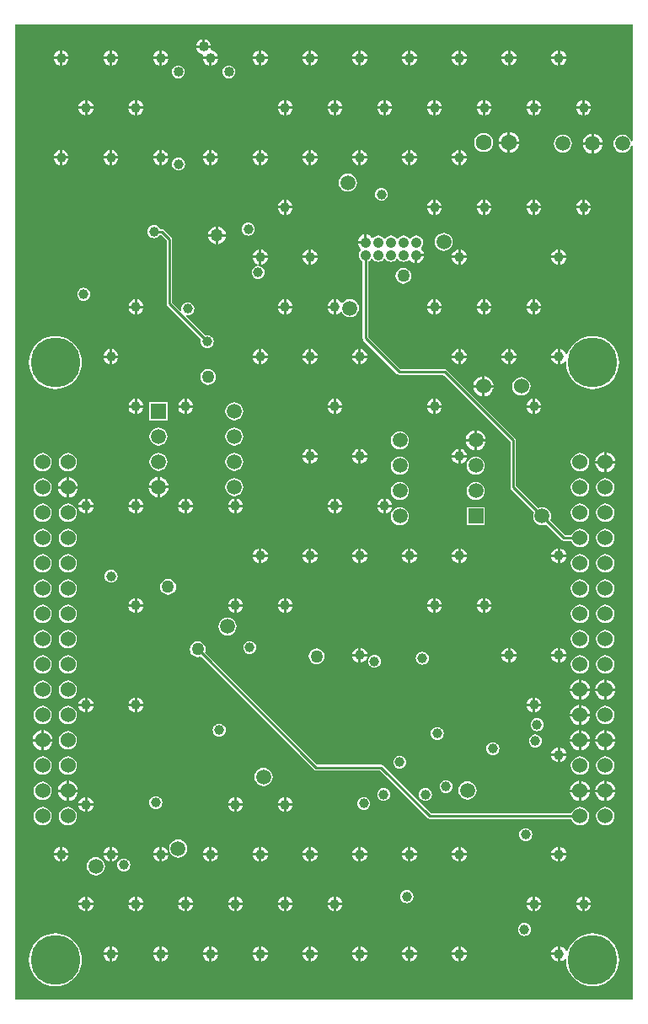
<source format=gbr>
G04 Layer_Physical_Order=3*
G04 Layer_Color=36540*
%FSLAX26Y26*%
%MOIN*%
%TF.FileFunction,Copper,L3,Inr,Signal*%
%TF.Part,Single*%
G01*
G75*
%TA.AperFunction,Conductor*%
%ADD24C,0.010000*%
%TA.AperFunction,ComponentPad*%
%ADD25C,0.059055*%
%ADD26C,0.060000*%
%ADD27C,0.062992*%
%ADD28C,0.040000*%
%ADD29R,0.059055X0.059055*%
%TA.AperFunction,ViaPad*%
%ADD30C,0.196850*%
%TA.AperFunction,ComponentPad*%
%ADD31C,0.042000*%
%TA.AperFunction,ViaPad*%
%ADD32C,0.039370*%
%ADD33C,0.050000*%
G36*
X955945Y425914D02*
X951096Y425075D01*
X947525Y433694D01*
X941846Y441096D01*
X934444Y446775D01*
X925825Y450346D01*
X916575Y451563D01*
X907325Y450346D01*
X898705Y446775D01*
X891304Y441096D01*
X885624Y433694D01*
X882054Y425075D01*
X880836Y415825D01*
X882054Y406575D01*
X885624Y397955D01*
X891304Y390554D01*
X898705Y384874D01*
X907325Y381304D01*
X916575Y380086D01*
X925825Y381304D01*
X934444Y384874D01*
X941846Y390554D01*
X947525Y397955D01*
X951096Y406575D01*
X955945Y405735D01*
Y-2970002D01*
X-1485000D01*
Y888266D01*
X955945D01*
Y425914D01*
D02*
G37*
%LPC*%
G36*
X748464Y-1607803D02*
X739091Y-1609037D01*
X730356Y-1612655D01*
X722856Y-1618410D01*
X717101Y-1625910D01*
X713483Y-1634645D01*
X712249Y-1644018D01*
X713483Y-1653391D01*
X717101Y-1662126D01*
X722856Y-1669626D01*
X730356Y-1675381D01*
X739091Y-1678999D01*
X748464Y-1680233D01*
X757837Y-1678999D01*
X766572Y-1675381D01*
X774072Y-1669626D01*
X779827Y-1662126D01*
X783445Y-1653391D01*
X784679Y-1644018D01*
X783445Y-1634645D01*
X779827Y-1625910D01*
X774072Y-1618410D01*
X766572Y-1612655D01*
X757837Y-1609037D01*
X748464Y-1607803D01*
D02*
G37*
G36*
X848464D02*
X839091Y-1609037D01*
X830356Y-1612655D01*
X822856Y-1618410D01*
X817101Y-1625910D01*
X813483Y-1634645D01*
X812249Y-1644018D01*
X813483Y-1653391D01*
X817101Y-1662126D01*
X822856Y-1669626D01*
X830356Y-1675381D01*
X839091Y-1678999D01*
X848464Y-1680233D01*
X857837Y-1678999D01*
X866572Y-1675381D01*
X874072Y-1669626D01*
X879827Y-1662126D01*
X883445Y-1653391D01*
X884679Y-1644018D01*
X883445Y-1634645D01*
X879827Y-1625910D01*
X874072Y-1618410D01*
X866572Y-1612655D01*
X857837Y-1609037D01*
X848464Y-1607803D01*
D02*
G37*
G36*
X-1377520D02*
X-1386893Y-1609037D01*
X-1395628Y-1612655D01*
X-1403128Y-1618410D01*
X-1408883Y-1625910D01*
X-1412501Y-1634645D01*
X-1413735Y-1644018D01*
X-1412501Y-1653391D01*
X-1408883Y-1662126D01*
X-1403128Y-1669626D01*
X-1395628Y-1675381D01*
X-1386893Y-1678999D01*
X-1377520Y-1680233D01*
X-1368147Y-1678999D01*
X-1359412Y-1675381D01*
X-1351912Y-1669626D01*
X-1346157Y-1662126D01*
X-1342539Y-1653391D01*
X-1341305Y-1644018D01*
X-1342539Y-1634645D01*
X-1346157Y-1625910D01*
X-1351912Y-1618410D01*
X-1359412Y-1612655D01*
X-1368147Y-1609037D01*
X-1377520Y-1607803D01*
D02*
G37*
G36*
X-1277520D02*
X-1286893Y-1609037D01*
X-1295628Y-1612655D01*
X-1303128Y-1618410D01*
X-1308883Y-1625910D01*
X-1312501Y-1634645D01*
X-1313735Y-1644018D01*
X-1312501Y-1653391D01*
X-1308883Y-1662126D01*
X-1303128Y-1669626D01*
X-1295628Y-1675381D01*
X-1286893Y-1678999D01*
X-1277520Y-1680233D01*
X-1268147Y-1678999D01*
X-1259412Y-1675381D01*
X-1251912Y-1669626D01*
X-1246157Y-1662126D01*
X-1242539Y-1653391D01*
X-1241305Y-1644018D01*
X-1242539Y-1634645D01*
X-1246157Y-1625910D01*
X-1251912Y-1618410D01*
X-1259412Y-1612655D01*
X-1268147Y-1609037D01*
X-1277520Y-1607803D01*
D02*
G37*
G36*
X-64616Y-1606395D02*
X-71296Y-1607274D01*
X-77522Y-1609853D01*
X-82867Y-1613955D01*
X-86969Y-1619300D01*
X-89548Y-1625525D01*
X-90427Y-1632206D01*
X-89548Y-1638887D01*
X-86969Y-1645112D01*
X-82867Y-1650457D01*
X-77522Y-1654559D01*
X-71296Y-1657138D01*
X-64616Y-1658017D01*
X-57935Y-1657138D01*
X-51710Y-1654559D01*
X-46365Y-1650457D01*
X-42263Y-1645112D01*
X-39684Y-1638887D01*
X-38805Y-1632206D01*
X-39684Y-1625525D01*
X-42263Y-1619300D01*
X-46365Y-1613955D01*
X-51710Y-1609853D01*
X-57935Y-1607274D01*
X-64616Y-1606395D01*
D02*
G37*
G36*
X-293306Y-1581034D02*
X-301374Y-1582096D01*
X-308892Y-1585210D01*
X-315348Y-1590164D01*
X-320302Y-1596620D01*
X-323416Y-1604138D01*
X-324478Y-1612206D01*
X-323416Y-1620274D01*
X-320302Y-1627792D01*
X-315348Y-1634248D01*
X-308892Y-1639202D01*
X-301374Y-1642316D01*
X-293306Y-1643378D01*
X-285238Y-1642316D01*
X-277720Y-1639202D01*
X-271264Y-1634248D01*
X-266310Y-1627792D01*
X-263196Y-1620274D01*
X-262134Y-1612206D01*
X-263196Y-1604138D01*
X-266310Y-1596620D01*
X-271264Y-1590164D01*
X-277720Y-1585210D01*
X-285238Y-1582096D01*
X-293306Y-1581034D01*
D02*
G37*
G36*
X-127905Y-1612907D02*
X-152188D01*
X-151826Y-1615657D01*
X-148835Y-1622878D01*
X-144077Y-1629079D01*
X-137876Y-1633837D01*
X-130655Y-1636828D01*
X-127905Y-1637190D01*
Y-1612907D01*
D02*
G37*
G36*
X-93622D02*
X-117905D01*
Y-1637190D01*
X-115156Y-1636828D01*
X-107935Y-1633837D01*
X-101734Y-1629079D01*
X-96975Y-1622878D01*
X-93984Y-1615657D01*
X-93622Y-1612907D01*
D02*
G37*
G36*
X124592Y-1594031D02*
X117912Y-1594910D01*
X111686Y-1597489D01*
X106341Y-1601591D01*
X102239Y-1606936D01*
X99660Y-1613161D01*
X98781Y-1619842D01*
X99660Y-1626523D01*
X102239Y-1632748D01*
X106341Y-1638093D01*
X111686Y-1642195D01*
X117912Y-1644774D01*
X124592Y-1645653D01*
X131273Y-1644774D01*
X137498Y-1642195D01*
X142843Y-1638093D01*
X146945Y-1632748D01*
X149524Y-1626523D01*
X150403Y-1619842D01*
X149524Y-1613161D01*
X146945Y-1606936D01*
X142843Y-1601591D01*
X137498Y-1597489D01*
X131273Y-1594910D01*
X124592Y-1594031D01*
D02*
G37*
G36*
X753464Y-1704331D02*
Y-1739018D01*
X788151D01*
X787434Y-1733576D01*
X783404Y-1723845D01*
X776992Y-1715490D01*
X768637Y-1709078D01*
X758906Y-1705048D01*
X753464Y-1704331D01*
D02*
G37*
G36*
X788151Y-1749018D02*
X753464D01*
Y-1783705D01*
X758906Y-1782989D01*
X768637Y-1778958D01*
X776992Y-1772546D01*
X783404Y-1764191D01*
X787434Y-1754460D01*
X788151Y-1749018D01*
D02*
G37*
G36*
X888151D02*
X853464D01*
Y-1783705D01*
X858906Y-1782989D01*
X868637Y-1778958D01*
X876992Y-1772546D01*
X883404Y-1764191D01*
X887434Y-1754460D01*
X888151Y-1749018D01*
D02*
G37*
G36*
X743464D02*
X708777D01*
X709494Y-1754460D01*
X713524Y-1764191D01*
X719936Y-1772546D01*
X728291Y-1778958D01*
X738022Y-1782989D01*
X743464Y-1783705D01*
Y-1749018D01*
D02*
G37*
G36*
X843464D02*
X808777D01*
X809494Y-1754460D01*
X813524Y-1764191D01*
X819936Y-1772546D01*
X828291Y-1778958D01*
X838022Y-1782989D01*
X843464Y-1783705D01*
Y-1749018D01*
D02*
G37*
G36*
X-1377520Y-1707803D02*
X-1386893Y-1709037D01*
X-1395628Y-1712655D01*
X-1403128Y-1718410D01*
X-1408883Y-1725910D01*
X-1412501Y-1734645D01*
X-1413735Y-1744018D01*
X-1412501Y-1753391D01*
X-1408883Y-1762126D01*
X-1403128Y-1769626D01*
X-1395628Y-1775381D01*
X-1386893Y-1778999D01*
X-1377520Y-1780233D01*
X-1368147Y-1778999D01*
X-1359412Y-1775381D01*
X-1351912Y-1769626D01*
X-1346157Y-1762126D01*
X-1342539Y-1753391D01*
X-1341305Y-1744018D01*
X-1342539Y-1734645D01*
X-1346157Y-1725910D01*
X-1351912Y-1718410D01*
X-1359412Y-1712655D01*
X-1368147Y-1709037D01*
X-1377520Y-1707803D01*
D02*
G37*
G36*
X743464Y-1704331D02*
X738022Y-1705048D01*
X728291Y-1709078D01*
X719936Y-1715490D01*
X713524Y-1723845D01*
X709494Y-1733576D01*
X708777Y-1739018D01*
X743464D01*
Y-1704331D01*
D02*
G37*
G36*
X853464D02*
Y-1739018D01*
X888151D01*
X887434Y-1733576D01*
X883404Y-1723845D01*
X876992Y-1715490D01*
X868637Y-1709078D01*
X858906Y-1705048D01*
X853464Y-1704331D01*
D02*
G37*
G36*
X-1277520Y-1707803D02*
X-1286893Y-1709037D01*
X-1295628Y-1712655D01*
X-1303128Y-1718410D01*
X-1308883Y-1725910D01*
X-1312501Y-1734645D01*
X-1313735Y-1744018D01*
X-1312501Y-1753391D01*
X-1308883Y-1762126D01*
X-1303128Y-1769626D01*
X-1295628Y-1775381D01*
X-1286893Y-1778999D01*
X-1277520Y-1780233D01*
X-1268147Y-1778999D01*
X-1259412Y-1775381D01*
X-1251912Y-1769626D01*
X-1246157Y-1762126D01*
X-1242539Y-1753391D01*
X-1241305Y-1744018D01*
X-1242539Y-1734645D01*
X-1246157Y-1725910D01*
X-1251912Y-1718410D01*
X-1259412Y-1712655D01*
X-1268147Y-1709037D01*
X-1277520Y-1707803D01*
D02*
G37*
G36*
X843464Y-1704331D02*
X838022Y-1705048D01*
X828291Y-1709078D01*
X819936Y-1715490D01*
X813524Y-1723845D01*
X809494Y-1733576D01*
X808777Y-1739018D01*
X843464D01*
Y-1704331D01*
D02*
G37*
G36*
X-1277520Y-1507803D02*
X-1286893Y-1509037D01*
X-1295628Y-1512655D01*
X-1303128Y-1518410D01*
X-1308883Y-1525910D01*
X-1312501Y-1534645D01*
X-1313735Y-1544018D01*
X-1312501Y-1553391D01*
X-1308883Y-1562126D01*
X-1303128Y-1569626D01*
X-1295628Y-1575381D01*
X-1286893Y-1578999D01*
X-1277520Y-1580233D01*
X-1268147Y-1578999D01*
X-1259412Y-1575381D01*
X-1251912Y-1569626D01*
X-1246157Y-1562126D01*
X-1242539Y-1553391D01*
X-1241305Y-1544018D01*
X-1242539Y-1534645D01*
X-1246157Y-1525910D01*
X-1251912Y-1518410D01*
X-1259412Y-1512655D01*
X-1268147Y-1509037D01*
X-1277520Y-1507803D01*
D02*
G37*
G36*
X748464D02*
X739091Y-1509037D01*
X730356Y-1512655D01*
X722856Y-1518410D01*
X717101Y-1525910D01*
X713483Y-1534645D01*
X712249Y-1544018D01*
X713483Y-1553391D01*
X717101Y-1562126D01*
X722856Y-1569626D01*
X730356Y-1575381D01*
X739091Y-1578999D01*
X748464Y-1580233D01*
X757837Y-1578999D01*
X766572Y-1575381D01*
X774072Y-1569626D01*
X779827Y-1562126D01*
X783445Y-1553391D01*
X784679Y-1544018D01*
X783445Y-1534645D01*
X779827Y-1525910D01*
X774072Y-1518410D01*
X766572Y-1512655D01*
X757837Y-1509037D01*
X748464Y-1507803D01*
D02*
G37*
G36*
X669496Y-1578624D02*
Y-1602907D01*
X693779D01*
X693417Y-1600158D01*
X690426Y-1592937D01*
X685668Y-1586736D01*
X679467Y-1581977D01*
X672246Y-1578986D01*
X669496Y-1578624D01*
D02*
G37*
G36*
X-1377520Y-1507803D02*
X-1386893Y-1509037D01*
X-1395628Y-1512655D01*
X-1403128Y-1518410D01*
X-1408883Y-1525910D01*
X-1412501Y-1534645D01*
X-1413735Y-1544018D01*
X-1412501Y-1553391D01*
X-1408883Y-1562126D01*
X-1403128Y-1569626D01*
X-1395628Y-1575381D01*
X-1386893Y-1578999D01*
X-1377520Y-1580233D01*
X-1368147Y-1578999D01*
X-1359412Y-1575381D01*
X-1351912Y-1569626D01*
X-1346157Y-1562126D01*
X-1342539Y-1553391D01*
X-1341305Y-1544018D01*
X-1342539Y-1534645D01*
X-1346157Y-1525910D01*
X-1351912Y-1518410D01*
X-1359412Y-1512655D01*
X-1368147Y-1509037D01*
X-1377520Y-1507803D01*
D02*
G37*
G36*
X848464D02*
X839091Y-1509037D01*
X830356Y-1512655D01*
X822856Y-1518410D01*
X817101Y-1525910D01*
X813483Y-1534645D01*
X812249Y-1544018D01*
X813483Y-1553391D01*
X817101Y-1562126D01*
X822856Y-1569626D01*
X830356Y-1575381D01*
X839091Y-1578999D01*
X848464Y-1580233D01*
X857837Y-1578999D01*
X866572Y-1575381D01*
X874072Y-1569626D01*
X879827Y-1562126D01*
X883445Y-1553391D01*
X884679Y-1544018D01*
X883445Y-1534645D01*
X879827Y-1525910D01*
X874072Y-1518410D01*
X866572Y-1512655D01*
X857837Y-1509037D01*
X848464Y-1507803D01*
D02*
G37*
G36*
X-1277520Y-1407803D02*
X-1286893Y-1409037D01*
X-1295628Y-1412655D01*
X-1303128Y-1418410D01*
X-1308883Y-1425910D01*
X-1312501Y-1434645D01*
X-1313735Y-1444018D01*
X-1312501Y-1453391D01*
X-1308883Y-1462126D01*
X-1303128Y-1469626D01*
X-1295628Y-1475381D01*
X-1286893Y-1478999D01*
X-1277520Y-1480233D01*
X-1268147Y-1478999D01*
X-1259412Y-1475381D01*
X-1251912Y-1469626D01*
X-1246157Y-1462126D01*
X-1242539Y-1453391D01*
X-1241305Y-1444018D01*
X-1242539Y-1434645D01*
X-1246157Y-1425910D01*
X-1251912Y-1418410D01*
X-1259412Y-1412655D01*
X-1268147Y-1409037D01*
X-1277520Y-1407803D01*
D02*
G37*
G36*
X748464D02*
X739091Y-1409037D01*
X730356Y-1412655D01*
X722856Y-1418410D01*
X717101Y-1425910D01*
X713483Y-1434645D01*
X712249Y-1444018D01*
X713483Y-1453391D01*
X717101Y-1462126D01*
X722856Y-1469626D01*
X730356Y-1475381D01*
X739091Y-1478999D01*
X748464Y-1480233D01*
X757837Y-1478999D01*
X766572Y-1475381D01*
X774072Y-1469626D01*
X779827Y-1462126D01*
X783445Y-1453391D01*
X784679Y-1444018D01*
X783445Y-1434645D01*
X779827Y-1425910D01*
X774072Y-1418410D01*
X766572Y-1412655D01*
X757837Y-1409037D01*
X748464Y-1407803D01*
D02*
G37*
G36*
X-646307Y-1458468D02*
X-655557Y-1459686D01*
X-664176Y-1463256D01*
X-671578Y-1468936D01*
X-677257Y-1476337D01*
X-680828Y-1484957D01*
X-682045Y-1494207D01*
X-680828Y-1503457D01*
X-677257Y-1512076D01*
X-671578Y-1519478D01*
X-664176Y-1525157D01*
X-655557Y-1528727D01*
X-646307Y-1529945D01*
X-637057Y-1528727D01*
X-628437Y-1525157D01*
X-621036Y-1519478D01*
X-615356Y-1512076D01*
X-611786Y-1503457D01*
X-610568Y-1494207D01*
X-611786Y-1484957D01*
X-615356Y-1476337D01*
X-621036Y-1468936D01*
X-628437Y-1463256D01*
X-637057Y-1459686D01*
X-646307Y-1458468D01*
D02*
G37*
G36*
X-1377520Y-1407803D02*
X-1386893Y-1409037D01*
X-1395628Y-1412655D01*
X-1403128Y-1418410D01*
X-1408883Y-1425910D01*
X-1412501Y-1434645D01*
X-1413735Y-1444018D01*
X-1412501Y-1453391D01*
X-1408883Y-1462126D01*
X-1403128Y-1469626D01*
X-1395628Y-1475381D01*
X-1386893Y-1478999D01*
X-1377520Y-1480233D01*
X-1368147Y-1478999D01*
X-1359412Y-1475381D01*
X-1351912Y-1469626D01*
X-1346157Y-1462126D01*
X-1342539Y-1453391D01*
X-1341305Y-1444018D01*
X-1342539Y-1434645D01*
X-1346157Y-1425910D01*
X-1351912Y-1418410D01*
X-1359412Y-1412655D01*
X-1368147Y-1409037D01*
X-1377520Y-1407803D01*
D02*
G37*
G36*
X659496Y-1578624D02*
X656747Y-1578986D01*
X649526Y-1581977D01*
X643325Y-1586736D01*
X638567Y-1592937D01*
X635575Y-1600158D01*
X635213Y-1602907D01*
X659496D01*
Y-1578624D01*
D02*
G37*
G36*
Y-1612907D02*
X635213D01*
X635575Y-1615657D01*
X638567Y-1622878D01*
X643325Y-1629079D01*
X649526Y-1633837D01*
X656747Y-1636828D01*
X659496Y-1637190D01*
Y-1612907D01*
D02*
G37*
G36*
X693779D02*
X669496D01*
Y-1637190D01*
X672246Y-1636828D01*
X679467Y-1633837D01*
X685668Y-1629079D01*
X690426Y-1622878D01*
X693417Y-1615657D01*
X693779Y-1612907D01*
D02*
G37*
G36*
X462646D02*
X438363D01*
X438725Y-1615657D01*
X441716Y-1622878D01*
X446474Y-1629079D01*
X452675Y-1633837D01*
X459897Y-1636828D01*
X462646Y-1637190D01*
Y-1612907D01*
D02*
G37*
G36*
X496929D02*
X472646D01*
Y-1637190D01*
X475395Y-1636828D01*
X482617Y-1633837D01*
X488818Y-1629079D01*
X493576Y-1622878D01*
X496567Y-1615657D01*
X496929Y-1612907D01*
D02*
G37*
G36*
X-558416Y-1551505D02*
X-565096Y-1552384D01*
X-571322Y-1554963D01*
X-576667Y-1559065D01*
X-580769Y-1564410D01*
X-583348Y-1570636D01*
X-584227Y-1577316D01*
X-583348Y-1583996D01*
X-580769Y-1590222D01*
X-576667Y-1595567D01*
X-571322Y-1599669D01*
X-565096Y-1602248D01*
X-558416Y-1603127D01*
X-551736Y-1602248D01*
X-545510Y-1599669D01*
X-540165Y-1595567D01*
X-536063Y-1590222D01*
X-533484Y-1583996D01*
X-532605Y-1577316D01*
X-533484Y-1570636D01*
X-536063Y-1564410D01*
X-540165Y-1559065D01*
X-545510Y-1554963D01*
X-551736Y-1552384D01*
X-558416Y-1551505D01*
D02*
G37*
G36*
X462646Y-1578624D02*
X459897Y-1578986D01*
X452675Y-1581977D01*
X446474Y-1586736D01*
X441716Y-1592937D01*
X438725Y-1600158D01*
X438363Y-1602907D01*
X462646D01*
Y-1578624D01*
D02*
G37*
G36*
X472646D02*
Y-1602907D01*
X496929D01*
X496567Y-1600158D01*
X493576Y-1592937D01*
X488818Y-1586736D01*
X482617Y-1581977D01*
X475395Y-1578986D01*
X472646Y-1578624D01*
D02*
G37*
G36*
X-127905D02*
X-130655Y-1578986D01*
X-137876Y-1581977D01*
X-144077Y-1586736D01*
X-148835Y-1592937D01*
X-151826Y-1600158D01*
X-152188Y-1602907D01*
X-127905D01*
Y-1578624D01*
D02*
G37*
G36*
X-117905D02*
Y-1602907D01*
X-93622D01*
X-93984Y-1600158D01*
X-96975Y-1592937D01*
X-101734Y-1586736D01*
X-107935Y-1581977D01*
X-115156Y-1578986D01*
X-117905Y-1578624D01*
D02*
G37*
G36*
X843464Y-1904331D02*
X838022Y-1905048D01*
X828291Y-1909078D01*
X819936Y-1915490D01*
X813524Y-1923845D01*
X809494Y-1933576D01*
X808777Y-1939018D01*
X843464D01*
Y-1904331D01*
D02*
G37*
G36*
X743464D02*
X738022Y-1905048D01*
X728291Y-1909078D01*
X719936Y-1915490D01*
X713524Y-1923845D01*
X709494Y-1933576D01*
X708777Y-1939018D01*
X743464D01*
Y-1904331D01*
D02*
G37*
G36*
X571694Y-1921395D02*
X565014Y-1922274D01*
X558788Y-1924853D01*
X553443Y-1928955D01*
X549341Y-1934300D01*
X546762Y-1940525D01*
X545883Y-1947206D01*
X546762Y-1953887D01*
X549341Y-1960112D01*
X553443Y-1965457D01*
X558788Y-1969559D01*
X565014Y-1972138D01*
X571694Y-1973017D01*
X578375Y-1972138D01*
X584600Y-1969559D01*
X589945Y-1965457D01*
X594047Y-1960112D01*
X596626Y-1953887D01*
X597505Y-1947206D01*
X596626Y-1940525D01*
X594047Y-1934300D01*
X589945Y-1928955D01*
X584600Y-1924853D01*
X578375Y-1922274D01*
X571694Y-1921395D01*
D02*
G37*
G36*
X183464Y-1891711D02*
X176784Y-1892590D01*
X170558Y-1895169D01*
X165213Y-1899271D01*
X161111Y-1904616D01*
X158532Y-1910841D01*
X157653Y-1917522D01*
X158532Y-1924203D01*
X161111Y-1930428D01*
X165213Y-1935773D01*
X170558Y-1939875D01*
X176784Y-1942454D01*
X183464Y-1943333D01*
X190144Y-1942454D01*
X196370Y-1939875D01*
X201715Y-1935773D01*
X205817Y-1930428D01*
X208396Y-1924203D01*
X209275Y-1917522D01*
X208396Y-1910841D01*
X205817Y-1904616D01*
X201715Y-1899271D01*
X196370Y-1895169D01*
X190144Y-1892590D01*
X183464Y-1891711D01*
D02*
G37*
G36*
X-1382520Y-1904331D02*
X-1387962Y-1905048D01*
X-1397693Y-1909078D01*
X-1406048Y-1915490D01*
X-1412460Y-1923845D01*
X-1416491Y-1933576D01*
X-1417207Y-1939018D01*
X-1382520D01*
Y-1904331D01*
D02*
G37*
G36*
X-1372520D02*
Y-1939018D01*
X-1337833D01*
X-1338550Y-1933576D01*
X-1342580Y-1923845D01*
X-1348992Y-1915490D01*
X-1357347Y-1909078D01*
X-1367078Y-1905048D01*
X-1372520Y-1904331D01*
D02*
G37*
G36*
X-679306Y-1878395D02*
X-685986Y-1879274D01*
X-692212Y-1881853D01*
X-697557Y-1885955D01*
X-701659Y-1891300D01*
X-704238Y-1897525D01*
X-705117Y-1904206D01*
X-704238Y-1910887D01*
X-701659Y-1917112D01*
X-697557Y-1922457D01*
X-692212Y-1926559D01*
X-685986Y-1929138D01*
X-679306Y-1930017D01*
X-672625Y-1929138D01*
X-666400Y-1926559D01*
X-661055Y-1922457D01*
X-656953Y-1917112D01*
X-654374Y-1910887D01*
X-653495Y-1904206D01*
X-654374Y-1897525D01*
X-656953Y-1891300D01*
X-661055Y-1885955D01*
X-666400Y-1881853D01*
X-672625Y-1879274D01*
X-679306Y-1878395D01*
D02*
G37*
G36*
X853464Y-1904331D02*
Y-1939018D01*
X888151D01*
X887434Y-1933576D01*
X883404Y-1923845D01*
X876992Y-1915490D01*
X868637Y-1909078D01*
X858906Y-1905048D01*
X853464Y-1904331D01*
D02*
G37*
G36*
X753464D02*
Y-1939018D01*
X788151D01*
X787434Y-1933576D01*
X783404Y-1923845D01*
X776992Y-1915490D01*
X768637Y-1909078D01*
X758906Y-1905048D01*
X753464Y-1904331D01*
D02*
G37*
G36*
X-1277520Y-1907803D02*
X-1286893Y-1909037D01*
X-1295628Y-1912655D01*
X-1303128Y-1918410D01*
X-1308883Y-1925910D01*
X-1312501Y-1934645D01*
X-1313735Y-1944018D01*
X-1312501Y-1953391D01*
X-1308883Y-1962126D01*
X-1303128Y-1969626D01*
X-1295628Y-1975381D01*
X-1286893Y-1978999D01*
X-1277520Y-1980233D01*
X-1268147Y-1978999D01*
X-1259412Y-1975381D01*
X-1251912Y-1969626D01*
X-1246157Y-1962126D01*
X-1242539Y-1953391D01*
X-1241305Y-1944018D01*
X-1242539Y-1934645D01*
X-1246157Y-1925910D01*
X-1251912Y-1918410D01*
X-1259412Y-1912655D01*
X-1268147Y-1909037D01*
X-1277520Y-1907803D01*
D02*
G37*
G36*
X669496Y-1972325D02*
Y-1996608D01*
X693779D01*
X693417Y-1993859D01*
X690426Y-1986637D01*
X685668Y-1980436D01*
X679467Y-1975678D01*
X672246Y-1972687D01*
X669496Y-1972325D01*
D02*
G37*
G36*
X-1382520Y-1949018D02*
X-1417207D01*
X-1416491Y-1954460D01*
X-1412460Y-1964191D01*
X-1406048Y-1972546D01*
X-1397693Y-1978958D01*
X-1387962Y-1982989D01*
X-1382520Y-1983705D01*
Y-1949018D01*
D02*
G37*
G36*
X403464Y-1951711D02*
X396784Y-1952590D01*
X390558Y-1955169D01*
X385213Y-1959271D01*
X381111Y-1964616D01*
X378532Y-1970841D01*
X377653Y-1977522D01*
X378532Y-1984203D01*
X381111Y-1990428D01*
X385213Y-1995773D01*
X390558Y-1999875D01*
X396784Y-2002454D01*
X403464Y-2003333D01*
X410144Y-2002454D01*
X416370Y-1999875D01*
X421715Y-1995773D01*
X425817Y-1990428D01*
X428396Y-1984203D01*
X429275Y-1977522D01*
X428396Y-1970841D01*
X425817Y-1964616D01*
X421715Y-1959271D01*
X416370Y-1955169D01*
X410144Y-1952590D01*
X403464Y-1951711D01*
D02*
G37*
G36*
X659496Y-1972325D02*
X656747Y-1972687D01*
X649526Y-1975678D01*
X643325Y-1980436D01*
X638567Y-1986637D01*
X635575Y-1993859D01*
X635213Y-1996608D01*
X659496D01*
Y-1972325D01*
D02*
G37*
G36*
X743464Y-1949018D02*
X708777D01*
X709494Y-1954460D01*
X713524Y-1964191D01*
X719936Y-1972546D01*
X728291Y-1978958D01*
X738022Y-1982989D01*
X743464Y-1983705D01*
Y-1949018D01*
D02*
G37*
G36*
X788151D02*
X753464D01*
Y-1983705D01*
X758906Y-1982989D01*
X768637Y-1978958D01*
X776992Y-1972546D01*
X783404Y-1964191D01*
X787434Y-1954460D01*
X788151Y-1949018D01*
D02*
G37*
G36*
X888151D02*
X853464D01*
Y-1983705D01*
X858906Y-1982989D01*
X868637Y-1978958D01*
X876992Y-1972546D01*
X883404Y-1964191D01*
X887434Y-1954460D01*
X888151Y-1949018D01*
D02*
G37*
G36*
X843464D02*
X808777D01*
X809494Y-1954460D01*
X813524Y-1964191D01*
X819936Y-1972546D01*
X828291Y-1978958D01*
X838022Y-1982989D01*
X843464Y-1983705D01*
Y-1949018D01*
D02*
G37*
G36*
X-1337833D02*
X-1372520D01*
Y-1983705D01*
X-1367078Y-1982989D01*
X-1357347Y-1978958D01*
X-1348992Y-1972546D01*
X-1342580Y-1964191D01*
X-1338550Y-1954460D01*
X-1337833Y-1949018D01*
D02*
G37*
G36*
X578464Y-1856711D02*
X571784Y-1857590D01*
X565558Y-1860169D01*
X560213Y-1864271D01*
X556111Y-1869616D01*
X553532Y-1875841D01*
X552653Y-1882522D01*
X553532Y-1889203D01*
X556111Y-1895428D01*
X560213Y-1900773D01*
X565558Y-1904875D01*
X571784Y-1907454D01*
X578464Y-1908333D01*
X585144Y-1907454D01*
X591370Y-1904875D01*
X596715Y-1900773D01*
X600817Y-1895428D01*
X603396Y-1889203D01*
X604275Y-1882522D01*
X603396Y-1875841D01*
X600817Y-1869616D01*
X596715Y-1864271D01*
X591370Y-1860169D01*
X585144Y-1857590D01*
X578464Y-1856711D01*
D02*
G37*
G36*
X595354Y-1809758D02*
X571071D01*
Y-1834041D01*
X573821Y-1833679D01*
X581042Y-1830687D01*
X587243Y-1825929D01*
X592001Y-1819728D01*
X594992Y-1812507D01*
X595354Y-1809758D01*
D02*
G37*
G36*
X-1210582Y-1775475D02*
X-1213332Y-1775837D01*
X-1220553Y-1778828D01*
X-1226754Y-1783586D01*
X-1231512Y-1789787D01*
X-1234503Y-1797008D01*
X-1234865Y-1799758D01*
X-1210582D01*
Y-1775475D01*
D02*
G37*
G36*
X-979449Y-1809758D02*
X-1003732D01*
Y-1834041D01*
X-1000983Y-1833679D01*
X-993761Y-1830687D01*
X-987560Y-1825929D01*
X-982802Y-1819728D01*
X-979811Y-1812507D01*
X-979449Y-1809758D01*
D02*
G37*
G36*
X561071D02*
X536788D01*
X537150Y-1812507D01*
X540141Y-1819728D01*
X544900Y-1825929D01*
X551101Y-1830687D01*
X558322Y-1833679D01*
X561071Y-1834041D01*
Y-1809758D01*
D02*
G37*
G36*
X-1200582Y-1775475D02*
Y-1799758D01*
X-1176299D01*
X-1176661Y-1797008D01*
X-1179653Y-1789787D01*
X-1184411Y-1783586D01*
X-1190612Y-1778828D01*
X-1197833Y-1775837D01*
X-1200582Y-1775475D01*
D02*
G37*
G36*
X561071D02*
X558322Y-1775837D01*
X551101Y-1778828D01*
X544900Y-1783586D01*
X540141Y-1789787D01*
X537150Y-1797008D01*
X536788Y-1799758D01*
X561071D01*
Y-1775475D01*
D02*
G37*
G36*
X571071D02*
Y-1799758D01*
X595354D01*
X594992Y-1797008D01*
X592001Y-1789787D01*
X587243Y-1783586D01*
X581042Y-1778828D01*
X573821Y-1775837D01*
X571071Y-1775475D01*
D02*
G37*
G36*
X-1013732D02*
X-1016481Y-1775837D01*
X-1023703Y-1778828D01*
X-1029904Y-1783586D01*
X-1034662Y-1789787D01*
X-1037653Y-1797008D01*
X-1038015Y-1799758D01*
X-1013732D01*
Y-1775475D01*
D02*
G37*
G36*
X-1003732D02*
Y-1799758D01*
X-979449D01*
X-979811Y-1797008D01*
X-982802Y-1789787D01*
X-987560Y-1783586D01*
X-993761Y-1778828D01*
X-1000983Y-1775837D01*
X-1003732Y-1775475D01*
D02*
G37*
G36*
X-1013732Y-1809758D02*
X-1038015D01*
X-1037653Y-1812507D01*
X-1034662Y-1819728D01*
X-1029904Y-1825929D01*
X-1023703Y-1830687D01*
X-1016481Y-1833679D01*
X-1013732Y-1834041D01*
Y-1809758D01*
D02*
G37*
G36*
X-1377520Y-1807803D02*
X-1386893Y-1809037D01*
X-1395628Y-1812655D01*
X-1403128Y-1818410D01*
X-1408883Y-1825910D01*
X-1412501Y-1834645D01*
X-1413735Y-1844018D01*
X-1412501Y-1853391D01*
X-1408883Y-1862126D01*
X-1403128Y-1869626D01*
X-1395628Y-1875381D01*
X-1386893Y-1878999D01*
X-1377520Y-1880233D01*
X-1368147Y-1878999D01*
X-1359412Y-1875381D01*
X-1351912Y-1869626D01*
X-1346157Y-1862126D01*
X-1342539Y-1853391D01*
X-1341305Y-1844018D01*
X-1342539Y-1834645D01*
X-1346157Y-1825910D01*
X-1351912Y-1818410D01*
X-1359412Y-1812655D01*
X-1368147Y-1809037D01*
X-1377520Y-1807803D01*
D02*
G37*
G36*
X-1277520D02*
X-1286893Y-1809037D01*
X-1295628Y-1812655D01*
X-1303128Y-1818410D01*
X-1308883Y-1825910D01*
X-1312501Y-1834645D01*
X-1313735Y-1844018D01*
X-1312501Y-1853391D01*
X-1308883Y-1862126D01*
X-1303128Y-1869626D01*
X-1295628Y-1875381D01*
X-1286893Y-1878999D01*
X-1277520Y-1880233D01*
X-1268147Y-1878999D01*
X-1259412Y-1875381D01*
X-1251912Y-1869626D01*
X-1246157Y-1862126D01*
X-1242539Y-1853391D01*
X-1241305Y-1844018D01*
X-1242539Y-1834645D01*
X-1246157Y-1825910D01*
X-1251912Y-1818410D01*
X-1259412Y-1812655D01*
X-1268147Y-1809037D01*
X-1277520Y-1807803D01*
D02*
G37*
G36*
X743464Y-1849018D02*
X708777D01*
X709494Y-1854460D01*
X713524Y-1864191D01*
X719936Y-1872546D01*
X728291Y-1878958D01*
X738022Y-1882989D01*
X743464Y-1883705D01*
Y-1849018D01*
D02*
G37*
G36*
X788151D02*
X753464D01*
Y-1883705D01*
X758906Y-1882989D01*
X768637Y-1878958D01*
X776992Y-1872546D01*
X783404Y-1864191D01*
X787434Y-1854460D01*
X788151Y-1849018D01*
D02*
G37*
G36*
X848464Y-1807803D02*
X839091Y-1809037D01*
X830356Y-1812655D01*
X822856Y-1818410D01*
X817101Y-1825910D01*
X813483Y-1834645D01*
X812249Y-1844018D01*
X813483Y-1853391D01*
X817101Y-1862126D01*
X822856Y-1869626D01*
X830356Y-1875381D01*
X839091Y-1878999D01*
X848464Y-1880233D01*
X857837Y-1878999D01*
X866572Y-1875381D01*
X874072Y-1869626D01*
X879827Y-1862126D01*
X883445Y-1853391D01*
X884679Y-1844018D01*
X883445Y-1834645D01*
X879827Y-1825910D01*
X874072Y-1818410D01*
X866572Y-1812655D01*
X857837Y-1809037D01*
X848464Y-1807803D01*
D02*
G37*
G36*
X-1210582Y-1809758D02*
X-1234865D01*
X-1234503Y-1812507D01*
X-1231512Y-1819728D01*
X-1226754Y-1825929D01*
X-1220553Y-1830687D01*
X-1213332Y-1833679D01*
X-1210582Y-1834041D01*
Y-1809758D01*
D02*
G37*
G36*
X-1176299D02*
X-1200582D01*
Y-1834041D01*
X-1197833Y-1833679D01*
X-1190612Y-1830687D01*
X-1184411Y-1825929D01*
X-1179653Y-1819728D01*
X-1176661Y-1812507D01*
X-1176299Y-1809758D01*
D02*
G37*
G36*
X743464Y-1804331D02*
X738022Y-1805048D01*
X728291Y-1809078D01*
X719936Y-1815490D01*
X713524Y-1823845D01*
X709494Y-1833576D01*
X708777Y-1839018D01*
X743464D01*
Y-1804331D01*
D02*
G37*
G36*
X753464D02*
Y-1839018D01*
X788151D01*
X787434Y-1833576D01*
X783404Y-1823845D01*
X776992Y-1815490D01*
X768637Y-1809078D01*
X758906Y-1805048D01*
X753464Y-1804331D01*
D02*
G37*
G36*
X848464Y-1407803D02*
X839091Y-1409037D01*
X830356Y-1412655D01*
X822856Y-1418410D01*
X817101Y-1425910D01*
X813483Y-1434645D01*
X812249Y-1444018D01*
X813483Y-1453391D01*
X817101Y-1462126D01*
X822856Y-1469626D01*
X830356Y-1475381D01*
X839091Y-1478999D01*
X848464Y-1480233D01*
X857837Y-1478999D01*
X866572Y-1475381D01*
X874072Y-1469626D01*
X879827Y-1462126D01*
X883445Y-1453391D01*
X884679Y-1444018D01*
X883445Y-1434645D01*
X879827Y-1425910D01*
X874072Y-1418410D01*
X866572Y-1412655D01*
X857837Y-1409037D01*
X848464Y-1407803D01*
D02*
G37*
G36*
X275796Y-1184923D02*
Y-1209206D01*
X300079D01*
X299717Y-1206457D01*
X296725Y-1199236D01*
X291967Y-1193035D01*
X285766Y-1188277D01*
X278545Y-1185285D01*
X275796Y-1184923D01*
D02*
G37*
G36*
X659496D02*
X656747Y-1185285D01*
X649526Y-1188277D01*
X643325Y-1193035D01*
X638567Y-1199236D01*
X635575Y-1206457D01*
X635213Y-1209206D01*
X659496D01*
Y-1184923D01*
D02*
G37*
G36*
X78945D02*
Y-1209206D01*
X103228D01*
X102866Y-1206457D01*
X99875Y-1199236D01*
X95117Y-1193035D01*
X88916Y-1188277D01*
X81695Y-1185285D01*
X78945Y-1184923D01*
D02*
G37*
G36*
X265796D02*
X263046Y-1185285D01*
X255825Y-1188277D01*
X249624Y-1193035D01*
X244866Y-1199236D01*
X241875Y-1206457D01*
X241513Y-1209206D01*
X265796D01*
Y-1184923D01*
D02*
G37*
G36*
X669496D02*
Y-1209206D01*
X693779D01*
X693417Y-1206457D01*
X690426Y-1199236D01*
X685668Y-1193035D01*
X679467Y-1188277D01*
X672246Y-1185285D01*
X669496Y-1184923D01*
D02*
G37*
G36*
X848464Y-1107803D02*
X839091Y-1109037D01*
X830356Y-1112655D01*
X822856Y-1118410D01*
X817101Y-1125910D01*
X813483Y-1134645D01*
X812249Y-1144018D01*
X813483Y-1153391D01*
X817101Y-1162126D01*
X822856Y-1169626D01*
X830356Y-1175381D01*
X839091Y-1178999D01*
X848464Y-1180233D01*
X857837Y-1178999D01*
X866572Y-1175381D01*
X874072Y-1169626D01*
X879827Y-1162126D01*
X883445Y-1153391D01*
X884679Y-1144018D01*
X883445Y-1134645D01*
X879827Y-1125910D01*
X874072Y-1118410D01*
X866572Y-1112655D01*
X857837Y-1109037D01*
X848464Y-1107803D01*
D02*
G37*
G36*
X35716Y-1021853D02*
X26466Y-1023071D01*
X17847Y-1026641D01*
X10445Y-1032321D01*
X4765Y-1039723D01*
X1195Y-1048342D01*
X-23Y-1057592D01*
X1195Y-1066842D01*
X4765Y-1075461D01*
X10445Y-1082863D01*
X17847Y-1088543D01*
X26466Y-1092113D01*
X35716Y-1093331D01*
X44966Y-1092113D01*
X53585Y-1088543D01*
X60987Y-1082863D01*
X66667Y-1075461D01*
X70237Y-1066842D01*
X71455Y-1057592D01*
X70237Y-1048342D01*
X66667Y-1039723D01*
X60987Y-1032321D01*
X53585Y-1026641D01*
X44966Y-1023071D01*
X35716Y-1021853D01*
D02*
G37*
G36*
X-1377520Y-1107803D02*
X-1386893Y-1109037D01*
X-1395628Y-1112655D01*
X-1403128Y-1118410D01*
X-1408883Y-1125910D01*
X-1412501Y-1134645D01*
X-1413735Y-1144018D01*
X-1412501Y-1153391D01*
X-1408883Y-1162126D01*
X-1403128Y-1169626D01*
X-1395628Y-1175381D01*
X-1386893Y-1178999D01*
X-1377520Y-1180233D01*
X-1368147Y-1178999D01*
X-1359412Y-1175381D01*
X-1351912Y-1169626D01*
X-1346157Y-1162126D01*
X-1342539Y-1153391D01*
X-1341305Y-1144018D01*
X-1342539Y-1134645D01*
X-1346157Y-1125910D01*
X-1351912Y-1118410D01*
X-1359412Y-1112655D01*
X-1368147Y-1109037D01*
X-1377520Y-1107803D01*
D02*
G37*
G36*
X-1277520D02*
X-1286893Y-1109037D01*
X-1295628Y-1112655D01*
X-1303128Y-1118410D01*
X-1308883Y-1125910D01*
X-1312501Y-1134645D01*
X-1313735Y-1144018D01*
X-1312501Y-1153391D01*
X-1308883Y-1162126D01*
X-1303128Y-1169626D01*
X-1295628Y-1175381D01*
X-1286893Y-1178999D01*
X-1277520Y-1180233D01*
X-1268147Y-1178999D01*
X-1259412Y-1175381D01*
X-1251912Y-1169626D01*
X-1246157Y-1162126D01*
X-1242539Y-1153391D01*
X-1241305Y-1144018D01*
X-1242539Y-1134645D01*
X-1246157Y-1125910D01*
X-1251912Y-1118410D01*
X-1259412Y-1112655D01*
X-1268147Y-1109037D01*
X-1277520Y-1107803D01*
D02*
G37*
G36*
X68945Y-1184923D02*
X66196Y-1185285D01*
X58975Y-1188277D01*
X52774Y-1193035D01*
X48015Y-1199236D01*
X45024Y-1206457D01*
X44662Y-1209206D01*
X68945D01*
Y-1184923D01*
D02*
G37*
G36*
X693779Y-1219206D02*
X669496D01*
Y-1243489D01*
X672246Y-1243127D01*
X679467Y-1240136D01*
X685668Y-1235378D01*
X690426Y-1229177D01*
X693417Y-1221956D01*
X693779Y-1219206D01*
D02*
G37*
G36*
X-521606Y-1184923D02*
X-524355Y-1185285D01*
X-531577Y-1188277D01*
X-537778Y-1193035D01*
X-542536Y-1199236D01*
X-545527Y-1206457D01*
X-545889Y-1209206D01*
X-521606D01*
Y-1184923D01*
D02*
G37*
G36*
X300079Y-1219206D02*
X275796D01*
Y-1243489D01*
X278545Y-1243127D01*
X285766Y-1240136D01*
X291967Y-1235378D01*
X296725Y-1229177D01*
X299717Y-1221956D01*
X300079Y-1219206D01*
D02*
G37*
G36*
X659496D02*
X635213D01*
X635575Y-1221956D01*
X638567Y-1229177D01*
X643325Y-1235378D01*
X649526Y-1240136D01*
X656747Y-1243127D01*
X659496Y-1243489D01*
Y-1219206D01*
D02*
G37*
G36*
X-511606Y-1184923D02*
Y-1209206D01*
X-487323D01*
X-487685Y-1206457D01*
X-490676Y-1199236D01*
X-495434Y-1193035D01*
X-501635Y-1188277D01*
X-508857Y-1185285D01*
X-511606Y-1184923D01*
D02*
G37*
G36*
X-127905D02*
X-130655Y-1185285D01*
X-137876Y-1188277D01*
X-144077Y-1193035D01*
X-148835Y-1199236D01*
X-151826Y-1206457D01*
X-152188Y-1209206D01*
X-127905D01*
Y-1184923D01*
D02*
G37*
G36*
X-117905D02*
Y-1209206D01*
X-93622D01*
X-93984Y-1206457D01*
X-96975Y-1199236D01*
X-101734Y-1193035D01*
X-107935Y-1188277D01*
X-115156Y-1185285D01*
X-117905Y-1184923D01*
D02*
G37*
G36*
X-324756D02*
X-327505Y-1185285D01*
X-334726Y-1188277D01*
X-340927Y-1193035D01*
X-345685Y-1199236D01*
X-348677Y-1206457D01*
X-349039Y-1209206D01*
X-324756D01*
Y-1184923D01*
D02*
G37*
G36*
X-314756D02*
Y-1209206D01*
X-290473D01*
X-290835Y-1206457D01*
X-293826Y-1199236D01*
X-298584Y-1193035D01*
X-304785Y-1188277D01*
X-312006Y-1185285D01*
X-314756Y-1184923D01*
D02*
G37*
G36*
X371149Y-1022159D02*
X300283D01*
Y-1093025D01*
X371149D01*
Y-1022159D01*
D02*
G37*
G36*
X-226330Y-1022356D02*
X-250613D01*
X-250251Y-1025105D01*
X-247260Y-1032327D01*
X-242502Y-1038528D01*
X-236301Y-1043286D01*
X-229080Y-1046277D01*
X-226330Y-1046639D01*
Y-1022356D01*
D02*
G37*
G36*
X-192047D02*
X-216330D01*
Y-1046639D01*
X-213581Y-1046277D01*
X-206360Y-1043286D01*
X-200159Y-1038528D01*
X-195401Y-1032327D01*
X-192409Y-1025105D01*
X-192047Y-1022356D01*
D02*
G37*
G36*
X-620031D02*
X-644314D01*
X-643952Y-1025105D01*
X-640961Y-1032327D01*
X-636203Y-1038528D01*
X-630002Y-1043286D01*
X-622781Y-1046277D01*
X-620031Y-1046639D01*
Y-1022356D01*
D02*
G37*
G36*
X-585748D02*
X-610031D01*
Y-1046639D01*
X-607282Y-1046277D01*
X-600061Y-1043286D01*
X-593860Y-1038528D01*
X-589101Y-1032327D01*
X-586110Y-1025105D01*
X-585748Y-1022356D01*
D02*
G37*
G36*
X-29480D02*
X-53763D01*
X-53401Y-1025105D01*
X-50410Y-1032327D01*
X-45652Y-1038528D01*
X-39451Y-1043286D01*
X-32229Y-1046277D01*
X-29480Y-1046639D01*
Y-1022356D01*
D02*
G37*
G36*
X-1200582Y-988073D02*
Y-1012356D01*
X-1176299D01*
X-1176661Y-1009607D01*
X-1179653Y-1002385D01*
X-1184411Y-996184D01*
X-1190612Y-991426D01*
X-1197833Y-988435D01*
X-1200582Y-988073D01*
D02*
G37*
G36*
X-1013732D02*
X-1016481Y-988435D01*
X-1023703Y-991426D01*
X-1029904Y-996184D01*
X-1034662Y-1002385D01*
X-1037653Y-1009607D01*
X-1038015Y-1012356D01*
X-1013732D01*
Y-988073D01*
D02*
G37*
G36*
X4803Y-1022356D02*
X-19480D01*
Y-1046639D01*
X-16731Y-1046277D01*
X-9509Y-1043286D01*
X-3308Y-1038528D01*
X1450Y-1032327D01*
X4441Y-1025105D01*
X4803Y-1022356D01*
D02*
G37*
G36*
X-1210582Y-988073D02*
X-1213332Y-988435D01*
X-1220553Y-991426D01*
X-1226754Y-996184D01*
X-1231512Y-1002385D01*
X-1234503Y-1009607D01*
X-1234865Y-1012356D01*
X-1210582D01*
Y-988073D01*
D02*
G37*
G36*
X-782599Y-1022356D02*
X-806882D01*
Y-1046639D01*
X-804132Y-1046277D01*
X-796911Y-1043286D01*
X-790710Y-1038528D01*
X-785952Y-1032327D01*
X-782961Y-1025105D01*
X-782599Y-1022356D01*
D02*
G37*
G36*
X748464Y-1007803D02*
X739091Y-1009037D01*
X730356Y-1012655D01*
X722856Y-1018410D01*
X717101Y-1025910D01*
X713483Y-1034645D01*
X712249Y-1044018D01*
X713483Y-1053391D01*
X717101Y-1062126D01*
X722856Y-1069626D01*
X730356Y-1075381D01*
X739091Y-1078999D01*
X748464Y-1080233D01*
X757837Y-1078999D01*
X766572Y-1075381D01*
X774072Y-1069626D01*
X779827Y-1062126D01*
X783445Y-1053391D01*
X784679Y-1044018D01*
X783445Y-1034645D01*
X779827Y-1025910D01*
X774072Y-1018410D01*
X766572Y-1012655D01*
X757837Y-1009037D01*
X748464Y-1007803D01*
D02*
G37*
G36*
X848464D02*
X839091Y-1009037D01*
X830356Y-1012655D01*
X822856Y-1018410D01*
X817101Y-1025910D01*
X813483Y-1034645D01*
X812249Y-1044018D01*
X813483Y-1053391D01*
X817101Y-1062126D01*
X822856Y-1069626D01*
X830356Y-1075381D01*
X839091Y-1078999D01*
X848464Y-1080233D01*
X857837Y-1078999D01*
X866572Y-1075381D01*
X874072Y-1069626D01*
X879827Y-1062126D01*
X883445Y-1053391D01*
X884679Y-1044018D01*
X883445Y-1034645D01*
X879827Y-1025910D01*
X874072Y-1018410D01*
X866572Y-1012655D01*
X857837Y-1009037D01*
X848464Y-1007803D01*
D02*
G37*
G36*
X-1377520D02*
X-1386893Y-1009037D01*
X-1395628Y-1012655D01*
X-1403128Y-1018410D01*
X-1408883Y-1025910D01*
X-1412501Y-1034645D01*
X-1413735Y-1044018D01*
X-1412501Y-1053391D01*
X-1408883Y-1062126D01*
X-1403128Y-1069626D01*
X-1395628Y-1075381D01*
X-1386893Y-1078999D01*
X-1377520Y-1080233D01*
X-1368147Y-1078999D01*
X-1359412Y-1075381D01*
X-1351912Y-1069626D01*
X-1346157Y-1062126D01*
X-1342539Y-1053391D01*
X-1341305Y-1044018D01*
X-1342539Y-1034645D01*
X-1346157Y-1025910D01*
X-1351912Y-1018410D01*
X-1359412Y-1012655D01*
X-1368147Y-1009037D01*
X-1377520Y-1007803D01*
D02*
G37*
G36*
X-1277520D02*
X-1286893Y-1009037D01*
X-1295628Y-1012655D01*
X-1303128Y-1018410D01*
X-1308883Y-1025910D01*
X-1312501Y-1034645D01*
X-1313735Y-1044018D01*
X-1312501Y-1053391D01*
X-1308883Y-1062126D01*
X-1303128Y-1069626D01*
X-1295628Y-1075381D01*
X-1286893Y-1078999D01*
X-1277520Y-1080233D01*
X-1268147Y-1078999D01*
X-1259412Y-1075381D01*
X-1251912Y-1069626D01*
X-1246157Y-1062126D01*
X-1242539Y-1053391D01*
X-1241305Y-1044018D01*
X-1242539Y-1034645D01*
X-1246157Y-1025910D01*
X-1251912Y-1018410D01*
X-1259412Y-1012655D01*
X-1268147Y-1009037D01*
X-1277520Y-1007803D01*
D02*
G37*
G36*
X-1210582Y-1022356D02*
X-1234865D01*
X-1234503Y-1025105D01*
X-1231512Y-1032327D01*
X-1226754Y-1038528D01*
X-1220553Y-1043286D01*
X-1213332Y-1046277D01*
X-1210582Y-1046639D01*
Y-1022356D01*
D02*
G37*
G36*
X-979449D02*
X-1003732D01*
Y-1046639D01*
X-1000983Y-1046277D01*
X-993761Y-1043286D01*
X-987560Y-1038528D01*
X-982802Y-1032327D01*
X-979811Y-1025105D01*
X-979449Y-1022356D01*
D02*
G37*
G36*
X-816882D02*
X-841165D01*
X-840803Y-1025105D01*
X-837811Y-1032327D01*
X-833053Y-1038528D01*
X-826852Y-1043286D01*
X-819631Y-1046277D01*
X-816882Y-1046639D01*
Y-1022356D01*
D02*
G37*
G36*
X-1176299D02*
X-1200582D01*
Y-1046639D01*
X-1197833Y-1046277D01*
X-1190612Y-1043286D01*
X-1184411Y-1038528D01*
X-1179653Y-1032327D01*
X-1176661Y-1025105D01*
X-1176299Y-1022356D01*
D02*
G37*
G36*
X-1013732D02*
X-1038015D01*
X-1037653Y-1025105D01*
X-1034662Y-1032327D01*
X-1029904Y-1038528D01*
X-1023703Y-1043286D01*
X-1016481Y-1046277D01*
X-1013732Y-1046639D01*
Y-1022356D01*
D02*
G37*
G36*
X-620031Y-1381774D02*
X-622781Y-1382136D01*
X-630002Y-1385127D01*
X-636203Y-1389885D01*
X-640961Y-1396086D01*
X-643952Y-1403307D01*
X-644314Y-1406057D01*
X-620031D01*
Y-1381774D01*
D02*
G37*
G36*
X-610031D02*
Y-1406057D01*
X-585748D01*
X-586110Y-1403307D01*
X-589101Y-1396086D01*
X-593860Y-1389885D01*
X-600061Y-1385127D01*
X-607282Y-1382136D01*
X-610031Y-1381774D01*
D02*
G37*
G36*
X-1013732D02*
X-1016481Y-1382136D01*
X-1023703Y-1385127D01*
X-1029904Y-1389885D01*
X-1034662Y-1396086D01*
X-1037653Y-1403307D01*
X-1038015Y-1406057D01*
X-1013732D01*
Y-1381774D01*
D02*
G37*
G36*
X-1003732D02*
Y-1406057D01*
X-979449D01*
X-979811Y-1403307D01*
X-982802Y-1396086D01*
X-987560Y-1389885D01*
X-993761Y-1385127D01*
X-1000983Y-1382136D01*
X-1003732Y-1381774D01*
D02*
G37*
G36*
X-423181D02*
X-425930Y-1382136D01*
X-433151Y-1385127D01*
X-439352Y-1389885D01*
X-444111Y-1396086D01*
X-447102Y-1403307D01*
X-447464Y-1406057D01*
X-423181D01*
Y-1381774D01*
D02*
G37*
G36*
X177370D02*
Y-1406057D01*
X201653D01*
X201291Y-1403307D01*
X198300Y-1396086D01*
X193542Y-1389885D01*
X187341Y-1385127D01*
X180120Y-1382136D01*
X177370Y-1381774D01*
D02*
G37*
G36*
X364221D02*
X361471Y-1382136D01*
X354250Y-1385127D01*
X348049Y-1389885D01*
X343291Y-1396086D01*
X340300Y-1403307D01*
X339938Y-1406057D01*
X364221D01*
Y-1381774D01*
D02*
G37*
G36*
X-413181D02*
Y-1406057D01*
X-388898D01*
X-389260Y-1403307D01*
X-392251Y-1396086D01*
X-397009Y-1389885D01*
X-403210Y-1385127D01*
X-410431Y-1382136D01*
X-413181Y-1381774D01*
D02*
G37*
G36*
X167370D02*
X164621Y-1382136D01*
X157400Y-1385127D01*
X151199Y-1389885D01*
X146441Y-1396086D01*
X143449Y-1403307D01*
X143087Y-1406057D01*
X167370D01*
Y-1381774D01*
D02*
G37*
G36*
X398504Y-1416057D02*
X374221D01*
Y-1440340D01*
X376970Y-1439978D01*
X384191Y-1436987D01*
X390392Y-1432228D01*
X395151Y-1426027D01*
X398142Y-1418806D01*
X398504Y-1416057D01*
D02*
G37*
G36*
X-620031D02*
X-644314D01*
X-643952Y-1418806D01*
X-640961Y-1426027D01*
X-636203Y-1432228D01*
X-630002Y-1436987D01*
X-622781Y-1439978D01*
X-620031Y-1440340D01*
Y-1416057D01*
D02*
G37*
G36*
X-585748D02*
X-610031D01*
Y-1440340D01*
X-607282Y-1439978D01*
X-600061Y-1436987D01*
X-593860Y-1432228D01*
X-589101Y-1426027D01*
X-586110Y-1418806D01*
X-585748Y-1416057D01*
D02*
G37*
G36*
X-1013732D02*
X-1038015D01*
X-1037653Y-1418806D01*
X-1034662Y-1426027D01*
X-1029904Y-1432228D01*
X-1023703Y-1436987D01*
X-1016481Y-1439978D01*
X-1013732Y-1440340D01*
Y-1416057D01*
D02*
G37*
G36*
X-979449D02*
X-1003732D01*
Y-1440340D01*
X-1000983Y-1439978D01*
X-993761Y-1436987D01*
X-987560Y-1432228D01*
X-982802Y-1426027D01*
X-979811Y-1418806D01*
X-979449Y-1416057D01*
D02*
G37*
G36*
X-423181D02*
X-447464D01*
X-447102Y-1418806D01*
X-444111Y-1426027D01*
X-439352Y-1432228D01*
X-433151Y-1436987D01*
X-425930Y-1439978D01*
X-423181Y-1440340D01*
Y-1416057D01*
D02*
G37*
G36*
X201653D02*
X177370D01*
Y-1440340D01*
X180120Y-1439978D01*
X187341Y-1436987D01*
X193542Y-1432228D01*
X198300Y-1426027D01*
X201291Y-1418806D01*
X201653Y-1416057D01*
D02*
G37*
G36*
X364221D02*
X339938D01*
X340300Y-1418806D01*
X343291Y-1426027D01*
X348049Y-1432228D01*
X354250Y-1436987D01*
X361471Y-1439978D01*
X364221Y-1440340D01*
Y-1416057D01*
D02*
G37*
G36*
X-388898D02*
X-413181D01*
Y-1440340D01*
X-410431Y-1439978D01*
X-403210Y-1436987D01*
X-397009Y-1432228D01*
X-392251Y-1426027D01*
X-389260Y-1418806D01*
X-388898Y-1416057D01*
D02*
G37*
G36*
X167370D02*
X143087D01*
X143449Y-1418806D01*
X146441Y-1426027D01*
X151199Y-1432228D01*
X157400Y-1436987D01*
X164621Y-1439978D01*
X167370Y-1440340D01*
Y-1416057D01*
D02*
G37*
G36*
X374221Y-1381774D02*
Y-1406057D01*
X398504D01*
X398142Y-1403307D01*
X395151Y-1396086D01*
X390392Y-1389885D01*
X384191Y-1385127D01*
X376970Y-1382136D01*
X374221Y-1381774D01*
D02*
G37*
G36*
X-324756Y-1219206D02*
X-349039D01*
X-348677Y-1221956D01*
X-345685Y-1229177D01*
X-340927Y-1235378D01*
X-334726Y-1240136D01*
X-327505Y-1243127D01*
X-324756Y-1243489D01*
Y-1219206D01*
D02*
G37*
G36*
X-290473D02*
X-314756D01*
Y-1243489D01*
X-312006Y-1243127D01*
X-304785Y-1240136D01*
X-298584Y-1235378D01*
X-293826Y-1229177D01*
X-290835Y-1221956D01*
X-290473Y-1219206D01*
D02*
G37*
G36*
X-521606D02*
X-545889D01*
X-545527Y-1221956D01*
X-542536Y-1229177D01*
X-537778Y-1235378D01*
X-531577Y-1240136D01*
X-524355Y-1243127D01*
X-521606Y-1243489D01*
Y-1219206D01*
D02*
G37*
G36*
X-487323D02*
X-511606D01*
Y-1243489D01*
X-508857Y-1243127D01*
X-501635Y-1240136D01*
X-495434Y-1235378D01*
X-490676Y-1229177D01*
X-487685Y-1221956D01*
X-487323Y-1219206D01*
D02*
G37*
G36*
X-127905D02*
X-152188D01*
X-151826Y-1221956D01*
X-148835Y-1229177D01*
X-144077Y-1235378D01*
X-137876Y-1240136D01*
X-130655Y-1243127D01*
X-127905Y-1243489D01*
Y-1219206D01*
D02*
G37*
G36*
X103228D02*
X78945D01*
Y-1243489D01*
X81695Y-1243127D01*
X88916Y-1240136D01*
X95117Y-1235378D01*
X99875Y-1229177D01*
X102866Y-1221956D01*
X103228Y-1219206D01*
D02*
G37*
G36*
X265796D02*
X241513D01*
X241875Y-1221956D01*
X244866Y-1229177D01*
X249624Y-1235378D01*
X255825Y-1240136D01*
X263046Y-1243127D01*
X265796Y-1243489D01*
Y-1219206D01*
D02*
G37*
G36*
X-93622D02*
X-117905D01*
Y-1243489D01*
X-115156Y-1243127D01*
X-107935Y-1240136D01*
X-101734Y-1235378D01*
X-96975Y-1229177D01*
X-93984Y-1221956D01*
X-93622Y-1219206D01*
D02*
G37*
G36*
X68945D02*
X44662D01*
X45024Y-1221956D01*
X48015Y-1229177D01*
X52774Y-1235378D01*
X58975Y-1240136D01*
X66196Y-1243127D01*
X68945Y-1243489D01*
Y-1219206D01*
D02*
G37*
G36*
X848464Y-1207803D02*
X839091Y-1209037D01*
X830356Y-1212655D01*
X822856Y-1218410D01*
X817101Y-1225910D01*
X813483Y-1234645D01*
X812249Y-1244018D01*
X813483Y-1253391D01*
X817101Y-1262126D01*
X822856Y-1269626D01*
X830356Y-1275381D01*
X839091Y-1278999D01*
X848464Y-1280233D01*
X857837Y-1278999D01*
X866572Y-1275381D01*
X874072Y-1269626D01*
X879827Y-1262126D01*
X883445Y-1253391D01*
X884679Y-1244018D01*
X883445Y-1234645D01*
X879827Y-1225910D01*
X874072Y-1218410D01*
X866572Y-1212655D01*
X857837Y-1209037D01*
X848464Y-1207803D01*
D02*
G37*
G36*
X748464Y-1307803D02*
X739091Y-1309037D01*
X730356Y-1312655D01*
X722856Y-1318410D01*
X717101Y-1325910D01*
X713483Y-1334645D01*
X712249Y-1344018D01*
X713483Y-1353391D01*
X717101Y-1362126D01*
X722856Y-1369626D01*
X730356Y-1375381D01*
X739091Y-1378999D01*
X748464Y-1380233D01*
X757837Y-1378999D01*
X766572Y-1375381D01*
X774072Y-1369626D01*
X779827Y-1362126D01*
X783445Y-1353391D01*
X784679Y-1344018D01*
X783445Y-1334645D01*
X779827Y-1325910D01*
X774072Y-1318410D01*
X766572Y-1312655D01*
X757837Y-1309037D01*
X748464Y-1307803D01*
D02*
G37*
G36*
X848464D02*
X839091Y-1309037D01*
X830356Y-1312655D01*
X822856Y-1318410D01*
X817101Y-1325910D01*
X813483Y-1334645D01*
X812249Y-1344018D01*
X813483Y-1353391D01*
X817101Y-1362126D01*
X822856Y-1369626D01*
X830356Y-1375381D01*
X839091Y-1378999D01*
X848464Y-1380233D01*
X857837Y-1378999D01*
X866572Y-1375381D01*
X874072Y-1369626D01*
X879827Y-1362126D01*
X883445Y-1353391D01*
X884679Y-1344018D01*
X883445Y-1334645D01*
X879827Y-1325910D01*
X874072Y-1318410D01*
X866572Y-1312655D01*
X857837Y-1309037D01*
X848464Y-1307803D01*
D02*
G37*
G36*
X-1377520D02*
X-1386893Y-1309037D01*
X-1395628Y-1312655D01*
X-1403128Y-1318410D01*
X-1408883Y-1325910D01*
X-1412501Y-1334645D01*
X-1413735Y-1344018D01*
X-1412501Y-1353391D01*
X-1408883Y-1362126D01*
X-1403128Y-1369626D01*
X-1395628Y-1375381D01*
X-1386893Y-1378999D01*
X-1377520Y-1380233D01*
X-1368147Y-1378999D01*
X-1359412Y-1375381D01*
X-1351912Y-1369626D01*
X-1346157Y-1362126D01*
X-1342539Y-1353391D01*
X-1341305Y-1344018D01*
X-1342539Y-1334645D01*
X-1346157Y-1325910D01*
X-1351912Y-1318410D01*
X-1359412Y-1312655D01*
X-1368147Y-1309037D01*
X-1377520Y-1307803D01*
D02*
G37*
G36*
X-1277520D02*
X-1286893Y-1309037D01*
X-1295628Y-1312655D01*
X-1303128Y-1318410D01*
X-1308883Y-1325910D01*
X-1312501Y-1334645D01*
X-1313735Y-1344018D01*
X-1312501Y-1353391D01*
X-1308883Y-1362126D01*
X-1303128Y-1369626D01*
X-1295628Y-1375381D01*
X-1286893Y-1378999D01*
X-1277520Y-1380233D01*
X-1268147Y-1378999D01*
X-1259412Y-1375381D01*
X-1251912Y-1369626D01*
X-1246157Y-1362126D01*
X-1242539Y-1353391D01*
X-1241305Y-1344018D01*
X-1242539Y-1334645D01*
X-1246157Y-1325910D01*
X-1251912Y-1318410D01*
X-1259412Y-1312655D01*
X-1268147Y-1309037D01*
X-1277520Y-1307803D01*
D02*
G37*
G36*
X-881110Y-1305940D02*
X-889178Y-1307002D01*
X-896696Y-1310116D01*
X-903152Y-1315070D01*
X-908106Y-1321526D01*
X-911220Y-1329044D01*
X-912282Y-1337112D01*
X-911220Y-1345180D01*
X-908106Y-1352698D01*
X-903152Y-1359154D01*
X-896696Y-1364108D01*
X-889178Y-1367222D01*
X-881110Y-1368284D01*
X-873042Y-1367222D01*
X-865524Y-1364108D01*
X-859068Y-1359154D01*
X-854114Y-1352698D01*
X-851000Y-1345180D01*
X-849938Y-1337112D01*
X-851000Y-1329044D01*
X-854114Y-1321526D01*
X-859068Y-1315070D01*
X-865524Y-1310116D01*
X-873042Y-1307002D01*
X-881110Y-1305940D01*
D02*
G37*
G36*
X-1277520Y-1207803D02*
X-1286893Y-1209037D01*
X-1295628Y-1212655D01*
X-1303128Y-1218410D01*
X-1308883Y-1225910D01*
X-1312501Y-1234645D01*
X-1313735Y-1244018D01*
X-1312501Y-1253391D01*
X-1308883Y-1262126D01*
X-1303128Y-1269626D01*
X-1295628Y-1275381D01*
X-1286893Y-1278999D01*
X-1277520Y-1280233D01*
X-1268147Y-1278999D01*
X-1259412Y-1275381D01*
X-1251912Y-1269626D01*
X-1246157Y-1262126D01*
X-1242539Y-1253391D01*
X-1241305Y-1244018D01*
X-1242539Y-1234645D01*
X-1246157Y-1225910D01*
X-1251912Y-1218410D01*
X-1259412Y-1212655D01*
X-1268147Y-1209037D01*
X-1277520Y-1207803D01*
D02*
G37*
G36*
X748464D02*
X739091Y-1209037D01*
X730356Y-1212655D01*
X722856Y-1218410D01*
X717101Y-1225910D01*
X713483Y-1234645D01*
X712249Y-1244018D01*
X713483Y-1253391D01*
X717101Y-1262126D01*
X722856Y-1269626D01*
X730356Y-1275381D01*
X739091Y-1278999D01*
X748464Y-1280233D01*
X757837Y-1278999D01*
X766572Y-1275381D01*
X774072Y-1269626D01*
X779827Y-1262126D01*
X783445Y-1253391D01*
X784679Y-1244018D01*
X783445Y-1234645D01*
X779827Y-1225910D01*
X774072Y-1218410D01*
X766572Y-1212655D01*
X757837Y-1209037D01*
X748464Y-1207803D01*
D02*
G37*
G36*
X-1106416Y-1269505D02*
X-1113097Y-1270384D01*
X-1119322Y-1272963D01*
X-1124667Y-1277065D01*
X-1128769Y-1282410D01*
X-1131348Y-1288636D01*
X-1132227Y-1295316D01*
X-1131348Y-1301996D01*
X-1128769Y-1308222D01*
X-1124667Y-1313567D01*
X-1119322Y-1317669D01*
X-1113097Y-1320248D01*
X-1106416Y-1321127D01*
X-1099736Y-1320248D01*
X-1093510Y-1317669D01*
X-1088165Y-1313567D01*
X-1084063Y-1308222D01*
X-1081484Y-1301996D01*
X-1080605Y-1295316D01*
X-1081484Y-1288636D01*
X-1084063Y-1282410D01*
X-1088165Y-1277065D01*
X-1093510Y-1272963D01*
X-1099736Y-1270384D01*
X-1106416Y-1269505D01*
D02*
G37*
G36*
X-1377520Y-1207803D02*
X-1386893Y-1209037D01*
X-1395628Y-1212655D01*
X-1403128Y-1218410D01*
X-1408883Y-1225910D01*
X-1412501Y-1234645D01*
X-1413735Y-1244018D01*
X-1412501Y-1253391D01*
X-1408883Y-1262126D01*
X-1403128Y-1269626D01*
X-1395628Y-1275381D01*
X-1386893Y-1278999D01*
X-1377520Y-1280233D01*
X-1368147Y-1278999D01*
X-1359412Y-1275381D01*
X-1351912Y-1269626D01*
X-1346157Y-1262126D01*
X-1342539Y-1253391D01*
X-1341305Y-1244018D01*
X-1342539Y-1234645D01*
X-1346157Y-1225910D01*
X-1351912Y-1218410D01*
X-1359412Y-1212655D01*
X-1368147Y-1209037D01*
X-1377520Y-1207803D01*
D02*
G37*
G36*
X693779Y-2006608D02*
X669496D01*
Y-2030891D01*
X672246Y-2030529D01*
X679467Y-2027538D01*
X685668Y-2022780D01*
X690426Y-2016579D01*
X693417Y-2009357D01*
X693779Y-2006608D01*
D02*
G37*
G36*
X757922Y-2597159D02*
X733639D01*
X734001Y-2599909D01*
X736992Y-2607130D01*
X741750Y-2613331D01*
X747951Y-2618089D01*
X755172Y-2621080D01*
X757922Y-2621442D01*
Y-2597159D01*
D02*
G37*
G36*
X792205D02*
X767922D01*
Y-2621442D01*
X770671Y-2621080D01*
X777892Y-2618089D01*
X784093Y-2613331D01*
X788851Y-2607130D01*
X791843Y-2599909D01*
X792205Y-2597159D01*
D02*
G37*
G36*
X561071D02*
X536788D01*
X537150Y-2599909D01*
X540141Y-2607130D01*
X544900Y-2613331D01*
X551101Y-2618089D01*
X558322Y-2621080D01*
X561071Y-2621442D01*
Y-2597159D01*
D02*
G37*
G36*
X595354D02*
X571071D01*
Y-2621442D01*
X573821Y-2621080D01*
X581042Y-2618089D01*
X587243Y-2613331D01*
X592001Y-2607130D01*
X594992Y-2599909D01*
X595354Y-2597159D01*
D02*
G37*
G36*
X63464Y-2536711D02*
X56783Y-2537590D01*
X50558Y-2540169D01*
X45213Y-2544271D01*
X41111Y-2549616D01*
X38532Y-2555841D01*
X37653Y-2562522D01*
X38532Y-2569202D01*
X41111Y-2575428D01*
X45213Y-2580773D01*
X50558Y-2584875D01*
X56783Y-2587454D01*
X63464Y-2588333D01*
X70144Y-2587454D01*
X76370Y-2584875D01*
X81715Y-2580773D01*
X85817Y-2575428D01*
X88396Y-2569202D01*
X89275Y-2562522D01*
X88396Y-2555841D01*
X85817Y-2549616D01*
X81715Y-2544271D01*
X76370Y-2540169D01*
X70144Y-2537590D01*
X63464Y-2536711D01*
D02*
G37*
G36*
X-1013732Y-2562876D02*
X-1016481Y-2563238D01*
X-1023703Y-2566229D01*
X-1029904Y-2570988D01*
X-1034662Y-2577189D01*
X-1037653Y-2584410D01*
X-1038015Y-2587159D01*
X-1013732D01*
Y-2562876D01*
D02*
G37*
G36*
X-1003732D02*
Y-2587159D01*
X-979449D01*
X-979811Y-2584410D01*
X-982802Y-2577189D01*
X-987560Y-2570988D01*
X-993761Y-2566229D01*
X-1000983Y-2563238D01*
X-1003732Y-2562876D01*
D02*
G37*
G36*
X-1210582D02*
X-1213332Y-2563238D01*
X-1220553Y-2566229D01*
X-1226754Y-2570988D01*
X-1231512Y-2577189D01*
X-1234503Y-2584410D01*
X-1234865Y-2587159D01*
X-1210582D01*
Y-2562876D01*
D02*
G37*
G36*
X-1200582D02*
Y-2587159D01*
X-1176299D01*
X-1176661Y-2584410D01*
X-1179653Y-2577189D01*
X-1184411Y-2570988D01*
X-1190612Y-2566229D01*
X-1197833Y-2563238D01*
X-1200582Y-2562876D01*
D02*
G37*
G36*
X-192047Y-2597159D02*
X-216330D01*
Y-2621442D01*
X-213581Y-2621080D01*
X-206360Y-2618089D01*
X-200159Y-2613331D01*
X-195401Y-2607130D01*
X-192409Y-2599909D01*
X-192047Y-2597159D01*
D02*
G37*
G36*
X-816882D02*
X-841165D01*
X-840803Y-2599909D01*
X-837811Y-2607130D01*
X-833053Y-2613331D01*
X-826852Y-2618089D01*
X-819631Y-2621080D01*
X-816882Y-2621442D01*
Y-2597159D01*
D02*
G37*
G36*
X-782599D02*
X-806882D01*
Y-2621442D01*
X-804132Y-2621080D01*
X-796911Y-2618089D01*
X-790710Y-2613331D01*
X-785952Y-2607130D01*
X-782961Y-2599909D01*
X-782599Y-2597159D01*
D02*
G37*
G36*
X-1013732D02*
X-1038015D01*
X-1037653Y-2599909D01*
X-1034662Y-2607130D01*
X-1029904Y-2613331D01*
X-1023703Y-2618089D01*
X-1016481Y-2621080D01*
X-1013732Y-2621442D01*
Y-2597159D01*
D02*
G37*
G36*
X-979449D02*
X-1003732D01*
Y-2621442D01*
X-1000983Y-2621080D01*
X-993761Y-2618089D01*
X-987560Y-2613331D01*
X-982802Y-2607130D01*
X-979811Y-2599909D01*
X-979449Y-2597159D01*
D02*
G37*
G36*
X-620031D02*
X-644314D01*
X-643952Y-2599909D01*
X-640961Y-2607130D01*
X-636203Y-2613331D01*
X-630002Y-2618089D01*
X-622781Y-2621080D01*
X-620031Y-2621442D01*
Y-2597159D01*
D02*
G37*
G36*
X-388898D02*
X-413181D01*
Y-2621442D01*
X-410431Y-2621080D01*
X-403210Y-2618089D01*
X-397009Y-2613331D01*
X-392251Y-2607130D01*
X-389260Y-2599909D01*
X-388898Y-2597159D01*
D02*
G37*
G36*
X-226330D02*
X-250613D01*
X-250251Y-2599909D01*
X-247260Y-2607130D01*
X-242502Y-2613331D01*
X-236301Y-2618089D01*
X-229080Y-2621080D01*
X-226330Y-2621442D01*
Y-2597159D01*
D02*
G37*
G36*
X-585748D02*
X-610031D01*
Y-2621442D01*
X-607282Y-2621080D01*
X-600061Y-2618089D01*
X-593860Y-2613331D01*
X-589101Y-2607130D01*
X-586110Y-2599909D01*
X-585748Y-2597159D01*
D02*
G37*
G36*
X-423181D02*
X-447464D01*
X-447102Y-2599909D01*
X-444111Y-2607130D01*
X-439352Y-2613331D01*
X-433151Y-2618089D01*
X-425930Y-2621080D01*
X-423181Y-2621442D01*
Y-2597159D01*
D02*
G37*
G36*
X-816882Y-2562876D02*
X-819631Y-2563238D01*
X-826852Y-2566229D01*
X-833053Y-2570988D01*
X-837811Y-2577189D01*
X-840803Y-2584410D01*
X-841165Y-2587159D01*
X-816882D01*
Y-2562876D01*
D02*
G37*
G36*
X-1056536Y-2411711D02*
X-1063216Y-2412590D01*
X-1069442Y-2415169D01*
X-1074787Y-2419271D01*
X-1078889Y-2424616D01*
X-1081468Y-2430841D01*
X-1082347Y-2437522D01*
X-1081468Y-2444202D01*
X-1078889Y-2450428D01*
X-1074787Y-2455773D01*
X-1069442Y-2459875D01*
X-1063216Y-2462454D01*
X-1056536Y-2463333D01*
X-1049855Y-2462454D01*
X-1043630Y-2459875D01*
X-1038285Y-2455773D01*
X-1034183Y-2450428D01*
X-1031604Y-2444202D01*
X-1030725Y-2437522D01*
X-1031604Y-2430841D01*
X-1034183Y-2424616D01*
X-1038285Y-2419271D01*
X-1043630Y-2415169D01*
X-1049855Y-2412590D01*
X-1056536Y-2411711D01*
D02*
G37*
G36*
X-1309008Y-2400309D02*
X-1333291D01*
X-1332929Y-2403058D01*
X-1329937Y-2410279D01*
X-1325179Y-2416480D01*
X-1318978Y-2421239D01*
X-1311757Y-2424230D01*
X-1309008Y-2424592D01*
Y-2400309D01*
D02*
G37*
G36*
X767922Y-2562876D02*
Y-2587159D01*
X792205D01*
X791843Y-2584410D01*
X788851Y-2577189D01*
X784093Y-2570988D01*
X777892Y-2566229D01*
X770671Y-2563238D01*
X767922Y-2562876D01*
D02*
G37*
G36*
X-1166535Y-2406783D02*
X-1175785Y-2408001D01*
X-1184405Y-2411571D01*
X-1191806Y-2417251D01*
X-1197486Y-2424652D01*
X-1201056Y-2433272D01*
X-1202274Y-2442522D01*
X-1201056Y-2451772D01*
X-1197486Y-2460391D01*
X-1191806Y-2467793D01*
X-1184405Y-2473472D01*
X-1175785Y-2477043D01*
X-1166535Y-2478260D01*
X-1157285Y-2477043D01*
X-1148666Y-2473472D01*
X-1141264Y-2467793D01*
X-1135585Y-2460391D01*
X-1132014Y-2451772D01*
X-1130797Y-2442522D01*
X-1132014Y-2433272D01*
X-1135585Y-2424652D01*
X-1141264Y-2417251D01*
X-1148666Y-2411571D01*
X-1157285Y-2408001D01*
X-1166535Y-2406783D01*
D02*
G37*
G36*
X-1274725Y-2400309D02*
X-1299008D01*
Y-2424592D01*
X-1296258Y-2424230D01*
X-1289037Y-2421239D01*
X-1282836Y-2416480D01*
X-1278078Y-2410279D01*
X-1275087Y-2403058D01*
X-1274725Y-2400309D01*
D02*
G37*
G36*
X-915307D02*
X-939590D01*
X-939228Y-2403058D01*
X-936237Y-2410279D01*
X-931478Y-2416480D01*
X-925277Y-2421239D01*
X-918056Y-2424230D01*
X-915307Y-2424592D01*
Y-2400309D01*
D02*
G37*
G36*
X-881024D02*
X-905307D01*
Y-2424592D01*
X-902557Y-2424230D01*
X-895336Y-2421239D01*
X-889135Y-2416480D01*
X-884377Y-2410279D01*
X-881386Y-2403058D01*
X-881024Y-2400309D01*
D02*
G37*
G36*
X-1112157D02*
X-1136440D01*
X-1136078Y-2403058D01*
X-1133087Y-2410279D01*
X-1128329Y-2416480D01*
X-1122128Y-2421239D01*
X-1114907Y-2424230D01*
X-1112157Y-2424592D01*
Y-2400309D01*
D02*
G37*
G36*
X-1077874D02*
X-1102157D01*
Y-2424592D01*
X-1099408Y-2424230D01*
X-1092187Y-2421239D01*
X-1085986Y-2416480D01*
X-1081227Y-2410279D01*
X-1078236Y-2403058D01*
X-1077874Y-2400309D01*
D02*
G37*
G36*
X757922Y-2562876D02*
X755172Y-2563238D01*
X747951Y-2566229D01*
X741750Y-2570988D01*
X736992Y-2577189D01*
X734001Y-2584410D01*
X733639Y-2587159D01*
X757922D01*
Y-2562876D01*
D02*
G37*
G36*
X-610031D02*
Y-2587159D01*
X-585748D01*
X-586110Y-2584410D01*
X-589101Y-2577189D01*
X-593860Y-2570988D01*
X-600061Y-2566229D01*
X-607282Y-2563238D01*
X-610031Y-2562876D01*
D02*
G37*
G36*
X-423181D02*
X-425930Y-2563238D01*
X-433151Y-2566229D01*
X-439352Y-2570988D01*
X-444111Y-2577189D01*
X-447102Y-2584410D01*
X-447464Y-2587159D01*
X-423181D01*
Y-2562876D01*
D02*
G37*
G36*
X-806882D02*
Y-2587159D01*
X-782599D01*
X-782961Y-2584410D01*
X-785952Y-2577189D01*
X-790710Y-2570988D01*
X-796911Y-2566229D01*
X-804132Y-2563238D01*
X-806882Y-2562876D01*
D02*
G37*
G36*
X-620031D02*
X-622781Y-2563238D01*
X-630002Y-2566229D01*
X-636203Y-2570988D01*
X-640961Y-2577189D01*
X-643952Y-2584410D01*
X-644314Y-2587159D01*
X-620031D01*
Y-2562876D01*
D02*
G37*
G36*
X-413181D02*
Y-2587159D01*
X-388898D01*
X-389260Y-2584410D01*
X-392251Y-2577189D01*
X-397009Y-2570988D01*
X-403210Y-2566229D01*
X-410431Y-2563238D01*
X-413181Y-2562876D01*
D02*
G37*
G36*
X561071D02*
X558322Y-2563238D01*
X551101Y-2566229D01*
X544900Y-2570988D01*
X540141Y-2577189D01*
X537150Y-2584410D01*
X536788Y-2587159D01*
X561071D01*
Y-2562876D01*
D02*
G37*
G36*
X571071D02*
Y-2587159D01*
X595354D01*
X594992Y-2584410D01*
X592001Y-2577189D01*
X587243Y-2570988D01*
X581042Y-2566229D01*
X573821Y-2563238D01*
X571071Y-2562876D01*
D02*
G37*
G36*
X-226330D02*
X-229080Y-2563238D01*
X-236301Y-2566229D01*
X-242502Y-2570988D01*
X-247260Y-2577189D01*
X-250251Y-2584410D01*
X-250613Y-2587159D01*
X-226330D01*
Y-2562876D01*
D02*
G37*
G36*
X-216330D02*
Y-2587159D01*
X-192047D01*
X-192409Y-2584410D01*
X-195401Y-2577189D01*
X-200159Y-2570988D01*
X-206360Y-2566229D01*
X-213581Y-2563238D01*
X-216330Y-2562876D01*
D02*
G37*
G36*
X-93622Y-2794010D02*
X-117905D01*
Y-2818293D01*
X-115156Y-2817931D01*
X-107935Y-2814939D01*
X-101734Y-2810181D01*
X-96975Y-2803980D01*
X-93984Y-2796759D01*
X-93622Y-2794010D01*
D02*
G37*
G36*
X68945D02*
X44662D01*
X45024Y-2796759D01*
X48015Y-2803980D01*
X52774Y-2810181D01*
X58975Y-2814939D01*
X66196Y-2817931D01*
X68945Y-2818293D01*
Y-2794010D01*
D02*
G37*
G36*
X-290473D02*
X-314756D01*
Y-2818293D01*
X-312006Y-2817931D01*
X-304785Y-2814939D01*
X-298584Y-2810181D01*
X-293826Y-2803980D01*
X-290835Y-2796759D01*
X-290473Y-2794010D01*
D02*
G37*
G36*
X-127905D02*
X-152188D01*
X-151826Y-2796759D01*
X-148835Y-2803980D01*
X-144077Y-2810181D01*
X-137876Y-2814939D01*
X-130655Y-2817931D01*
X-127905Y-2818293D01*
Y-2794010D01*
D02*
G37*
G36*
X103228D02*
X78945D01*
Y-2818293D01*
X81695Y-2817931D01*
X88916Y-2814939D01*
X95117Y-2810181D01*
X99875Y-2803980D01*
X102866Y-2796759D01*
X103228Y-2794010D01*
D02*
G37*
G36*
X659496D02*
X635213D01*
X635575Y-2796759D01*
X638567Y-2803980D01*
X643325Y-2810181D01*
X649526Y-2814939D01*
X656747Y-2817931D01*
X659496Y-2818293D01*
Y-2794010D01*
D02*
G37*
G36*
X-1112157Y-2759727D02*
X-1114907Y-2760089D01*
X-1122128Y-2763080D01*
X-1128329Y-2767838D01*
X-1133087Y-2774039D01*
X-1136078Y-2781260D01*
X-1136440Y-2784010D01*
X-1112157D01*
Y-2759727D01*
D02*
G37*
G36*
X265796Y-2794010D02*
X241513D01*
X241875Y-2796759D01*
X244866Y-2803980D01*
X249624Y-2810181D01*
X255825Y-2814939D01*
X263046Y-2817931D01*
X265796Y-2818293D01*
Y-2794010D01*
D02*
G37*
G36*
X300079D02*
X275796D01*
Y-2818293D01*
X278545Y-2817931D01*
X285766Y-2814939D01*
X291967Y-2810181D01*
X296725Y-2803980D01*
X299717Y-2796759D01*
X300079Y-2794010D01*
D02*
G37*
G36*
X-324756D02*
X-349039D01*
X-348677Y-2796759D01*
X-345685Y-2803980D01*
X-340927Y-2810181D01*
X-334726Y-2814939D01*
X-327505Y-2817931D01*
X-324756Y-2818293D01*
Y-2794010D01*
D02*
G37*
G36*
X-1077874D02*
X-1102157D01*
Y-2818293D01*
X-1099408Y-2817931D01*
X-1092187Y-2814939D01*
X-1085986Y-2810181D01*
X-1081227Y-2803980D01*
X-1078236Y-2796759D01*
X-1077874Y-2794010D01*
D02*
G37*
G36*
X-915307D02*
X-939590D01*
X-939228Y-2796759D01*
X-936237Y-2803980D01*
X-931478Y-2810181D01*
X-925277Y-2814939D01*
X-918056Y-2817931D01*
X-915307Y-2818293D01*
Y-2794010D01*
D02*
G37*
G36*
X-1327520Y-2707869D02*
X-1343891Y-2709157D01*
X-1359860Y-2712991D01*
X-1375032Y-2719275D01*
X-1389034Y-2727856D01*
X-1401521Y-2738521D01*
X-1412186Y-2751008D01*
X-1420767Y-2765010D01*
X-1427051Y-2780182D01*
X-1430885Y-2796151D01*
X-1432173Y-2812522D01*
X-1430885Y-2828893D01*
X-1427051Y-2844862D01*
X-1420767Y-2860034D01*
X-1412186Y-2874036D01*
X-1401521Y-2886523D01*
X-1389034Y-2897188D01*
X-1375032Y-2905769D01*
X-1359860Y-2912053D01*
X-1343891Y-2915887D01*
X-1327520Y-2917175D01*
X-1311149Y-2915887D01*
X-1295180Y-2912053D01*
X-1280008Y-2905769D01*
X-1266006Y-2897188D01*
X-1253519Y-2886523D01*
X-1242854Y-2874036D01*
X-1234273Y-2860034D01*
X-1227989Y-2844862D01*
X-1224155Y-2828893D01*
X-1222867Y-2812522D01*
X-1224155Y-2796151D01*
X-1227989Y-2780182D01*
X-1234273Y-2765010D01*
X-1242854Y-2751008D01*
X-1253519Y-2738521D01*
X-1266006Y-2727856D01*
X-1280008Y-2719275D01*
X-1295180Y-2712991D01*
X-1311149Y-2709157D01*
X-1327520Y-2707869D01*
D02*
G37*
G36*
X-1112157Y-2794010D02*
X-1136440D01*
X-1136078Y-2796759D01*
X-1133087Y-2803980D01*
X-1128329Y-2810181D01*
X-1122128Y-2814939D01*
X-1114907Y-2817931D01*
X-1112157Y-2818293D01*
Y-2794010D01*
D02*
G37*
G36*
X-881024D02*
X-905307D01*
Y-2818293D01*
X-902557Y-2817931D01*
X-895336Y-2814939D01*
X-889135Y-2810181D01*
X-884377Y-2803980D01*
X-881386Y-2796759D01*
X-881024Y-2794010D01*
D02*
G37*
G36*
X-521606D02*
X-545889D01*
X-545527Y-2796759D01*
X-542536Y-2803980D01*
X-537778Y-2810181D01*
X-531577Y-2814939D01*
X-524355Y-2817931D01*
X-521606Y-2818293D01*
Y-2794010D01*
D02*
G37*
G36*
X-487323D02*
X-511606D01*
Y-2818293D01*
X-508857Y-2817931D01*
X-501635Y-2814939D01*
X-495434Y-2810181D01*
X-490676Y-2803980D01*
X-487685Y-2796759D01*
X-487323Y-2794010D01*
D02*
G37*
G36*
X-718456D02*
X-742739D01*
X-742377Y-2796759D01*
X-739386Y-2803980D01*
X-734628Y-2810181D01*
X-728427Y-2814939D01*
X-721206Y-2817931D01*
X-718456Y-2818293D01*
Y-2794010D01*
D02*
G37*
G36*
X-684173D02*
X-708456D01*
Y-2818293D01*
X-705707Y-2817931D01*
X-698486Y-2814939D01*
X-692285Y-2810181D01*
X-687527Y-2803980D01*
X-684535Y-2796759D01*
X-684173Y-2794010D01*
D02*
G37*
G36*
X-1102157Y-2759727D02*
Y-2784010D01*
X-1077874D01*
X-1078236Y-2781260D01*
X-1081227Y-2774039D01*
X-1085986Y-2767838D01*
X-1092187Y-2763080D01*
X-1099408Y-2760089D01*
X-1102157Y-2759727D01*
D02*
G37*
G36*
X265796D02*
X263046Y-2760089D01*
X255825Y-2763080D01*
X249624Y-2767838D01*
X244866Y-2774039D01*
X241875Y-2781260D01*
X241513Y-2784010D01*
X265796D01*
Y-2759727D01*
D02*
G37*
G36*
X275796D02*
Y-2784010D01*
X300079D01*
X299717Y-2781260D01*
X296725Y-2774039D01*
X291967Y-2767838D01*
X285766Y-2763080D01*
X278545Y-2760089D01*
X275796Y-2759727D01*
D02*
G37*
G36*
X68945D02*
X66196Y-2760089D01*
X58975Y-2763080D01*
X52774Y-2767838D01*
X48015Y-2774039D01*
X45024Y-2781260D01*
X44662Y-2784010D01*
X68945D01*
Y-2759727D01*
D02*
G37*
G36*
X78945D02*
Y-2784010D01*
X103228D01*
X102866Y-2781260D01*
X99875Y-2774039D01*
X95117Y-2767838D01*
X88916Y-2763080D01*
X81695Y-2760089D01*
X78945Y-2759727D01*
D02*
G37*
G36*
X659496D02*
X656747Y-2760089D01*
X649526Y-2763080D01*
X643325Y-2767838D01*
X638567Y-2774039D01*
X635575Y-2781260D01*
X635213Y-2784010D01*
X659496D01*
Y-2759727D01*
D02*
G37*
G36*
X-1210582Y-2597159D02*
X-1234865D01*
X-1234503Y-2599909D01*
X-1231512Y-2607130D01*
X-1226754Y-2613331D01*
X-1220553Y-2618089D01*
X-1213332Y-2621080D01*
X-1210582Y-2621442D01*
Y-2597159D01*
D02*
G37*
G36*
X-1176299D02*
X-1200582D01*
Y-2621442D01*
X-1197833Y-2621080D01*
X-1190612Y-2618089D01*
X-1184411Y-2613331D01*
X-1179653Y-2607130D01*
X-1176661Y-2599909D01*
X-1176299Y-2597159D01*
D02*
G37*
G36*
X798464Y-2707869D02*
X782093Y-2709157D01*
X766124Y-2712991D01*
X750952Y-2719275D01*
X736950Y-2727856D01*
X724463Y-2738521D01*
X713798Y-2751008D01*
X705217Y-2765010D01*
X698933Y-2780182D01*
X698536Y-2781834D01*
X693458Y-2781568D01*
X693417Y-2781260D01*
X690426Y-2774039D01*
X685668Y-2767838D01*
X679467Y-2763080D01*
X672246Y-2760089D01*
X669496Y-2759727D01*
Y-2789010D01*
Y-2818293D01*
X672246Y-2817931D01*
X679467Y-2814939D01*
X685668Y-2810181D01*
X689358Y-2805372D01*
X694226Y-2807241D01*
X693811Y-2812522D01*
X695099Y-2828893D01*
X698933Y-2844862D01*
X705217Y-2860034D01*
X713798Y-2874036D01*
X724463Y-2886523D01*
X736950Y-2897188D01*
X750952Y-2905769D01*
X766124Y-2912053D01*
X782093Y-2915887D01*
X798464Y-2917175D01*
X814835Y-2915887D01*
X830804Y-2912053D01*
X845976Y-2905769D01*
X859978Y-2897188D01*
X872465Y-2886523D01*
X883130Y-2874036D01*
X891711Y-2860034D01*
X897995Y-2844862D01*
X901829Y-2828893D01*
X903117Y-2812522D01*
X901829Y-2796151D01*
X897995Y-2780182D01*
X891711Y-2765010D01*
X883130Y-2751008D01*
X872465Y-2738521D01*
X859978Y-2727856D01*
X845976Y-2719275D01*
X830804Y-2712991D01*
X814835Y-2709157D01*
X798464Y-2707869D01*
D02*
G37*
G36*
X528464Y-2666711D02*
X521784Y-2667590D01*
X515558Y-2670169D01*
X510213Y-2674271D01*
X506111Y-2679616D01*
X503532Y-2685841D01*
X502653Y-2692522D01*
X503532Y-2699202D01*
X506111Y-2705428D01*
X510213Y-2710773D01*
X515558Y-2714875D01*
X521784Y-2717454D01*
X528464Y-2718333D01*
X535144Y-2717454D01*
X541370Y-2714875D01*
X546715Y-2710773D01*
X550817Y-2705428D01*
X553396Y-2699202D01*
X554275Y-2692522D01*
X553396Y-2685841D01*
X550817Y-2679616D01*
X546715Y-2674271D01*
X541370Y-2670169D01*
X535144Y-2667590D01*
X528464Y-2666711D01*
D02*
G37*
G36*
X-117905Y-2759727D02*
Y-2784010D01*
X-93622D01*
X-93984Y-2781260D01*
X-96975Y-2774039D01*
X-101734Y-2767838D01*
X-107935Y-2763080D01*
X-115156Y-2760089D01*
X-117905Y-2759727D01*
D02*
G37*
G36*
X-718456D02*
X-721206Y-2760089D01*
X-728427Y-2763080D01*
X-734628Y-2767838D01*
X-739386Y-2774039D01*
X-742377Y-2781260D01*
X-742739Y-2784010D01*
X-718456D01*
Y-2759727D01*
D02*
G37*
G36*
X-708456D02*
Y-2784010D01*
X-684173D01*
X-684535Y-2781260D01*
X-687527Y-2774039D01*
X-692285Y-2767838D01*
X-698486Y-2763080D01*
X-705707Y-2760089D01*
X-708456Y-2759727D01*
D02*
G37*
G36*
X-915307D02*
X-918056Y-2760089D01*
X-925277Y-2763080D01*
X-931478Y-2767838D01*
X-936237Y-2774039D01*
X-939228Y-2781260D01*
X-939590Y-2784010D01*
X-915307D01*
Y-2759727D01*
D02*
G37*
G36*
X-905307D02*
Y-2784010D01*
X-881024D01*
X-881386Y-2781260D01*
X-884377Y-2774039D01*
X-889135Y-2767838D01*
X-895336Y-2763080D01*
X-902557Y-2760089D01*
X-905307Y-2759727D01*
D02*
G37*
G36*
X-521606D02*
X-524355Y-2760089D01*
X-531577Y-2763080D01*
X-537778Y-2767838D01*
X-542536Y-2774039D01*
X-545527Y-2781260D01*
X-545889Y-2784010D01*
X-521606D01*
Y-2759727D01*
D02*
G37*
G36*
X-314756D02*
Y-2784010D01*
X-290473D01*
X-290835Y-2781260D01*
X-293826Y-2774039D01*
X-298584Y-2767838D01*
X-304785Y-2763080D01*
X-312006Y-2760089D01*
X-314756Y-2759727D01*
D02*
G37*
G36*
X-127905D02*
X-130655Y-2760089D01*
X-137876Y-2763080D01*
X-144077Y-2767838D01*
X-148835Y-2774039D01*
X-151826Y-2781260D01*
X-152188Y-2784010D01*
X-127905D01*
Y-2759727D01*
D02*
G37*
G36*
X-511606D02*
Y-2784010D01*
X-487323D01*
X-487685Y-2781260D01*
X-490676Y-2774039D01*
X-495434Y-2767838D01*
X-501635Y-2763080D01*
X-508857Y-2760089D01*
X-511606Y-2759727D01*
D02*
G37*
G36*
X-324756D02*
X-327505Y-2760089D01*
X-334726Y-2763080D01*
X-340927Y-2767838D01*
X-345685Y-2774039D01*
X-348677Y-2781260D01*
X-349039Y-2784010D01*
X-324756D01*
Y-2759727D01*
D02*
G37*
G36*
X-610031Y-2169175D02*
Y-2193458D01*
X-585748D01*
X-586110Y-2190709D01*
X-589101Y-2183488D01*
X-593860Y-2177287D01*
X-600061Y-2172529D01*
X-607282Y-2169537D01*
X-610031Y-2169175D01*
D02*
G37*
G36*
X-423181D02*
X-425930Y-2169537D01*
X-433151Y-2172529D01*
X-439352Y-2177287D01*
X-444111Y-2183488D01*
X-447102Y-2190709D01*
X-447464Y-2193458D01*
X-423181D01*
Y-2169175D01*
D02*
G37*
G36*
X-1200582D02*
Y-2193458D01*
X-1176299D01*
X-1176661Y-2190709D01*
X-1179653Y-2183488D01*
X-1184411Y-2177287D01*
X-1190612Y-2172529D01*
X-1197833Y-2169537D01*
X-1200582Y-2169175D01*
D02*
G37*
G36*
X-620031D02*
X-622781Y-2169537D01*
X-630002Y-2172529D01*
X-636203Y-2177287D01*
X-640961Y-2183488D01*
X-643952Y-2190709D01*
X-644314Y-2193458D01*
X-620031D01*
Y-2169175D01*
D02*
G37*
G36*
X-413181D02*
Y-2193458D01*
X-388898D01*
X-389260Y-2190709D01*
X-392251Y-2183488D01*
X-397009Y-2177287D01*
X-403210Y-2172529D01*
X-410431Y-2169537D01*
X-413181Y-2169175D01*
D02*
G37*
G36*
X-1282520Y-2149018D02*
X-1317207D01*
X-1316491Y-2154460D01*
X-1312460Y-2164191D01*
X-1306048Y-2172546D01*
X-1297693Y-2178958D01*
X-1287962Y-2182989D01*
X-1282520Y-2183705D01*
Y-2149018D01*
D02*
G37*
G36*
X743464D02*
X708777D01*
X709494Y-2154460D01*
X713524Y-2164191D01*
X719936Y-2172546D01*
X728291Y-2178958D01*
X738022Y-2182989D01*
X743464Y-2183705D01*
Y-2149018D01*
D02*
G37*
G36*
X-28307Y-2133167D02*
X-34988Y-2134047D01*
X-41213Y-2136626D01*
X-46559Y-2140727D01*
X-50661Y-2146073D01*
X-53239Y-2152298D01*
X-54119Y-2158979D01*
X-53239Y-2165659D01*
X-50661Y-2171884D01*
X-46559Y-2177230D01*
X-41213Y-2181332D01*
X-34988Y-2183910D01*
X-28307Y-2184790D01*
X-21627Y-2183910D01*
X-15402Y-2181332D01*
X-10056Y-2177230D01*
X-5954Y-2171884D01*
X-3376Y-2165659D01*
X-2496Y-2158979D01*
X-3376Y-2152298D01*
X-5954Y-2146073D01*
X-10056Y-2140727D01*
X-15402Y-2136626D01*
X-21627Y-2134047D01*
X-28307Y-2133167D01*
D02*
G37*
G36*
X137047D02*
X130366Y-2134047D01*
X124141Y-2136626D01*
X118796Y-2140727D01*
X114694Y-2146073D01*
X112115Y-2152298D01*
X111236Y-2158979D01*
X112115Y-2165659D01*
X114694Y-2171884D01*
X118796Y-2177230D01*
X124141Y-2181332D01*
X130366Y-2183910D01*
X137047Y-2184790D01*
X143727Y-2183910D01*
X149953Y-2181332D01*
X155298Y-2177230D01*
X159400Y-2171884D01*
X161979Y-2165659D01*
X162858Y-2158979D01*
X161979Y-2152298D01*
X159400Y-2146073D01*
X155298Y-2140727D01*
X149953Y-2136626D01*
X143727Y-2134047D01*
X137047Y-2133167D01*
D02*
G37*
G36*
X-1210582Y-2169175D02*
X-1213332Y-2169537D01*
X-1220553Y-2172529D01*
X-1226754Y-2177287D01*
X-1231512Y-2183488D01*
X-1234503Y-2190709D01*
X-1234865Y-2193458D01*
X-1210582D01*
Y-2169175D01*
D02*
G37*
G36*
X-1176299Y-2203458D02*
X-1200582D01*
Y-2227741D01*
X-1197833Y-2227379D01*
X-1190612Y-2224388D01*
X-1184411Y-2219630D01*
X-1179653Y-2213429D01*
X-1176661Y-2206208D01*
X-1176299Y-2203458D01*
D02*
G37*
G36*
X-620031D02*
X-644314D01*
X-643952Y-2206208D01*
X-640961Y-2213429D01*
X-636203Y-2219630D01*
X-630002Y-2224388D01*
X-622781Y-2227379D01*
X-620031Y-2227741D01*
Y-2203458D01*
D02*
G37*
G36*
X848464Y-2207803D02*
X839091Y-2209037D01*
X830356Y-2212655D01*
X822856Y-2218410D01*
X817101Y-2225910D01*
X813483Y-2234645D01*
X812249Y-2244018D01*
X813483Y-2253391D01*
X817101Y-2262126D01*
X822856Y-2269626D01*
X830356Y-2275381D01*
X839091Y-2278999D01*
X848464Y-2280233D01*
X857837Y-2278999D01*
X866572Y-2275381D01*
X874072Y-2269626D01*
X879827Y-2262126D01*
X883445Y-2253391D01*
X884679Y-2244018D01*
X883445Y-2234645D01*
X879827Y-2225910D01*
X874072Y-2218410D01*
X866572Y-2212655D01*
X857837Y-2209037D01*
X848464Y-2207803D01*
D02*
G37*
G36*
X-1210582Y-2203458D02*
X-1234865D01*
X-1234503Y-2206208D01*
X-1231512Y-2213429D01*
X-1226754Y-2219630D01*
X-1220553Y-2224388D01*
X-1213332Y-2227379D01*
X-1210582Y-2227741D01*
Y-2203458D01*
D02*
G37*
G36*
X-585748D02*
X-610031D01*
Y-2227741D01*
X-607282Y-2227379D01*
X-600061Y-2224388D01*
X-593860Y-2219630D01*
X-589101Y-2213429D01*
X-586110Y-2206208D01*
X-585748Y-2203458D01*
D02*
G37*
G36*
X-107048Y-2168601D02*
X-113728Y-2169480D01*
X-119953Y-2172059D01*
X-125299Y-2176160D01*
X-129401Y-2181506D01*
X-131979Y-2187731D01*
X-132859Y-2194412D01*
X-131979Y-2201092D01*
X-129401Y-2207317D01*
X-125299Y-2212663D01*
X-119953Y-2216765D01*
X-113728Y-2219344D01*
X-107048Y-2220223D01*
X-100367Y-2219344D01*
X-94142Y-2216765D01*
X-88796Y-2212663D01*
X-84694Y-2207317D01*
X-82116Y-2201092D01*
X-81236Y-2194412D01*
X-82116Y-2187731D01*
X-84694Y-2181506D01*
X-88796Y-2176160D01*
X-94142Y-2172059D01*
X-100367Y-2169480D01*
X-107048Y-2168601D01*
D02*
G37*
G36*
X-929518Y-2165231D02*
X-936198Y-2166110D01*
X-942424Y-2168689D01*
X-947769Y-2172791D01*
X-951871Y-2178136D01*
X-954450Y-2184361D01*
X-955329Y-2191042D01*
X-954450Y-2197722D01*
X-951871Y-2203948D01*
X-947769Y-2209293D01*
X-942424Y-2213395D01*
X-936198Y-2215974D01*
X-929518Y-2216853D01*
X-922837Y-2215974D01*
X-916612Y-2213395D01*
X-911267Y-2209293D01*
X-907165Y-2203948D01*
X-904586Y-2197722D01*
X-903707Y-2191042D01*
X-904586Y-2184361D01*
X-907165Y-2178136D01*
X-911267Y-2172791D01*
X-916612Y-2168689D01*
X-922837Y-2166110D01*
X-929518Y-2165231D01*
D02*
G37*
G36*
X-423181Y-2203458D02*
X-447464D01*
X-447102Y-2206208D01*
X-444111Y-2213429D01*
X-439352Y-2219630D01*
X-433151Y-2224388D01*
X-425930Y-2227379D01*
X-423181Y-2227741D01*
Y-2203458D01*
D02*
G37*
G36*
X-388898D02*
X-413181D01*
Y-2227741D01*
X-410431Y-2227379D01*
X-403210Y-2224388D01*
X-397009Y-2219630D01*
X-392251Y-2213429D01*
X-389260Y-2206208D01*
X-388898Y-2203458D01*
D02*
G37*
G36*
X843464Y-2149018D02*
X808777D01*
X809494Y-2154460D01*
X813524Y-2164191D01*
X819936Y-2172546D01*
X828291Y-2178958D01*
X838022Y-2182989D01*
X843464Y-2183705D01*
Y-2149018D01*
D02*
G37*
G36*
X-503307Y-2053468D02*
X-512557Y-2054686D01*
X-521176Y-2058256D01*
X-528578Y-2063936D01*
X-534257Y-2071337D01*
X-537828Y-2079957D01*
X-539045Y-2089207D01*
X-537828Y-2098456D01*
X-534257Y-2107076D01*
X-528578Y-2114478D01*
X-521176Y-2120157D01*
X-512557Y-2123727D01*
X-503307Y-2124945D01*
X-494057Y-2123727D01*
X-485437Y-2120157D01*
X-478036Y-2114478D01*
X-472356Y-2107076D01*
X-468786Y-2098456D01*
X-467568Y-2089207D01*
X-468786Y-2079957D01*
X-472356Y-2071337D01*
X-478036Y-2063936D01*
X-485437Y-2058256D01*
X-494057Y-2054686D01*
X-503307Y-2053468D01*
D02*
G37*
G36*
X-1377520Y-2007803D02*
X-1386893Y-2009037D01*
X-1395628Y-2012655D01*
X-1403128Y-2018410D01*
X-1408883Y-2025910D01*
X-1412501Y-2034645D01*
X-1413735Y-2044018D01*
X-1412501Y-2053391D01*
X-1408883Y-2062126D01*
X-1403128Y-2069626D01*
X-1395628Y-2075381D01*
X-1386893Y-2078999D01*
X-1377520Y-2080233D01*
X-1368147Y-2078999D01*
X-1359412Y-2075381D01*
X-1351912Y-2069626D01*
X-1346157Y-2062126D01*
X-1342539Y-2053391D01*
X-1341305Y-2044018D01*
X-1342539Y-2034645D01*
X-1346157Y-2025910D01*
X-1351912Y-2018410D01*
X-1359412Y-2012655D01*
X-1368147Y-2009037D01*
X-1377520Y-2007803D01*
D02*
G37*
G36*
X-1272520Y-2104331D02*
Y-2139018D01*
X-1237833D01*
X-1238550Y-2133576D01*
X-1242580Y-2123845D01*
X-1248992Y-2115490D01*
X-1257347Y-2109078D01*
X-1267078Y-2105048D01*
X-1272520Y-2104331D01*
D02*
G37*
G36*
X753464D02*
Y-2139018D01*
X788151D01*
X787434Y-2133576D01*
X783404Y-2123845D01*
X776992Y-2115490D01*
X768637Y-2109078D01*
X758906Y-2105048D01*
X753464Y-2104331D01*
D02*
G37*
G36*
X-1277520Y-2007803D02*
X-1286893Y-2009037D01*
X-1295628Y-2012655D01*
X-1303128Y-2018410D01*
X-1308883Y-2025910D01*
X-1312501Y-2034645D01*
X-1313735Y-2044018D01*
X-1312501Y-2053391D01*
X-1308883Y-2062126D01*
X-1303128Y-2069626D01*
X-1295628Y-2075381D01*
X-1286893Y-2078999D01*
X-1277520Y-2080233D01*
X-1268147Y-2078999D01*
X-1259412Y-2075381D01*
X-1251912Y-2069626D01*
X-1246157Y-2062126D01*
X-1242539Y-2053391D01*
X-1241305Y-2044018D01*
X-1242539Y-2034645D01*
X-1246157Y-2025910D01*
X-1251912Y-2018410D01*
X-1259412Y-2012655D01*
X-1268147Y-2009037D01*
X-1277520Y-2007803D01*
D02*
G37*
G36*
X34836Y-2005395D02*
X28155Y-2006274D01*
X21930Y-2008853D01*
X16585Y-2012955D01*
X12483Y-2018300D01*
X9904Y-2024525D01*
X9025Y-2031206D01*
X9904Y-2037887D01*
X12483Y-2044112D01*
X16585Y-2049457D01*
X21930Y-2053559D01*
X28155Y-2056138D01*
X34836Y-2057017D01*
X41517Y-2056138D01*
X47742Y-2053559D01*
X53087Y-2049457D01*
X57189Y-2044112D01*
X59768Y-2037887D01*
X60647Y-2031206D01*
X59768Y-2024525D01*
X57189Y-2018300D01*
X53087Y-2012955D01*
X47742Y-2008853D01*
X41517Y-2006274D01*
X34836Y-2005395D01*
D02*
G37*
G36*
X659496Y-2006608D02*
X635213D01*
X635575Y-2009357D01*
X638567Y-2016579D01*
X643325Y-2022780D01*
X649526Y-2027538D01*
X656747Y-2030529D01*
X659496Y-2030891D01*
Y-2006608D01*
D02*
G37*
G36*
X748464Y-2007803D02*
X739091Y-2009037D01*
X730356Y-2012655D01*
X722856Y-2018410D01*
X717101Y-2025910D01*
X713483Y-2034645D01*
X712249Y-2044018D01*
X713483Y-2053391D01*
X717101Y-2062126D01*
X722856Y-2069626D01*
X730356Y-2075381D01*
X739091Y-2078999D01*
X748464Y-2080233D01*
X757837Y-2078999D01*
X766572Y-2075381D01*
X774072Y-2069626D01*
X779827Y-2062126D01*
X783445Y-2053391D01*
X784679Y-2044018D01*
X783445Y-2034645D01*
X779827Y-2025910D01*
X774072Y-2018410D01*
X766572Y-2012655D01*
X757837Y-2009037D01*
X748464Y-2007803D01*
D02*
G37*
G36*
X848464D02*
X839091Y-2009037D01*
X830356Y-2012655D01*
X822856Y-2018410D01*
X817101Y-2025910D01*
X813483Y-2034645D01*
X812249Y-2044018D01*
X813483Y-2053391D01*
X817101Y-2062126D01*
X822856Y-2069626D01*
X830356Y-2075381D01*
X839091Y-2078999D01*
X848464Y-2080233D01*
X857837Y-2078999D01*
X866572Y-2075381D01*
X874072Y-2069626D01*
X879827Y-2062126D01*
X883445Y-2053391D01*
X884679Y-2044018D01*
X883445Y-2034645D01*
X879827Y-2025910D01*
X874072Y-2018410D01*
X866572Y-2012655D01*
X857837Y-2009037D01*
X848464Y-2007803D01*
D02*
G37*
G36*
X853464Y-2104331D02*
Y-2139018D01*
X888151D01*
X887434Y-2133576D01*
X883404Y-2123845D01*
X876992Y-2115490D01*
X868637Y-2109078D01*
X858906Y-2105048D01*
X853464Y-2104331D01*
D02*
G37*
G36*
X888151Y-2149018D02*
X853464D01*
Y-2183705D01*
X858906Y-2182989D01*
X868637Y-2178958D01*
X876992Y-2172546D01*
X883404Y-2164191D01*
X887434Y-2154460D01*
X888151Y-2149018D01*
D02*
G37*
G36*
X-1377520Y-2107803D02*
X-1386893Y-2109037D01*
X-1395628Y-2112655D01*
X-1403128Y-2118410D01*
X-1408883Y-2125910D01*
X-1412501Y-2134645D01*
X-1413735Y-2144018D01*
X-1412501Y-2153391D01*
X-1408883Y-2162126D01*
X-1403128Y-2169626D01*
X-1395628Y-2175381D01*
X-1386893Y-2178999D01*
X-1377520Y-2180233D01*
X-1368147Y-2178999D01*
X-1359412Y-2175381D01*
X-1351912Y-2169626D01*
X-1346157Y-2162126D01*
X-1342539Y-2153391D01*
X-1341305Y-2144018D01*
X-1342539Y-2134645D01*
X-1346157Y-2125910D01*
X-1351912Y-2118410D01*
X-1359412Y-2112655D01*
X-1368147Y-2109037D01*
X-1377520Y-2107803D01*
D02*
G37*
G36*
X-1237833Y-2149018D02*
X-1272520D01*
Y-2183705D01*
X-1267078Y-2182989D01*
X-1257347Y-2178958D01*
X-1248992Y-2172546D01*
X-1242580Y-2164191D01*
X-1238550Y-2154460D01*
X-1237833Y-2149018D01*
D02*
G37*
G36*
X788151D02*
X753464D01*
Y-2183705D01*
X758906Y-2182989D01*
X768637Y-2178958D01*
X776992Y-2172546D01*
X783404Y-2164191D01*
X787434Y-2154460D01*
X788151Y-2149018D01*
D02*
G37*
G36*
X303465Y-2106783D02*
X294215Y-2108001D01*
X285595Y-2111571D01*
X278193Y-2117251D01*
X272514Y-2124652D01*
X268944Y-2133272D01*
X267726Y-2142522D01*
X268944Y-2151772D01*
X272514Y-2160391D01*
X278193Y-2167793D01*
X285595Y-2173472D01*
X294215Y-2177043D01*
X303465Y-2178260D01*
X312714Y-2177043D01*
X321334Y-2173472D01*
X328736Y-2167793D01*
X334415Y-2160391D01*
X337986Y-2151772D01*
X339203Y-2142522D01*
X337986Y-2133272D01*
X334415Y-2124652D01*
X328736Y-2117251D01*
X321334Y-2111571D01*
X312714Y-2108001D01*
X303465Y-2106783D01*
D02*
G37*
G36*
X-1282520Y-2104331D02*
X-1287962Y-2105048D01*
X-1297693Y-2109078D01*
X-1306048Y-2115490D01*
X-1312460Y-2123845D01*
X-1316491Y-2133576D01*
X-1317207Y-2139018D01*
X-1282520D01*
Y-2104331D01*
D02*
G37*
G36*
X743464D02*
X738022Y-2105048D01*
X728291Y-2109078D01*
X719936Y-2115490D01*
X713524Y-2123845D01*
X709494Y-2133576D01*
X708777Y-2139018D01*
X743464D01*
Y-2104331D01*
D02*
G37*
G36*
X218464Y-2101711D02*
X211784Y-2102590D01*
X205558Y-2105169D01*
X200213Y-2109271D01*
X196111Y-2114616D01*
X193532Y-2120841D01*
X192653Y-2127522D01*
X193532Y-2134202D01*
X196111Y-2140428D01*
X200213Y-2145773D01*
X205558Y-2149875D01*
X211784Y-2152454D01*
X218464Y-2153333D01*
X225144Y-2152454D01*
X231370Y-2149875D01*
X236715Y-2145773D01*
X240817Y-2140428D01*
X243396Y-2134202D01*
X244275Y-2127522D01*
X243396Y-2120841D01*
X240817Y-2114616D01*
X236715Y-2109271D01*
X231370Y-2105169D01*
X225144Y-2102590D01*
X218464Y-2101711D01*
D02*
G37*
G36*
X843464Y-2104331D02*
X838022Y-2105048D01*
X828291Y-2109078D01*
X819936Y-2115490D01*
X813524Y-2123845D01*
X809494Y-2133576D01*
X808777Y-2139018D01*
X843464D01*
Y-2104331D01*
D02*
G37*
G36*
X659496Y-2400309D02*
X635213D01*
X635575Y-2403058D01*
X638567Y-2410279D01*
X643325Y-2416480D01*
X649526Y-2421239D01*
X656747Y-2424230D01*
X659496Y-2424592D01*
Y-2400309D01*
D02*
G37*
G36*
X693779D02*
X669496D01*
Y-2424592D01*
X672246Y-2424230D01*
X679467Y-2421239D01*
X685668Y-2416480D01*
X690426Y-2410279D01*
X693417Y-2403058D01*
X693779Y-2400309D01*
D02*
G37*
G36*
X265796D02*
X241513D01*
X241875Y-2403058D01*
X244866Y-2410279D01*
X249624Y-2416480D01*
X255825Y-2421239D01*
X263046Y-2424230D01*
X265796Y-2424592D01*
Y-2400309D01*
D02*
G37*
G36*
X300079D02*
X275796D01*
Y-2424592D01*
X278545Y-2424230D01*
X285766Y-2421239D01*
X291967Y-2416480D01*
X296725Y-2410279D01*
X299717Y-2403058D01*
X300079Y-2400309D01*
D02*
G37*
G36*
X-841535Y-2336783D02*
X-850785Y-2338001D01*
X-859405Y-2341571D01*
X-866807Y-2347251D01*
X-872486Y-2354652D01*
X-876056Y-2363272D01*
X-877274Y-2372522D01*
X-876056Y-2381772D01*
X-872486Y-2390391D01*
X-866807Y-2397793D01*
X-859405Y-2403472D01*
X-850785Y-2407043D01*
X-841535Y-2408260D01*
X-832285Y-2407043D01*
X-823666Y-2403472D01*
X-816264Y-2397793D01*
X-810585Y-2390391D01*
X-807014Y-2381772D01*
X-805797Y-2372522D01*
X-807014Y-2363272D01*
X-810585Y-2354652D01*
X-816264Y-2347251D01*
X-823666Y-2341571D01*
X-832285Y-2338001D01*
X-841535Y-2336783D01*
D02*
G37*
G36*
X-1112157Y-2366026D02*
X-1114907Y-2366388D01*
X-1122128Y-2369379D01*
X-1128329Y-2374137D01*
X-1133087Y-2380338D01*
X-1136078Y-2387559D01*
X-1136440Y-2390309D01*
X-1112157D01*
Y-2366026D01*
D02*
G37*
G36*
X-1102157D02*
Y-2390309D01*
X-1077874D01*
X-1078236Y-2387559D01*
X-1081227Y-2380338D01*
X-1085986Y-2374137D01*
X-1092187Y-2369379D01*
X-1099408Y-2366388D01*
X-1102157Y-2366026D01*
D02*
G37*
G36*
X-1309008D02*
X-1311757Y-2366388D01*
X-1318978Y-2369379D01*
X-1325179Y-2374137D01*
X-1329937Y-2380338D01*
X-1332929Y-2387559D01*
X-1333291Y-2390309D01*
X-1309008D01*
Y-2366026D01*
D02*
G37*
G36*
X-1299008D02*
Y-2390309D01*
X-1274725D01*
X-1275087Y-2387559D01*
X-1278078Y-2380338D01*
X-1282836Y-2374137D01*
X-1289037Y-2369379D01*
X-1296258Y-2366388D01*
X-1299008Y-2366026D01*
D02*
G37*
G36*
X103228Y-2400309D02*
X78945D01*
Y-2424592D01*
X81695Y-2424230D01*
X88916Y-2421239D01*
X95117Y-2416480D01*
X99875Y-2410279D01*
X102866Y-2403058D01*
X103228Y-2400309D01*
D02*
G37*
G36*
X-521606D02*
X-545889D01*
X-545527Y-2403058D01*
X-542536Y-2410279D01*
X-537778Y-2416480D01*
X-531577Y-2421239D01*
X-524355Y-2424230D01*
X-521606Y-2424592D01*
Y-2400309D01*
D02*
G37*
G36*
X-487323D02*
X-511606D01*
Y-2424592D01*
X-508857Y-2424230D01*
X-501635Y-2421239D01*
X-495434Y-2416480D01*
X-490676Y-2410279D01*
X-487685Y-2403058D01*
X-487323Y-2400309D01*
D02*
G37*
G36*
X-718456D02*
X-742739D01*
X-742377Y-2403058D01*
X-739386Y-2410279D01*
X-734628Y-2416480D01*
X-728427Y-2421239D01*
X-721206Y-2424230D01*
X-718456Y-2424592D01*
Y-2400309D01*
D02*
G37*
G36*
X-684173D02*
X-708456D01*
Y-2424592D01*
X-705707Y-2424230D01*
X-698486Y-2421239D01*
X-692285Y-2416480D01*
X-687527Y-2410279D01*
X-684535Y-2403058D01*
X-684173Y-2400309D01*
D02*
G37*
G36*
X-324756D02*
X-349039D01*
X-348677Y-2403058D01*
X-345685Y-2410279D01*
X-340927Y-2416480D01*
X-334726Y-2421239D01*
X-327505Y-2424230D01*
X-324756Y-2424592D01*
Y-2400309D01*
D02*
G37*
G36*
X-93622D02*
X-117905D01*
Y-2424592D01*
X-115156Y-2424230D01*
X-107935Y-2421239D01*
X-101734Y-2416480D01*
X-96975Y-2410279D01*
X-93984Y-2403058D01*
X-93622Y-2400309D01*
D02*
G37*
G36*
X68945D02*
X44662D01*
X45024Y-2403058D01*
X48015Y-2410279D01*
X52774Y-2416480D01*
X58975Y-2421239D01*
X66196Y-2424230D01*
X68945Y-2424592D01*
Y-2400309D01*
D02*
G37*
G36*
X-290473D02*
X-314756D01*
Y-2424592D01*
X-312006Y-2424230D01*
X-304785Y-2421239D01*
X-298584Y-2416480D01*
X-293826Y-2410279D01*
X-290835Y-2403058D01*
X-290473Y-2400309D01*
D02*
G37*
G36*
X-127905D02*
X-152188D01*
X-151826Y-2403058D01*
X-148835Y-2410279D01*
X-144077Y-2416480D01*
X-137876Y-2421239D01*
X-130655Y-2424230D01*
X-127905Y-2424592D01*
Y-2400309D01*
D02*
G37*
G36*
X-915307Y-2366026D02*
X-918056Y-2366388D01*
X-925277Y-2369379D01*
X-931478Y-2374137D01*
X-936237Y-2380338D01*
X-939228Y-2387559D01*
X-939590Y-2390309D01*
X-915307D01*
Y-2366026D01*
D02*
G37*
G36*
X275796D02*
Y-2390309D01*
X300079D01*
X299717Y-2387559D01*
X296725Y-2380338D01*
X291967Y-2374137D01*
X285766Y-2369379D01*
X278545Y-2366388D01*
X275796Y-2366026D01*
D02*
G37*
G36*
X659496D02*
X656747Y-2366388D01*
X649526Y-2369379D01*
X643325Y-2374137D01*
X638567Y-2380338D01*
X635575Y-2387559D01*
X635213Y-2390309D01*
X659496D01*
Y-2366026D01*
D02*
G37*
G36*
X78945D02*
Y-2390309D01*
X103228D01*
X102866Y-2387559D01*
X99875Y-2380338D01*
X95117Y-2374137D01*
X88916Y-2369379D01*
X81695Y-2366388D01*
X78945Y-2366026D01*
D02*
G37*
G36*
X265796D02*
X263046Y-2366388D01*
X255825Y-2369379D01*
X249624Y-2374137D01*
X244866Y-2380338D01*
X241875Y-2387559D01*
X241513Y-2390309D01*
X265796D01*
Y-2366026D01*
D02*
G37*
G36*
X669496D02*
Y-2390309D01*
X693779D01*
X693417Y-2387559D01*
X690426Y-2380338D01*
X685668Y-2374137D01*
X679467Y-2369379D01*
X672246Y-2366388D01*
X669496Y-2366026D01*
D02*
G37*
G36*
X-1277520Y-2207803D02*
X-1286893Y-2209037D01*
X-1295628Y-2212655D01*
X-1303128Y-2218410D01*
X-1308883Y-2225910D01*
X-1312501Y-2234645D01*
X-1313735Y-2244018D01*
X-1312501Y-2253391D01*
X-1308883Y-2262126D01*
X-1303128Y-2269626D01*
X-1295628Y-2275381D01*
X-1286893Y-2278999D01*
X-1277520Y-2280233D01*
X-1268147Y-2278999D01*
X-1259412Y-2275381D01*
X-1251912Y-2269626D01*
X-1246157Y-2262126D01*
X-1242539Y-2253391D01*
X-1241305Y-2244018D01*
X-1242539Y-2234645D01*
X-1246157Y-2225910D01*
X-1251912Y-2218410D01*
X-1259412Y-2212655D01*
X-1268147Y-2209037D01*
X-1277520Y-2207803D01*
D02*
G37*
G36*
X-764110Y-1553238D02*
X-772178Y-1554300D01*
X-779696Y-1557414D01*
X-786152Y-1562368D01*
X-791106Y-1568824D01*
X-794220Y-1576342D01*
X-795282Y-1584410D01*
X-794220Y-1592478D01*
X-791106Y-1599996D01*
X-786152Y-1606452D01*
X-779696Y-1611406D01*
X-772178Y-1614520D01*
X-764110Y-1615582D01*
X-756042Y-1614520D01*
X-751575Y-1612670D01*
X-304271Y-2059974D01*
X-300663Y-2062385D01*
X-296408Y-2063231D01*
X-42716D01*
X145933Y-2251880D01*
X145934Y-2251881D01*
X149541Y-2254291D01*
X153796Y-2255137D01*
X153797Y-2255137D01*
X714206D01*
X717101Y-2262126D01*
X722856Y-2269626D01*
X730356Y-2275381D01*
X739091Y-2278999D01*
X748464Y-2280233D01*
X757837Y-2278999D01*
X766572Y-2275381D01*
X774072Y-2269626D01*
X779827Y-2262126D01*
X783445Y-2253391D01*
X784679Y-2244018D01*
X783445Y-2234645D01*
X779827Y-2225910D01*
X774072Y-2218410D01*
X766572Y-2212655D01*
X757837Y-2209037D01*
X748464Y-2207803D01*
X739091Y-2209037D01*
X730356Y-2212655D01*
X722856Y-2218410D01*
X717101Y-2225910D01*
X714206Y-2232899D01*
X158402D01*
X-30247Y-2044249D01*
X-33855Y-2041839D01*
X-38110Y-2040993D01*
X-38111Y-2040993D01*
X-291802D01*
X-735850Y-1596945D01*
X-734000Y-1592478D01*
X-732938Y-1584410D01*
X-734000Y-1576342D01*
X-737114Y-1568824D01*
X-742068Y-1562368D01*
X-748524Y-1557414D01*
X-756042Y-1554300D01*
X-764110Y-1553238D01*
D02*
G37*
G36*
X533464Y-2291711D02*
X526784Y-2292590D01*
X520558Y-2295169D01*
X515213Y-2299271D01*
X511111Y-2304616D01*
X508532Y-2310841D01*
X507653Y-2317522D01*
X508532Y-2324202D01*
X511111Y-2330428D01*
X515213Y-2335773D01*
X520558Y-2339875D01*
X526784Y-2342454D01*
X533464Y-2343333D01*
X540144Y-2342454D01*
X546370Y-2339875D01*
X551715Y-2335773D01*
X555817Y-2330428D01*
X558396Y-2324202D01*
X559275Y-2317522D01*
X558396Y-2310841D01*
X555817Y-2304616D01*
X551715Y-2299271D01*
X546370Y-2295169D01*
X540144Y-2292590D01*
X533464Y-2291711D01*
D02*
G37*
G36*
X-1377520Y-2207803D02*
X-1386893Y-2209037D01*
X-1395628Y-2212655D01*
X-1403128Y-2218410D01*
X-1408883Y-2225910D01*
X-1412501Y-2234645D01*
X-1413735Y-2244018D01*
X-1412501Y-2253391D01*
X-1408883Y-2262126D01*
X-1403128Y-2269626D01*
X-1395628Y-2275381D01*
X-1386893Y-2278999D01*
X-1377520Y-2280233D01*
X-1368147Y-2278999D01*
X-1359412Y-2275381D01*
X-1351912Y-2269626D01*
X-1346157Y-2262126D01*
X-1342539Y-2253391D01*
X-1341305Y-2244018D01*
X-1342539Y-2234645D01*
X-1346157Y-2225910D01*
X-1351912Y-2218410D01*
X-1359412Y-2212655D01*
X-1368147Y-2209037D01*
X-1377520Y-2207803D01*
D02*
G37*
G36*
X68945Y-2366026D02*
X66196Y-2366388D01*
X58975Y-2369379D01*
X52774Y-2374137D01*
X48015Y-2380338D01*
X45024Y-2387559D01*
X44662Y-2390309D01*
X68945D01*
Y-2366026D01*
D02*
G37*
G36*
X-708456D02*
Y-2390309D01*
X-684173D01*
X-684535Y-2387559D01*
X-687527Y-2380338D01*
X-692285Y-2374137D01*
X-698486Y-2369379D01*
X-705707Y-2366388D01*
X-708456Y-2366026D01*
D02*
G37*
G36*
X-521606D02*
X-524355Y-2366388D01*
X-531577Y-2369379D01*
X-537778Y-2374137D01*
X-542536Y-2380338D01*
X-545527Y-2387559D01*
X-545889Y-2390309D01*
X-521606D01*
Y-2366026D01*
D02*
G37*
G36*
X-905307D02*
Y-2390309D01*
X-881024D01*
X-881386Y-2387559D01*
X-884377Y-2380338D01*
X-889135Y-2374137D01*
X-895336Y-2369379D01*
X-902557Y-2366388D01*
X-905307Y-2366026D01*
D02*
G37*
G36*
X-718456D02*
X-721206Y-2366388D01*
X-728427Y-2369379D01*
X-734628Y-2374137D01*
X-739386Y-2380338D01*
X-742377Y-2387559D01*
X-742739Y-2390309D01*
X-718456D01*
Y-2366026D01*
D02*
G37*
G36*
X-511606D02*
Y-2390309D01*
X-487323D01*
X-487685Y-2387559D01*
X-490676Y-2380338D01*
X-495434Y-2374137D01*
X-501635Y-2369379D01*
X-508857Y-2366388D01*
X-511606Y-2366026D01*
D02*
G37*
G36*
X-127905D02*
X-130655Y-2366388D01*
X-137876Y-2369379D01*
X-144077Y-2374137D01*
X-148835Y-2380338D01*
X-151826Y-2387559D01*
X-152188Y-2390309D01*
X-127905D01*
Y-2366026D01*
D02*
G37*
G36*
X-117905D02*
Y-2390309D01*
X-93622D01*
X-93984Y-2387559D01*
X-96975Y-2380338D01*
X-101734Y-2374137D01*
X-107935Y-2369379D01*
X-115156Y-2366388D01*
X-117905Y-2366026D01*
D02*
G37*
G36*
X-324756D02*
X-327505Y-2366388D01*
X-334726Y-2369379D01*
X-340927Y-2374137D01*
X-345685Y-2380338D01*
X-348677Y-2387559D01*
X-349039Y-2390309D01*
X-324756D01*
Y-2366026D01*
D02*
G37*
G36*
X-314756D02*
Y-2390309D01*
X-290473D01*
X-290835Y-2387559D01*
X-293826Y-2380338D01*
X-298584Y-2374137D01*
X-304785Y-2369379D01*
X-312006Y-2366388D01*
X-314756Y-2366026D01*
D02*
G37*
G36*
X-718456Y389880D02*
X-721206Y389518D01*
X-728427Y386527D01*
X-734628Y381768D01*
X-739386Y375567D01*
X-742377Y368346D01*
X-742739Y365597D01*
X-718456D01*
Y389880D01*
D02*
G37*
G36*
X-708456D02*
Y365597D01*
X-684173D01*
X-684535Y368346D01*
X-687527Y375567D01*
X-692285Y381768D01*
X-698486Y386527D01*
X-705707Y389518D01*
X-708456Y389880D01*
D02*
G37*
G36*
X-915307D02*
X-918056Y389518D01*
X-925277Y386527D01*
X-931478Y381768D01*
X-936237Y375567D01*
X-939228Y368346D01*
X-939590Y365597D01*
X-915307D01*
Y389880D01*
D02*
G37*
G36*
X-905307D02*
Y365597D01*
X-881024D01*
X-881386Y368346D01*
X-884377Y375567D01*
X-889135Y381768D01*
X-895336Y386527D01*
X-902557Y389518D01*
X-905307Y389880D01*
D02*
G37*
G36*
X-521606D02*
X-524355Y389518D01*
X-531577Y386527D01*
X-537778Y381768D01*
X-542536Y375567D01*
X-545527Y368346D01*
X-545889Y365597D01*
X-521606D01*
Y389880D01*
D02*
G37*
G36*
X-314756D02*
Y365597D01*
X-290473D01*
X-290835Y368346D01*
X-293826Y375567D01*
X-298584Y381768D01*
X-304785Y386527D01*
X-312006Y389518D01*
X-314756Y389880D01*
D02*
G37*
G36*
X-127905D02*
X-130655Y389518D01*
X-137876Y386527D01*
X-144077Y381768D01*
X-148835Y375567D01*
X-151826Y368346D01*
X-152188Y365597D01*
X-127905D01*
Y389880D01*
D02*
G37*
G36*
X-511606D02*
Y365597D01*
X-487323D01*
X-487685Y368346D01*
X-490676Y375567D01*
X-495434Y381768D01*
X-501635Y386527D01*
X-508857Y389518D01*
X-511606Y389880D01*
D02*
G37*
G36*
X-324756D02*
X-327505Y389518D01*
X-334726Y386527D01*
X-340927Y381768D01*
X-345685Y375567D01*
X-348677Y368346D01*
X-349039Y365597D01*
X-324756D01*
Y389880D01*
D02*
G37*
G36*
X-1102157D02*
Y365597D01*
X-1077874D01*
X-1078236Y368346D01*
X-1081227Y375567D01*
X-1085986Y381768D01*
X-1092187Y386527D01*
X-1099408Y389518D01*
X-1102157Y389880D01*
D02*
G37*
G36*
X68945Y355597D02*
X44662D01*
X45024Y352847D01*
X48015Y345626D01*
X52774Y339425D01*
X58975Y334667D01*
X66196Y331676D01*
X68945Y331314D01*
Y355597D01*
D02*
G37*
G36*
X103228D02*
X78945D01*
Y331314D01*
X81695Y331676D01*
X88916Y334667D01*
X95117Y339425D01*
X99875Y345626D01*
X102866Y352847D01*
X103228Y355597D01*
D02*
G37*
G36*
X-127905D02*
X-152188D01*
X-151826Y352847D01*
X-148835Y345626D01*
X-144077Y339425D01*
X-137876Y334667D01*
X-130655Y331676D01*
X-127905Y331314D01*
Y355597D01*
D02*
G37*
G36*
X-93622D02*
X-117905D01*
Y331314D01*
X-115156Y331676D01*
X-107935Y334667D01*
X-101734Y339425D01*
X-96975Y345626D01*
X-93984Y352847D01*
X-93622Y355597D01*
D02*
G37*
G36*
X265796D02*
X241513D01*
X241875Y352847D01*
X244866Y345626D01*
X249624Y339425D01*
X255825Y334667D01*
X263046Y331676D01*
X265796Y331314D01*
Y355597D01*
D02*
G37*
G36*
X-1299008Y389880D02*
Y365597D01*
X-1274725D01*
X-1275087Y368346D01*
X-1278078Y375567D01*
X-1282836Y381768D01*
X-1289037Y386527D01*
X-1296258Y389518D01*
X-1299008Y389880D01*
D02*
G37*
G36*
X-1112157D02*
X-1114907Y389518D01*
X-1122128Y386527D01*
X-1128329Y381768D01*
X-1133087Y375567D01*
X-1136078Y368346D01*
X-1136440Y365597D01*
X-1112157D01*
Y389880D01*
D02*
G37*
G36*
X300079Y355597D02*
X275796D01*
Y331314D01*
X278545Y331676D01*
X285766Y334667D01*
X291967Y339425D01*
X296725Y345626D01*
X299717Y352847D01*
X300079Y355597D01*
D02*
G37*
G36*
X-1309008Y389880D02*
X-1311757Y389518D01*
X-1318978Y386527D01*
X-1325179Y381768D01*
X-1329937Y375567D01*
X-1332929Y368346D01*
X-1333291Y365597D01*
X-1309008D01*
Y389880D01*
D02*
G37*
G36*
X-117905D02*
Y365597D01*
X-93622D01*
X-93984Y368346D01*
X-96975Y375567D01*
X-101734Y381768D01*
X-107935Y386527D01*
X-115156Y389518D01*
X-117905Y389880D01*
D02*
G37*
G36*
X462000Y461194D02*
X456167Y460426D01*
X446073Y456245D01*
X437405Y449593D01*
X430753Y440925D01*
X426572Y430831D01*
X425804Y424998D01*
X462000D01*
Y461194D01*
D02*
G37*
G36*
X472000D02*
Y424998D01*
X508196D01*
X507428Y430831D01*
X503247Y440925D01*
X496595Y449593D01*
X487927Y456245D01*
X477833Y460426D01*
X472000Y461194D01*
D02*
G37*
G36*
X793465Y455035D02*
X788146Y454335D01*
X778530Y450352D01*
X770273Y444016D01*
X763937Y435759D01*
X759955Y426144D01*
X759254Y420825D01*
X793465D01*
Y455035D01*
D02*
G37*
G36*
X803465D02*
Y420825D01*
X837675D01*
X836975Y426144D01*
X832992Y435759D01*
X826656Y444016D01*
X818399Y450352D01*
X808783Y454335D01*
X803465Y455035D01*
D02*
G37*
G36*
X-1210582Y552447D02*
X-1234865D01*
X-1234503Y549698D01*
X-1231512Y542477D01*
X-1226754Y536276D01*
X-1220553Y531517D01*
X-1213332Y528526D01*
X-1210582Y528164D01*
Y552447D01*
D02*
G37*
G36*
X-979449D02*
X-1003732D01*
Y528164D01*
X-1000983Y528526D01*
X-993761Y531517D01*
X-987560Y536276D01*
X-982802Y542477D01*
X-979811Y549698D01*
X-979449Y552447D01*
D02*
G37*
G36*
X-423181D02*
X-447464D01*
X-447102Y549698D01*
X-444111Y542477D01*
X-439352Y536276D01*
X-433151Y531517D01*
X-425930Y528526D01*
X-423181Y528164D01*
Y552447D01*
D02*
G37*
G36*
X-1176299D02*
X-1200582D01*
Y528164D01*
X-1197833Y528526D01*
X-1190612Y531517D01*
X-1184411Y536276D01*
X-1179653Y542477D01*
X-1176661Y549698D01*
X-1176299Y552447D01*
D02*
G37*
G36*
X-1013732D02*
X-1038015D01*
X-1037653Y549698D01*
X-1034662Y542477D01*
X-1029904Y536276D01*
X-1023703Y531517D01*
X-1016481Y528526D01*
X-1013732Y528164D01*
Y552447D01*
D02*
G37*
G36*
X367000Y457722D02*
X357236Y456437D01*
X348138Y452668D01*
X340325Y446673D01*
X334330Y438860D01*
X330561Y429762D01*
X329276Y419998D01*
X330561Y410234D01*
X334330Y401136D01*
X340325Y393323D01*
X348138Y387328D01*
X357236Y383559D01*
X367000Y382274D01*
X376764Y383559D01*
X385862Y387328D01*
X393675Y393323D01*
X399670Y401136D01*
X403439Y410234D01*
X404724Y419998D01*
X403439Y429762D01*
X399670Y438860D01*
X393675Y446673D01*
X385862Y452668D01*
X376764Y456437D01*
X367000Y457722D01*
D02*
G37*
G36*
X265796Y389880D02*
X263046Y389518D01*
X255825Y386527D01*
X249624Y381768D01*
X244866Y375567D01*
X241875Y368346D01*
X241513Y365597D01*
X265796D01*
Y389880D01*
D02*
G37*
G36*
X275796D02*
Y365597D01*
X300079D01*
X299717Y368346D01*
X296725Y375567D01*
X291967Y381768D01*
X285766Y386527D01*
X278545Y389518D01*
X275796Y389880D01*
D02*
G37*
G36*
X68945D02*
X66196Y389518D01*
X58975Y386527D01*
X52774Y381768D01*
X48015Y375567D01*
X45024Y368346D01*
X44662Y365597D01*
X68945D01*
Y389880D01*
D02*
G37*
G36*
X78945D02*
Y365597D01*
X103228D01*
X102866Y368346D01*
X99875Y375567D01*
X95117Y381768D01*
X88916Y386527D01*
X81695Y389518D01*
X78945Y389880D01*
D02*
G37*
G36*
X793465Y410825D02*
X759254D01*
X759955Y405506D01*
X763937Y395890D01*
X770273Y387633D01*
X778530Y381298D01*
X788146Y377315D01*
X793465Y376615D01*
Y410825D01*
D02*
G37*
G36*
X508196Y414998D02*
X472000D01*
Y378802D01*
X477833Y379570D01*
X487927Y383751D01*
X496595Y390403D01*
X503247Y399071D01*
X507428Y409165D01*
X508196Y414998D01*
D02*
G37*
G36*
X680354Y451563D02*
X671104Y450346D01*
X662485Y446775D01*
X655083Y441096D01*
X649404Y433694D01*
X645833Y425075D01*
X644616Y415825D01*
X645833Y406575D01*
X649404Y397955D01*
X655083Y390554D01*
X662485Y384874D01*
X671104Y381304D01*
X680354Y380086D01*
X689604Y381304D01*
X698224Y384874D01*
X705625Y390554D01*
X711305Y397955D01*
X714875Y406575D01*
X716093Y415825D01*
X714875Y425075D01*
X711305Y433694D01*
X705625Y441096D01*
X698224Y446775D01*
X689604Y450346D01*
X680354Y451563D01*
D02*
G37*
G36*
X837675Y410825D02*
X803465D01*
Y376615D01*
X808783Y377315D01*
X818399Y381298D01*
X826656Y387633D01*
X832992Y395890D01*
X836975Y405506D01*
X837675Y410825D01*
D02*
G37*
G36*
X462000Y414998D02*
X425804D01*
X426572Y409165D01*
X430753Y399071D01*
X437405Y390403D01*
X446073Y383751D01*
X456167Y379570D01*
X462000Y378802D01*
Y414998D01*
D02*
G37*
G36*
X757922Y158746D02*
X733639D01*
X734001Y155997D01*
X736992Y148776D01*
X741750Y142575D01*
X747951Y137817D01*
X755172Y134825D01*
X757922Y134463D01*
Y158746D01*
D02*
G37*
G36*
X792205D02*
X767922D01*
Y134463D01*
X770671Y134825D01*
X777892Y137817D01*
X784093Y142575D01*
X788851Y148776D01*
X791843Y155997D01*
X792205Y158746D01*
D02*
G37*
G36*
X561071D02*
X536788D01*
X537150Y155997D01*
X540141Y148776D01*
X544900Y142575D01*
X551101Y137817D01*
X558322Y134825D01*
X561071Y134463D01*
Y158746D01*
D02*
G37*
G36*
X595354D02*
X571071D01*
Y134463D01*
X573821Y134825D01*
X581042Y137817D01*
X587243Y142575D01*
X592001Y148776D01*
X594992Y155997D01*
X595354Y158746D01*
D02*
G37*
G36*
X-423181Y193029D02*
X-425930Y192667D01*
X-433151Y189676D01*
X-439352Y184918D01*
X-444111Y178717D01*
X-447102Y171496D01*
X-447464Y168746D01*
X-423181D01*
Y193029D01*
D02*
G37*
G36*
X177370D02*
Y168746D01*
X201653D01*
X201291Y171496D01*
X198300Y178717D01*
X193542Y184918D01*
X187341Y189676D01*
X180120Y192667D01*
X177370Y193029D01*
D02*
G37*
G36*
X364221D02*
X361471Y192667D01*
X354250Y189676D01*
X348049Y184918D01*
X343291Y178717D01*
X340300Y171496D01*
X339938Y168746D01*
X364221D01*
Y193029D01*
D02*
G37*
G36*
X-413181D02*
Y168746D01*
X-388898D01*
X-389260Y171496D01*
X-392251Y178717D01*
X-397009Y184918D01*
X-403210Y189676D01*
X-410431Y192667D01*
X-413181Y193029D01*
D02*
G37*
G36*
X167370D02*
X164621Y192667D01*
X157400Y189676D01*
X151199Y184918D01*
X146441Y178717D01*
X143449Y171496D01*
X143087Y168746D01*
X167370D01*
Y193029D01*
D02*
G37*
G36*
X398504Y158746D02*
X374221D01*
Y134463D01*
X376970Y134825D01*
X384191Y137817D01*
X390392Y142575D01*
X395151Y148776D01*
X398142Y155997D01*
X398504Y158746D01*
D02*
G37*
G36*
X-693000Y87642D02*
X-697137Y87097D01*
X-705651Y83570D01*
X-712962Y77960D01*
X-718572Y70649D01*
X-722099Y62135D01*
X-722644Y57998D01*
X-693000D01*
Y87642D01*
D02*
G37*
G36*
X-683000D02*
Y57998D01*
X-653356D01*
X-653901Y62135D01*
X-657428Y70649D01*
X-663038Y77960D01*
X-670349Y83570D01*
X-678863Y87097D01*
X-683000Y87642D01*
D02*
G37*
G36*
X-105000Y55609D02*
X-108093Y55202D01*
X-115634Y52078D01*
X-122109Y47109D01*
X-127078Y40634D01*
X-130202Y33093D01*
X-130609Y30000D01*
X-105000D01*
Y55609D01*
D02*
G37*
G36*
X-564000Y102811D02*
X-570681Y101932D01*
X-576906Y99353D01*
X-582251Y95251D01*
X-586353Y89906D01*
X-588932Y83680D01*
X-589811Y77000D01*
X-588932Y70320D01*
X-586353Y64094D01*
X-582251Y58749D01*
X-576906Y54647D01*
X-570681Y52068D01*
X-564000Y51189D01*
X-557319Y52068D01*
X-551094Y54647D01*
X-545749Y58749D01*
X-541647Y64094D01*
X-539068Y70320D01*
X-538189Y77000D01*
X-539068Y83680D01*
X-541647Y89906D01*
X-545749Y95251D01*
X-551094Y99353D01*
X-557319Y101932D01*
X-564000Y102811D01*
D02*
G37*
G36*
X-423181Y158746D02*
X-447464D01*
X-447102Y155997D01*
X-444111Y148776D01*
X-439352Y142575D01*
X-433151Y137817D01*
X-425930Y134825D01*
X-423181Y134463D01*
Y158746D01*
D02*
G37*
G36*
X201653D02*
X177370D01*
Y134463D01*
X180120Y134825D01*
X187341Y137817D01*
X193542Y142575D01*
X198300Y148776D01*
X201291Y155997D01*
X201653Y158746D01*
D02*
G37*
G36*
X364221D02*
X339938D01*
X340300Y155997D01*
X343291Y148776D01*
X348049Y142575D01*
X354250Y137817D01*
X361471Y134825D01*
X364221Y134463D01*
Y158746D01*
D02*
G37*
G36*
X-388898D02*
X-413181D01*
Y134463D01*
X-410431Y134825D01*
X-403210Y137817D01*
X-397009Y142575D01*
X-392251Y148776D01*
X-389260Y155997D01*
X-388898Y158746D01*
D02*
G37*
G36*
X167370D02*
X143087D01*
X143449Y155997D01*
X146441Y148776D01*
X151199Y142575D01*
X157400Y137817D01*
X164621Y134825D01*
X167370Y134463D01*
Y158746D01*
D02*
G37*
G36*
X374221Y193029D02*
Y168746D01*
X398504D01*
X398142Y171496D01*
X395151Y178717D01*
X390392Y184918D01*
X384191Y189676D01*
X376970Y192667D01*
X374221Y193029D01*
D02*
G37*
G36*
X-881024Y355597D02*
X-905307D01*
Y331314D01*
X-902557Y331676D01*
X-895336Y334667D01*
X-889135Y339425D01*
X-884377Y345626D01*
X-881386Y352847D01*
X-881024Y355597D01*
D02*
G37*
G36*
X-718456D02*
X-742739D01*
X-742377Y352847D01*
X-739386Y345626D01*
X-734628Y339425D01*
X-728427Y334667D01*
X-721206Y331676D01*
X-718456Y331314D01*
Y355597D01*
D02*
G37*
G36*
X-1077874D02*
X-1102157D01*
Y331314D01*
X-1099408Y331676D01*
X-1092187Y334667D01*
X-1085986Y339425D01*
X-1081227Y345626D01*
X-1078236Y352847D01*
X-1077874Y355597D01*
D02*
G37*
G36*
X-915307D02*
X-939590D01*
X-939228Y352847D01*
X-936237Y345626D01*
X-931478Y339425D01*
X-925277Y334667D01*
X-918056Y331676D01*
X-915307Y331314D01*
Y355597D01*
D02*
G37*
G36*
X-684173D02*
X-708456D01*
Y331314D01*
X-705707Y331676D01*
X-698486Y334667D01*
X-692285Y339425D01*
X-687527Y345626D01*
X-684535Y352847D01*
X-684173Y355597D01*
D02*
G37*
G36*
X-324756D02*
X-349039D01*
X-348677Y352847D01*
X-345685Y345626D01*
X-340927Y339425D01*
X-334726Y334667D01*
X-327505Y331676D01*
X-324756Y331314D01*
Y355597D01*
D02*
G37*
G36*
X-290473D02*
X-314756D01*
Y331314D01*
X-312006Y331676D01*
X-304785Y334667D01*
X-298584Y339425D01*
X-293826Y345626D01*
X-290835Y352847D01*
X-290473Y355597D01*
D02*
G37*
G36*
X-521606D02*
X-545889D01*
X-545527Y352847D01*
X-542536Y345626D01*
X-537778Y339425D01*
X-531577Y334667D01*
X-524355Y331676D01*
X-521606Y331314D01*
Y355597D01*
D02*
G37*
G36*
X-487323D02*
X-511606D01*
Y331314D01*
X-508857Y331676D01*
X-501635Y334667D01*
X-495434Y339425D01*
X-490676Y345626D01*
X-487685Y352847D01*
X-487323Y355597D01*
D02*
G37*
G36*
X-1112157D02*
X-1136440D01*
X-1136078Y352847D01*
X-1133087Y345626D01*
X-1128329Y339425D01*
X-1122128Y334667D01*
X-1114907Y331676D01*
X-1112157Y331314D01*
Y355597D01*
D02*
G37*
G36*
X757922Y193029D02*
X755172Y192667D01*
X747951Y189676D01*
X741750Y184918D01*
X736992Y178717D01*
X734001Y171496D01*
X733639Y168746D01*
X757922D01*
Y193029D01*
D02*
G37*
G36*
X767922D02*
Y168746D01*
X792205D01*
X791843Y171496D01*
X788851Y178717D01*
X784093Y184918D01*
X777892Y189676D01*
X770671Y192667D01*
X767922Y193029D01*
D02*
G37*
G36*
X561071D02*
X558322Y192667D01*
X551101Y189676D01*
X544900Y184918D01*
X540141Y178717D01*
X537150Y171496D01*
X536788Y168746D01*
X561071D01*
Y193029D01*
D02*
G37*
G36*
X571071D02*
Y168746D01*
X595354D01*
X594992Y171496D01*
X592001Y178717D01*
X587243Y184918D01*
X581042Y189676D01*
X573821Y192667D01*
X571071Y193029D01*
D02*
G37*
G36*
X-37494Y240809D02*
X-44175Y239930D01*
X-50400Y237351D01*
X-55745Y233249D01*
X-59847Y227904D01*
X-62426Y221679D01*
X-63305Y214998D01*
X-62426Y208317D01*
X-59847Y202092D01*
X-55745Y196747D01*
X-50400Y192645D01*
X-44175Y190066D01*
X-37494Y189187D01*
X-30814Y190066D01*
X-24588Y192645D01*
X-19243Y196747D01*
X-15141Y202092D01*
X-12562Y208317D01*
X-11683Y214998D01*
X-12562Y221679D01*
X-15141Y227904D01*
X-19243Y233249D01*
X-24588Y237351D01*
X-30814Y239930D01*
X-37494Y240809D01*
D02*
G37*
G36*
X-1309008Y355597D02*
X-1333291D01*
X-1332929Y352847D01*
X-1329937Y345626D01*
X-1325179Y339425D01*
X-1318978Y334667D01*
X-1311757Y331676D01*
X-1309008Y331314D01*
Y355597D01*
D02*
G37*
G36*
X-1274725D02*
X-1299008D01*
Y331314D01*
X-1296258Y331676D01*
X-1289037Y334667D01*
X-1282836Y339425D01*
X-1278078Y345626D01*
X-1275087Y352847D01*
X-1274725Y355597D01*
D02*
G37*
G36*
X-170000Y296737D02*
X-179250Y295519D01*
X-187869Y291949D01*
X-195271Y286269D01*
X-200950Y278868D01*
X-204521Y270248D01*
X-205738Y260998D01*
X-204521Y251748D01*
X-200950Y243129D01*
X-195271Y235727D01*
X-187869Y230048D01*
X-179250Y226477D01*
X-170000Y225260D01*
X-160750Y226477D01*
X-152130Y230048D01*
X-144729Y235727D01*
X-139049Y243129D01*
X-135479Y251748D01*
X-134261Y260998D01*
X-135479Y270248D01*
X-139049Y278868D01*
X-144729Y286269D01*
X-152130Y291949D01*
X-160750Y295519D01*
X-170000Y296737D01*
D02*
G37*
G36*
X-840000Y360809D02*
X-846681Y359930D01*
X-852906Y357351D01*
X-858251Y353249D01*
X-862353Y347904D01*
X-864932Y341678D01*
X-865811Y334998D01*
X-864932Y328317D01*
X-862353Y322092D01*
X-858251Y316747D01*
X-852906Y312645D01*
X-846681Y310066D01*
X-840000Y309187D01*
X-833319Y310066D01*
X-827094Y312645D01*
X-821749Y316747D01*
X-817647Y322092D01*
X-815068Y328317D01*
X-814189Y334998D01*
X-815068Y341678D01*
X-817647Y347904D01*
X-821749Y353249D01*
X-827094Y357351D01*
X-833319Y359930D01*
X-840000Y360809D01*
D02*
G37*
G36*
X462646Y749298D02*
X438363D01*
X438725Y746548D01*
X441716Y739327D01*
X446474Y733126D01*
X452675Y728368D01*
X459897Y725377D01*
X462646Y725015D01*
Y749298D01*
D02*
G37*
G36*
X496929D02*
X472646D01*
Y725015D01*
X475395Y725377D01*
X482617Y728368D01*
X488818Y733126D01*
X493576Y739327D01*
X496567Y746548D01*
X496929Y749298D01*
D02*
G37*
G36*
X265796D02*
X241513D01*
X241875Y746548D01*
X244866Y739327D01*
X249624Y733126D01*
X255825Y728368D01*
X263046Y725377D01*
X265796Y725015D01*
Y749298D01*
D02*
G37*
G36*
X300079D02*
X275796D01*
Y725015D01*
X278545Y725377D01*
X285766Y728368D01*
X291967Y733126D01*
X296725Y739327D01*
X299717Y746548D01*
X300079Y749298D01*
D02*
G37*
G36*
X659496D02*
X635213D01*
X635575Y746548D01*
X638567Y739327D01*
X643325Y733126D01*
X649526Y728368D01*
X656747Y725377D01*
X659496Y725015D01*
Y749298D01*
D02*
G37*
G36*
X-1299008Y783581D02*
Y759298D01*
X-1274725D01*
X-1275087Y762047D01*
X-1278078Y769268D01*
X-1282836Y775469D01*
X-1289037Y780227D01*
X-1296258Y783219D01*
X-1299008Y783581D01*
D02*
G37*
G36*
X-1112157D02*
X-1114907Y783219D01*
X-1122128Y780227D01*
X-1128329Y775469D01*
X-1133087Y769268D01*
X-1136078Y762047D01*
X-1136440Y759298D01*
X-1112157D01*
Y783581D01*
D02*
G37*
G36*
X693779Y749298D02*
X669496D01*
Y725015D01*
X672246Y725377D01*
X679467Y728368D01*
X685668Y733126D01*
X690426Y739327D01*
X693417Y746548D01*
X693779Y749298D01*
D02*
G37*
G36*
X-1309008Y783581D02*
X-1311757Y783219D01*
X-1318978Y780227D01*
X-1325179Y775469D01*
X-1329937Y769268D01*
X-1332929Y762047D01*
X-1333291Y759298D01*
X-1309008D01*
Y783581D01*
D02*
G37*
G36*
X103228Y749298D02*
X78945D01*
Y725015D01*
X81695Y725377D01*
X88916Y728368D01*
X95117Y733126D01*
X99875Y739327D01*
X102866Y746548D01*
X103228Y749298D01*
D02*
G37*
G36*
X-521606D02*
X-545889D01*
X-545527Y746548D01*
X-542536Y739327D01*
X-537778Y733126D01*
X-531577Y728368D01*
X-524355Y725377D01*
X-521606Y725015D01*
Y749298D01*
D02*
G37*
G36*
X-487323D02*
X-511606D01*
Y725015D01*
X-508857Y725377D01*
X-501635Y728368D01*
X-495434Y733126D01*
X-490676Y739327D01*
X-487685Y746548D01*
X-487323Y749298D01*
D02*
G37*
G36*
X-718456D02*
X-742739D01*
X-742377Y746548D01*
X-739386Y739327D01*
X-734628Y733126D01*
X-728427Y728368D01*
X-721206Y725377D01*
X-718456Y725015D01*
Y749298D01*
D02*
G37*
G36*
X-684173D02*
X-708456D01*
Y725015D01*
X-705707Y725377D01*
X-698486Y728368D01*
X-692285Y733126D01*
X-687527Y739327D01*
X-684535Y746548D01*
X-684173Y749298D01*
D02*
G37*
G36*
X-324756D02*
X-349039D01*
X-348677Y746548D01*
X-345685Y739327D01*
X-340927Y733126D01*
X-334726Y728368D01*
X-327505Y725377D01*
X-324756Y725015D01*
Y749298D01*
D02*
G37*
G36*
X-93622D02*
X-117905D01*
Y725015D01*
X-115156Y725377D01*
X-107935Y728368D01*
X-101734Y733126D01*
X-96975Y739327D01*
X-93984Y746548D01*
X-93622Y749298D01*
D02*
G37*
G36*
X68945D02*
X44662D01*
X45024Y746548D01*
X48015Y739327D01*
X52774Y733126D01*
X58975Y728368D01*
X66196Y725377D01*
X68945Y725015D01*
Y749298D01*
D02*
G37*
G36*
X-290473D02*
X-314756D01*
Y725015D01*
X-312006Y725377D01*
X-304785Y728368D01*
X-298584Y733126D01*
X-293826Y739327D01*
X-290835Y746548D01*
X-290473Y749298D01*
D02*
G37*
G36*
X-127905D02*
X-152188D01*
X-151826Y746548D01*
X-148835Y739327D01*
X-144077Y733126D01*
X-137876Y728368D01*
X-130655Y725377D01*
X-127905Y725015D01*
Y749298D01*
D02*
G37*
G36*
X-1102157Y783581D02*
Y759298D01*
X-1077874D01*
X-1078236Y762047D01*
X-1081227Y769268D01*
X-1085986Y775469D01*
X-1092187Y780227D01*
X-1099408Y783219D01*
X-1102157Y783581D01*
D02*
G37*
G36*
X275796D02*
Y759298D01*
X300079D01*
X299717Y762047D01*
X296725Y769268D01*
X291967Y775469D01*
X285766Y780227D01*
X278545Y783219D01*
X275796Y783581D01*
D02*
G37*
G36*
X462646D02*
X459897Y783219D01*
X452675Y780227D01*
X446474Y775469D01*
X441716Y769268D01*
X438725Y762047D01*
X438363Y759298D01*
X462646D01*
Y783581D01*
D02*
G37*
G36*
X78945D02*
Y759298D01*
X103228D01*
X102866Y762047D01*
X99875Y769268D01*
X95117Y775469D01*
X88916Y780227D01*
X81695Y783219D01*
X78945Y783581D01*
D02*
G37*
G36*
X265796D02*
X263046Y783219D01*
X255825Y780227D01*
X249624Y775469D01*
X244866Y769268D01*
X241875Y762047D01*
X241513Y759298D01*
X265796D01*
Y783581D01*
D02*
G37*
G36*
X472646D02*
Y759298D01*
X496929D01*
X496567Y762047D01*
X493576Y769268D01*
X488818Y775469D01*
X482617Y780227D01*
X475395Y783219D01*
X472646Y783581D01*
D02*
G37*
G36*
X-746000Y828599D02*
X-748832Y828226D01*
X-756129Y825203D01*
X-762396Y820394D01*
X-767205Y814127D01*
X-770228Y806830D01*
X-770601Y803998D01*
X-746000D01*
Y828599D01*
D02*
G37*
G36*
X-736000D02*
Y803998D01*
X-711399D01*
X-711772Y806830D01*
X-714795Y814127D01*
X-719604Y820394D01*
X-725871Y825203D01*
X-733168Y828226D01*
X-736000Y828599D01*
D02*
G37*
G36*
X659496Y783581D02*
X656747Y783219D01*
X649526Y780227D01*
X643325Y775469D01*
X638567Y769268D01*
X635575Y762047D01*
X635213Y759298D01*
X659496D01*
Y783581D01*
D02*
G37*
G36*
X669496D02*
Y759298D01*
X693779D01*
X693417Y762047D01*
X690426Y769268D01*
X685668Y775469D01*
X679467Y780227D01*
X672246Y783219D01*
X669496Y783581D01*
D02*
G37*
G36*
X68945D02*
X66196Y783219D01*
X58975Y780227D01*
X52774Y775469D01*
X48015Y769268D01*
X45024Y762047D01*
X44662Y759298D01*
X68945D01*
Y783581D01*
D02*
G37*
G36*
X-711399Y793998D02*
X-770601D01*
X-770228Y791166D01*
X-767205Y783869D01*
X-762396Y777602D01*
X-756129Y772793D01*
X-748832Y769770D01*
X-744810Y769241D01*
X-741659Y763783D01*
X-742377Y762047D01*
X-742739Y759298D01*
X-684173D01*
X-684535Y762047D01*
X-687527Y769268D01*
X-692285Y775469D01*
X-698486Y780227D01*
X-705707Y783219D01*
X-709448Y783711D01*
X-712599Y789169D01*
X-711772Y791166D01*
X-711399Y793998D01*
D02*
G37*
G36*
X-521606Y783581D02*
X-524355Y783219D01*
X-531577Y780227D01*
X-537778Y775469D01*
X-542536Y769268D01*
X-545527Y762047D01*
X-545889Y759298D01*
X-521606D01*
Y783581D01*
D02*
G37*
G36*
X-915307D02*
X-918056Y783219D01*
X-925277Y780227D01*
X-931478Y775469D01*
X-936237Y769268D01*
X-939228Y762047D01*
X-939590Y759298D01*
X-915307D01*
Y783581D01*
D02*
G37*
G36*
X-905307D02*
Y759298D01*
X-881024D01*
X-881386Y762047D01*
X-884377Y769268D01*
X-889135Y775469D01*
X-895336Y780227D01*
X-902557Y783219D01*
X-905307Y783581D01*
D02*
G37*
G36*
X-511606D02*
Y759298D01*
X-487323D01*
X-487685Y762047D01*
X-490676Y769268D01*
X-495434Y775469D01*
X-501635Y780227D01*
X-508857Y783219D01*
X-511606Y783581D01*
D02*
G37*
G36*
X-127905D02*
X-130655Y783219D01*
X-137876Y780227D01*
X-144077Y775469D01*
X-148835Y769268D01*
X-151826Y762047D01*
X-152188Y759298D01*
X-127905D01*
Y783581D01*
D02*
G37*
G36*
X-117905D02*
Y759298D01*
X-93622D01*
X-93984Y762047D01*
X-96975Y769268D01*
X-101734Y775469D01*
X-107935Y780227D01*
X-115156Y783219D01*
X-117905Y783581D01*
D02*
G37*
G36*
X-324756D02*
X-327505Y783219D01*
X-334726Y780227D01*
X-340927Y775469D01*
X-345685Y769268D01*
X-348677Y762047D01*
X-349039Y759298D01*
X-324756D01*
Y783581D01*
D02*
G37*
G36*
X-314756D02*
Y759298D01*
X-290473D01*
X-290835Y762047D01*
X-293826Y769268D01*
X-298584Y775469D01*
X-304785Y780227D01*
X-312006Y783219D01*
X-314756Y783581D01*
D02*
G37*
G36*
X792205Y552447D02*
X767922D01*
Y528164D01*
X770671Y528526D01*
X777892Y531517D01*
X784093Y536276D01*
X788851Y542477D01*
X791843Y549698D01*
X792205Y552447D01*
D02*
G37*
G36*
X-1210582Y586730D02*
X-1213332Y586368D01*
X-1220553Y583377D01*
X-1226754Y578619D01*
X-1231512Y572418D01*
X-1234503Y565197D01*
X-1234865Y562447D01*
X-1210582D01*
Y586730D01*
D02*
G37*
G36*
X595354Y552447D02*
X571071D01*
Y528164D01*
X573821Y528526D01*
X581042Y531517D01*
X587243Y536276D01*
X592001Y542477D01*
X594992Y549698D01*
X595354Y552447D01*
D02*
G37*
G36*
X757922D02*
X733639D01*
X734001Y549698D01*
X736992Y542477D01*
X741750Y536276D01*
X747951Y531517D01*
X755172Y528526D01*
X757922Y528164D01*
Y552447D01*
D02*
G37*
G36*
X-1200582Y586730D02*
Y562447D01*
X-1176299D01*
X-1176661Y565197D01*
X-1179653Y572418D01*
X-1184411Y578619D01*
X-1190612Y583377D01*
X-1197833Y586368D01*
X-1200582Y586730D01*
D02*
G37*
G36*
X-423181D02*
X-425930Y586368D01*
X-433151Y583377D01*
X-439352Y578619D01*
X-444111Y572418D01*
X-447102Y565197D01*
X-447464Y562447D01*
X-423181D01*
Y586730D01*
D02*
G37*
G36*
X-413181D02*
Y562447D01*
X-388898D01*
X-389260Y565197D01*
X-392251Y572418D01*
X-397009Y578619D01*
X-403210Y583377D01*
X-410431Y586368D01*
X-413181Y586730D01*
D02*
G37*
G36*
X-1013732D02*
X-1016481Y586368D01*
X-1023703Y583377D01*
X-1029904Y578619D01*
X-1034662Y572418D01*
X-1037653Y565197D01*
X-1038015Y562447D01*
X-1013732D01*
Y586730D01*
D02*
G37*
G36*
X-1003732D02*
Y562447D01*
X-979449D01*
X-979811Y565197D01*
X-982802Y572418D01*
X-987560Y578619D01*
X-993761Y583377D01*
X-1000983Y586368D01*
X-1003732Y586730D01*
D02*
G37*
G36*
X561071Y552447D02*
X536788D01*
X537150Y549698D01*
X540141Y542477D01*
X544900Y536276D01*
X551101Y531517D01*
X558322Y528526D01*
X561071Y528164D01*
Y552447D01*
D02*
G37*
G36*
X-192047D02*
X-216330D01*
Y528164D01*
X-213581Y528526D01*
X-206360Y531517D01*
X-200159Y536276D01*
X-195401Y542477D01*
X-192409Y549698D01*
X-192047Y552447D01*
D02*
G37*
G36*
X-29480D02*
X-53763D01*
X-53401Y549698D01*
X-50410Y542477D01*
X-45652Y536276D01*
X-39451Y531517D01*
X-32229Y528526D01*
X-29480Y528164D01*
Y552447D01*
D02*
G37*
G36*
X-388898D02*
X-413181D01*
Y528164D01*
X-410431Y528526D01*
X-403210Y531517D01*
X-397009Y536276D01*
X-392251Y542477D01*
X-389260Y549698D01*
X-388898Y552447D01*
D02*
G37*
G36*
X-226330D02*
X-250613D01*
X-250251Y549698D01*
X-247260Y542477D01*
X-242502Y536276D01*
X-236301Y531517D01*
X-229080Y528526D01*
X-226330Y528164D01*
Y552447D01*
D02*
G37*
G36*
X4803D02*
X-19480D01*
Y528164D01*
X-16731Y528526D01*
X-9509Y531517D01*
X-3308Y536276D01*
X1450Y542477D01*
X4441Y549698D01*
X4803Y552447D01*
D02*
G37*
G36*
X364221D02*
X339938D01*
X340300Y549698D01*
X343291Y542477D01*
X348049Y536276D01*
X354250Y531517D01*
X361471Y528526D01*
X364221Y528164D01*
Y552447D01*
D02*
G37*
G36*
X398504D02*
X374221D01*
Y528164D01*
X376970Y528526D01*
X384191Y531517D01*
X390392Y536276D01*
X395151Y542477D01*
X398142Y549698D01*
X398504Y552447D01*
D02*
G37*
G36*
X167370D02*
X143087D01*
X143449Y549698D01*
X146441Y542477D01*
X151199Y536276D01*
X157400Y531517D01*
X164621Y528526D01*
X167370Y528164D01*
Y552447D01*
D02*
G37*
G36*
X201653D02*
X177370D01*
Y528164D01*
X180120Y528526D01*
X187341Y531517D01*
X193542Y536276D01*
X198300Y542477D01*
X201291Y549698D01*
X201653Y552447D01*
D02*
G37*
G36*
X-226330Y586730D02*
X-229080Y586368D01*
X-236301Y583377D01*
X-242502Y578619D01*
X-247260Y572418D01*
X-250251Y565197D01*
X-250613Y562447D01*
X-226330D01*
Y586730D01*
D02*
G37*
G36*
X-641000Y725127D02*
X-647763Y724237D01*
X-654064Y721626D01*
X-659476Y717474D01*
X-663628Y712062D01*
X-666239Y705761D01*
X-667129Y698998D01*
X-666239Y692235D01*
X-663628Y685933D01*
X-659476Y680522D01*
X-654064Y676370D01*
X-647763Y673759D01*
X-641000Y672869D01*
X-634237Y673759D01*
X-627936Y676370D01*
X-622524Y680522D01*
X-618372Y685933D01*
X-615761Y692235D01*
X-614871Y698998D01*
X-615761Y705761D01*
X-618372Y712062D01*
X-622524Y717474D01*
X-627936Y721626D01*
X-634237Y724237D01*
X-641000Y725127D01*
D02*
G37*
G36*
X-1309008Y749298D02*
X-1333291D01*
X-1332929Y746548D01*
X-1329937Y739327D01*
X-1325179Y733126D01*
X-1318978Y728368D01*
X-1311757Y725377D01*
X-1309008Y725015D01*
Y749298D01*
D02*
G37*
G36*
X767922Y586730D02*
Y562447D01*
X792205D01*
X791843Y565197D01*
X788851Y572418D01*
X784093Y578619D01*
X777892Y583377D01*
X770671Y586368D01*
X767922Y586730D01*
D02*
G37*
G36*
X-841000Y725127D02*
X-847763Y724237D01*
X-854064Y721626D01*
X-859476Y717474D01*
X-863628Y712062D01*
X-866239Y705761D01*
X-867129Y698998D01*
X-866239Y692235D01*
X-863628Y685933D01*
X-859476Y680522D01*
X-854064Y676370D01*
X-847763Y673759D01*
X-841000Y672869D01*
X-834237Y673759D01*
X-827936Y676370D01*
X-822524Y680522D01*
X-818372Y685933D01*
X-815761Y692235D01*
X-814871Y698998D01*
X-815761Y705761D01*
X-818372Y712062D01*
X-822524Y717474D01*
X-827936Y721626D01*
X-834237Y724237D01*
X-841000Y725127D01*
D02*
G37*
G36*
X-1274725Y749298D02*
X-1299008D01*
Y725015D01*
X-1296258Y725377D01*
X-1289037Y728368D01*
X-1282836Y733126D01*
X-1278078Y739327D01*
X-1275087Y746548D01*
X-1274725Y749298D01*
D02*
G37*
G36*
X-915307D02*
X-939590D01*
X-939228Y746548D01*
X-936237Y739327D01*
X-931478Y733126D01*
X-925277Y728368D01*
X-918056Y725377D01*
X-915307Y725015D01*
Y749298D01*
D02*
G37*
G36*
X-881024D02*
X-905307D01*
Y725015D01*
X-902557Y725377D01*
X-895336Y728368D01*
X-889135Y733126D01*
X-884377Y739327D01*
X-881386Y746548D01*
X-881024Y749298D01*
D02*
G37*
G36*
X-1112157D02*
X-1136440D01*
X-1136078Y746548D01*
X-1133087Y739327D01*
X-1128329Y733126D01*
X-1122128Y728368D01*
X-1114907Y725377D01*
X-1112157Y725015D01*
Y749298D01*
D02*
G37*
G36*
X-1077874D02*
X-1102157D01*
Y725015D01*
X-1099408Y725377D01*
X-1092187Y728368D01*
X-1085986Y733126D01*
X-1081227Y739327D01*
X-1078236Y746548D01*
X-1077874Y749298D01*
D02*
G37*
G36*
X757922Y586730D02*
X755172Y586368D01*
X747951Y583377D01*
X741750Y578619D01*
X736992Y572418D01*
X734001Y565197D01*
X733639Y562447D01*
X757922D01*
Y586730D01*
D02*
G37*
G36*
X-19480D02*
Y562447D01*
X4803D01*
X4441Y565197D01*
X1450Y572418D01*
X-3308Y578619D01*
X-9509Y583377D01*
X-16731Y586368D01*
X-19480Y586730D01*
D02*
G37*
G36*
X167370D02*
X164621Y586368D01*
X157400Y583377D01*
X151199Y578619D01*
X146441Y572418D01*
X143449Y565197D01*
X143087Y562447D01*
X167370D01*
Y586730D01*
D02*
G37*
G36*
X-216330D02*
Y562447D01*
X-192047D01*
X-192409Y565197D01*
X-195401Y572418D01*
X-200159Y578619D01*
X-206360Y583377D01*
X-213581Y586368D01*
X-216330Y586730D01*
D02*
G37*
G36*
X-29480D02*
X-32229Y586368D01*
X-39451Y583377D01*
X-45652Y578619D01*
X-50410Y572418D01*
X-53401Y565197D01*
X-53763Y562447D01*
X-29480D01*
Y586730D01*
D02*
G37*
G36*
X177370D02*
Y562447D01*
X201653D01*
X201291Y565197D01*
X198300Y572418D01*
X193542Y578619D01*
X187341Y583377D01*
X180120Y586368D01*
X177370Y586730D01*
D02*
G37*
G36*
X561071D02*
X558322Y586368D01*
X551101Y583377D01*
X544900Y578619D01*
X540141Y572418D01*
X537150Y565197D01*
X536788Y562447D01*
X561071D01*
Y586730D01*
D02*
G37*
G36*
X571071D02*
Y562447D01*
X595354D01*
X594992Y565197D01*
X592001Y572418D01*
X587243Y578619D01*
X581042Y583377D01*
X573821Y586368D01*
X571071Y586730D01*
D02*
G37*
G36*
X364221D02*
X361471Y586368D01*
X354250Y583377D01*
X348049Y578619D01*
X343291Y572418D01*
X340300Y565197D01*
X339938Y562447D01*
X364221D01*
Y586730D01*
D02*
G37*
G36*
X374221D02*
Y562447D01*
X398504D01*
X398142Y565197D01*
X395151Y572418D01*
X390392Y578619D01*
X384191Y583377D01*
X376970Y586368D01*
X374221Y586730D01*
D02*
G37*
G36*
X-653356Y47998D02*
X-683000D01*
Y18354D01*
X-678863Y18899D01*
X-670349Y22426D01*
X-663038Y28036D01*
X-657428Y35347D01*
X-653901Y43861D01*
X-653356Y47998D01*
D02*
G37*
G36*
X330716Y-718382D02*
X325397Y-719082D01*
X315782Y-723065D01*
X307525Y-729401D01*
X301189Y-737658D01*
X297206Y-747273D01*
X296506Y-752592D01*
X330716D01*
Y-718382D01*
D02*
G37*
G36*
X340716D02*
Y-752592D01*
X374926D01*
X374226Y-747273D01*
X370243Y-737658D01*
X363907Y-729401D01*
X355650Y-723065D01*
X346035Y-719082D01*
X340716Y-718382D01*
D02*
G37*
G36*
X-919000Y-707263D02*
X-928250Y-708481D01*
X-936869Y-712051D01*
X-944271Y-717731D01*
X-949951Y-725133D01*
X-953521Y-733752D01*
X-954739Y-743002D01*
X-953521Y-752252D01*
X-949951Y-760871D01*
X-944271Y-768273D01*
X-936869Y-773953D01*
X-928250Y-777523D01*
X-919000Y-778741D01*
X-909750Y-777523D01*
X-901131Y-773953D01*
X-893729Y-768273D01*
X-888049Y-760871D01*
X-884479Y-752252D01*
X-883261Y-743002D01*
X-884479Y-733752D01*
X-888049Y-725133D01*
X-893729Y-717731D01*
X-901131Y-712051D01*
X-909750Y-708481D01*
X-919000Y-707263D01*
D02*
G37*
G36*
X-619000D02*
X-628250Y-708481D01*
X-636869Y-712051D01*
X-644271Y-717731D01*
X-649951Y-725133D01*
X-653521Y-733752D01*
X-654739Y-743002D01*
X-653521Y-752252D01*
X-649951Y-760871D01*
X-644271Y-768273D01*
X-636869Y-773953D01*
X-628250Y-777523D01*
X-619000Y-778741D01*
X-609750Y-777523D01*
X-601131Y-773953D01*
X-593729Y-768273D01*
X-588049Y-760871D01*
X-584479Y-752252D01*
X-583261Y-743002D01*
X-584479Y-733752D01*
X-588049Y-725133D01*
X-593729Y-717731D01*
X-601131Y-712051D01*
X-609750Y-708481D01*
X-619000Y-707263D01*
D02*
G37*
G36*
Y-607263D02*
X-628250Y-608481D01*
X-636869Y-612051D01*
X-644271Y-617731D01*
X-649951Y-625133D01*
X-653521Y-633752D01*
X-654739Y-643002D01*
X-653521Y-652252D01*
X-649951Y-660871D01*
X-644271Y-668273D01*
X-636869Y-673953D01*
X-628250Y-677523D01*
X-619000Y-678741D01*
X-609750Y-677523D01*
X-601131Y-673953D01*
X-593729Y-668273D01*
X-588049Y-660871D01*
X-584479Y-652252D01*
X-583261Y-643002D01*
X-584479Y-633752D01*
X-588049Y-625133D01*
X-593729Y-617731D01*
X-601131Y-612051D01*
X-609750Y-608481D01*
X-619000Y-607263D01*
D02*
G37*
G36*
X-979449Y-628655D02*
X-1003732D01*
Y-652938D01*
X-1000983Y-652576D01*
X-993761Y-649585D01*
X-987560Y-644827D01*
X-982802Y-638626D01*
X-979811Y-631405D01*
X-979449Y-628655D01*
D02*
G37*
G36*
X-816882D02*
X-841165D01*
X-840803Y-631405D01*
X-837811Y-638626D01*
X-833053Y-644827D01*
X-826852Y-649585D01*
X-819631Y-652576D01*
X-816882Y-652938D01*
Y-628655D01*
D02*
G37*
G36*
X-883567Y-607569D02*
X-954433D01*
Y-678435D01*
X-883567D01*
Y-607569D01*
D02*
G37*
G36*
X-1013732Y-628655D02*
X-1038015D01*
X-1037653Y-631405D01*
X-1034662Y-638626D01*
X-1029904Y-644827D01*
X-1023703Y-649585D01*
X-1016481Y-652576D01*
X-1013732Y-652938D01*
Y-628655D01*
D02*
G37*
G36*
X35716Y-721853D02*
X26466Y-723071D01*
X17847Y-726641D01*
X10445Y-732321D01*
X4765Y-739723D01*
X1195Y-748342D01*
X-23Y-757592D01*
X1195Y-766842D01*
X4765Y-775461D01*
X10445Y-782863D01*
X17847Y-788543D01*
X26466Y-792113D01*
X35716Y-793331D01*
X44966Y-792113D01*
X53585Y-788543D01*
X60987Y-782863D01*
X66667Y-775461D01*
X70237Y-766842D01*
X71455Y-757592D01*
X70237Y-748342D01*
X66667Y-739723D01*
X60987Y-732321D01*
X53585Y-726641D01*
X44966Y-723071D01*
X35716Y-721853D01*
D02*
G37*
G36*
X-314756Y-791223D02*
Y-815506D01*
X-290473D01*
X-290835Y-812756D01*
X-293826Y-805535D01*
X-298584Y-799334D01*
X-304785Y-794576D01*
X-312006Y-791585D01*
X-314756Y-791223D01*
D02*
G37*
G36*
X-127905D02*
X-130655Y-791585D01*
X-137876Y-794576D01*
X-144077Y-799334D01*
X-148835Y-805535D01*
X-151826Y-812756D01*
X-152188Y-815506D01*
X-127905D01*
Y-791223D01*
D02*
G37*
G36*
X853464Y-804331D02*
Y-839018D01*
X888151D01*
X887434Y-833576D01*
X883404Y-823846D01*
X876992Y-815490D01*
X868637Y-809078D01*
X858906Y-805048D01*
X853464Y-804331D01*
D02*
G37*
G36*
X-324756Y-791223D02*
X-327505Y-791585D01*
X-334726Y-794576D01*
X-340927Y-799334D01*
X-345685Y-805535D01*
X-348677Y-812756D01*
X-349039Y-815506D01*
X-324756D01*
Y-791223D01*
D02*
G37*
G36*
X-117905D02*
Y-815506D01*
X-93622D01*
X-93984Y-812756D01*
X-96975Y-805535D01*
X-101734Y-799334D01*
X-107935Y-794576D01*
X-115156Y-791585D01*
X-117905Y-791223D01*
D02*
G37*
G36*
X330716Y-762592D02*
X296506D01*
X297206Y-767911D01*
X301189Y-777526D01*
X307525Y-785783D01*
X315782Y-792119D01*
X325397Y-796102D01*
X330716Y-796802D01*
Y-762592D01*
D02*
G37*
G36*
X374926D02*
X340716D01*
Y-796802D01*
X346035Y-796102D01*
X355650Y-792119D01*
X363907Y-785783D01*
X370243Y-777526D01*
X374226Y-767911D01*
X374926Y-762592D01*
D02*
G37*
G36*
X265796Y-791223D02*
X263046Y-791585D01*
X255825Y-794576D01*
X249624Y-799334D01*
X244866Y-805535D01*
X241875Y-812756D01*
X241513Y-815506D01*
X265796D01*
Y-791223D01*
D02*
G37*
G36*
X275796D02*
Y-815506D01*
X300079D01*
X299717Y-812756D01*
X296725Y-805535D01*
X291967Y-799334D01*
X285766Y-794576D01*
X278545Y-791585D01*
X275796Y-791223D01*
D02*
G37*
G36*
X-782599Y-628655D02*
X-806882D01*
Y-652938D01*
X-804132Y-652576D01*
X-796911Y-649585D01*
X-790710Y-644827D01*
X-785952Y-638626D01*
X-782961Y-631405D01*
X-782599Y-628655D01*
D02*
G37*
G36*
X167370Y-594372D02*
X164621Y-594734D01*
X157400Y-597725D01*
X151199Y-602484D01*
X146441Y-608685D01*
X143449Y-615906D01*
X143087Y-618655D01*
X167370D01*
Y-594372D01*
D02*
G37*
G36*
X177370D02*
Y-618655D01*
X201653D01*
X201291Y-615906D01*
X198300Y-608685D01*
X193542Y-602484D01*
X187341Y-597725D01*
X180120Y-594734D01*
X177370Y-594372D01*
D02*
G37*
G36*
X-226330D02*
X-229080Y-594734D01*
X-236301Y-597725D01*
X-242502Y-602484D01*
X-247260Y-608685D01*
X-250251Y-615906D01*
X-250613Y-618655D01*
X-226330D01*
Y-594372D01*
D02*
G37*
G36*
X-216330D02*
Y-618655D01*
X-192047D01*
X-192409Y-615906D01*
X-195401Y-608685D01*
X-200159Y-602484D01*
X-206360Y-597725D01*
X-213581Y-594734D01*
X-216330Y-594372D01*
D02*
G37*
G36*
X561071D02*
X558322Y-594734D01*
X551101Y-597725D01*
X544900Y-602484D01*
X540141Y-608685D01*
X537150Y-615906D01*
X536788Y-618655D01*
X561071D01*
Y-594372D01*
D02*
G37*
G36*
X406223Y-548900D02*
X371536D01*
Y-583587D01*
X376978Y-582870D01*
X386709Y-578840D01*
X395064Y-572428D01*
X401476Y-564073D01*
X405507Y-554342D01*
X406223Y-548900D01*
D02*
G37*
G36*
X516142Y-507685D02*
X506769Y-508919D01*
X498034Y-512537D01*
X490534Y-518292D01*
X484779Y-525792D01*
X481161Y-534527D01*
X479927Y-543900D01*
X481161Y-553273D01*
X484779Y-562008D01*
X490534Y-569508D01*
X498034Y-575263D01*
X506769Y-578881D01*
X516142Y-580115D01*
X525515Y-578881D01*
X534250Y-575263D01*
X541750Y-569508D01*
X547505Y-562008D01*
X551123Y-553273D01*
X552357Y-543900D01*
X551123Y-534527D01*
X547505Y-525792D01*
X541750Y-518292D01*
X534250Y-512537D01*
X525515Y-508919D01*
X516142Y-507685D01*
D02*
G37*
G36*
X571071Y-594372D02*
Y-618655D01*
X595354D01*
X594992Y-615906D01*
X592001Y-608685D01*
X587243Y-602484D01*
X581042Y-597725D01*
X573821Y-594734D01*
X571071Y-594372D01*
D02*
G37*
G36*
X361536Y-548900D02*
X326849D01*
X327565Y-554342D01*
X331596Y-564073D01*
X338008Y-572428D01*
X346363Y-578840D01*
X356094Y-582870D01*
X361536Y-583587D01*
Y-548900D01*
D02*
G37*
G36*
X-806882Y-594372D02*
Y-618655D01*
X-782599D01*
X-782961Y-615906D01*
X-785952Y-608685D01*
X-790710Y-602484D01*
X-796911Y-597725D01*
X-804132Y-594734D01*
X-806882Y-594372D01*
D02*
G37*
G36*
X167370Y-628655D02*
X143087D01*
X143449Y-631405D01*
X146441Y-638626D01*
X151199Y-644827D01*
X157400Y-649585D01*
X164621Y-652576D01*
X167370Y-652938D01*
Y-628655D01*
D02*
G37*
G36*
X201653D02*
X177370D01*
Y-652938D01*
X180120Y-652576D01*
X187341Y-649585D01*
X193542Y-644827D01*
X198300Y-638626D01*
X201291Y-631405D01*
X201653Y-628655D01*
D02*
G37*
G36*
X-226330D02*
X-250613D01*
X-250251Y-631405D01*
X-247260Y-638626D01*
X-242502Y-644827D01*
X-236301Y-649585D01*
X-229080Y-652576D01*
X-226330Y-652938D01*
Y-628655D01*
D02*
G37*
G36*
X-192047D02*
X-216330D01*
Y-652938D01*
X-213581Y-652576D01*
X-206360Y-649585D01*
X-200159Y-644827D01*
X-195401Y-638626D01*
X-192409Y-631405D01*
X-192047Y-628655D01*
D02*
G37*
G36*
X561071D02*
X536788D01*
X537150Y-631405D01*
X540141Y-638626D01*
X544900Y-644827D01*
X551101Y-649585D01*
X558322Y-652576D01*
X561071Y-652938D01*
Y-628655D01*
D02*
G37*
G36*
X-1003732Y-594372D02*
Y-618655D01*
X-979449D01*
X-979811Y-615906D01*
X-982802Y-608685D01*
X-987560Y-602484D01*
X-993761Y-597725D01*
X-1000983Y-594734D01*
X-1003732Y-594372D01*
D02*
G37*
G36*
X-816882D02*
X-819631Y-594734D01*
X-826852Y-597725D01*
X-833053Y-602484D01*
X-837811Y-608685D01*
X-840803Y-615906D01*
X-841165Y-618655D01*
X-816882D01*
Y-594372D01*
D02*
G37*
G36*
X595354Y-628655D02*
X571071D01*
Y-652938D01*
X573821Y-652576D01*
X581042Y-649585D01*
X587243Y-644827D01*
X592001Y-638626D01*
X594992Y-631405D01*
X595354Y-628655D01*
D02*
G37*
G36*
X-1013732Y-594372D02*
X-1016481Y-594734D01*
X-1023703Y-597725D01*
X-1029904Y-602484D01*
X-1034662Y-608685D01*
X-1037653Y-615906D01*
X-1038015Y-618655D01*
X-1013732D01*
Y-594372D01*
D02*
G37*
G36*
X-1237833Y-949018D02*
X-1272520D01*
Y-983705D01*
X-1267078Y-982989D01*
X-1257347Y-978958D01*
X-1248992Y-972547D01*
X-1242580Y-964191D01*
X-1238550Y-954460D01*
X-1237833Y-949018D01*
D02*
G37*
G36*
X-924000Y-948002D02*
X-958210D01*
X-957510Y-953321D01*
X-953527Y-962936D01*
X-947191Y-971193D01*
X-938934Y-977529D01*
X-929319Y-981512D01*
X-924000Y-982212D01*
Y-948002D01*
D02*
G37*
G36*
X335716Y-921853D02*
X326466Y-923071D01*
X317847Y-926641D01*
X310445Y-932321D01*
X304765Y-939723D01*
X301195Y-948342D01*
X299977Y-957592D01*
X301195Y-966842D01*
X304765Y-975461D01*
X310445Y-982863D01*
X317847Y-988543D01*
X326466Y-992113D01*
X335716Y-993331D01*
X344966Y-992113D01*
X353585Y-988543D01*
X360987Y-982863D01*
X366667Y-975461D01*
X370237Y-966842D01*
X371455Y-957592D01*
X370237Y-948342D01*
X366667Y-939723D01*
X360987Y-932321D01*
X353585Y-926641D01*
X344966Y-923071D01*
X335716Y-921853D01*
D02*
G37*
G36*
X-1282520Y-949018D02*
X-1317207D01*
X-1316491Y-954460D01*
X-1312460Y-964191D01*
X-1306048Y-972547D01*
X-1297693Y-978958D01*
X-1287962Y-982989D01*
X-1282520Y-983705D01*
Y-949018D01*
D02*
G37*
G36*
X-879790Y-948002D02*
X-914000D01*
Y-982212D01*
X-908681Y-981512D01*
X-899066Y-977529D01*
X-890809Y-971193D01*
X-884473Y-962936D01*
X-880490Y-953321D01*
X-879790Y-948002D01*
D02*
G37*
G36*
X848464Y-907803D02*
X839091Y-909037D01*
X830356Y-912655D01*
X822856Y-918410D01*
X817101Y-925910D01*
X813483Y-934645D01*
X812249Y-944018D01*
X813483Y-953391D01*
X817101Y-962126D01*
X822856Y-969626D01*
X830356Y-975381D01*
X839091Y-978999D01*
X848464Y-980233D01*
X857837Y-978999D01*
X866572Y-975381D01*
X874072Y-969626D01*
X879827Y-962126D01*
X883445Y-953391D01*
X884679Y-944018D01*
X883445Y-934645D01*
X879827Y-925910D01*
X874072Y-918410D01*
X866572Y-912655D01*
X857837Y-909037D01*
X848464Y-907803D01*
D02*
G37*
G36*
X-619000Y-907263D02*
X-628250Y-908481D01*
X-636869Y-912051D01*
X-644271Y-917731D01*
X-649951Y-925133D01*
X-653521Y-933752D01*
X-654739Y-943002D01*
X-653521Y-952252D01*
X-649951Y-960871D01*
X-644271Y-968273D01*
X-636869Y-973953D01*
X-628250Y-977523D01*
X-619000Y-978741D01*
X-609750Y-977523D01*
X-601131Y-973953D01*
X-593729Y-968273D01*
X-588049Y-960871D01*
X-584479Y-952252D01*
X-583261Y-943002D01*
X-584479Y-933752D01*
X-588049Y-925133D01*
X-593729Y-917731D01*
X-601131Y-912051D01*
X-609750Y-908481D01*
X-619000Y-907263D01*
D02*
G37*
G36*
X-1377520Y-907803D02*
X-1386893Y-909037D01*
X-1395628Y-912655D01*
X-1403128Y-918410D01*
X-1408883Y-925910D01*
X-1412501Y-934645D01*
X-1413735Y-944018D01*
X-1412501Y-953391D01*
X-1408883Y-962126D01*
X-1403128Y-969626D01*
X-1395628Y-975381D01*
X-1386893Y-978999D01*
X-1377520Y-980233D01*
X-1368147Y-978999D01*
X-1359412Y-975381D01*
X-1351912Y-969626D01*
X-1346157Y-962126D01*
X-1342539Y-953391D01*
X-1341305Y-944018D01*
X-1342539Y-934645D01*
X-1346157Y-925910D01*
X-1351912Y-918410D01*
X-1359412Y-912655D01*
X-1368147Y-909037D01*
X-1377520Y-907803D01*
D02*
G37*
G36*
X748464D02*
X739091Y-909037D01*
X730356Y-912655D01*
X722856Y-918410D01*
X717101Y-925910D01*
X713483Y-934645D01*
X712249Y-944018D01*
X713483Y-953391D01*
X717101Y-962126D01*
X722856Y-969626D01*
X730356Y-975381D01*
X739091Y-978999D01*
X748464Y-980233D01*
X757837Y-978999D01*
X766572Y-975381D01*
X774072Y-969626D01*
X779827Y-962126D01*
X783445Y-953391D01*
X784679Y-944018D01*
X783445Y-934645D01*
X779827Y-925910D01*
X774072Y-918410D01*
X766572Y-912655D01*
X757837Y-909037D01*
X748464Y-907803D01*
D02*
G37*
G36*
X35716Y-921853D02*
X26466Y-923071D01*
X17847Y-926641D01*
X10445Y-932321D01*
X4765Y-939723D01*
X1195Y-948342D01*
X-23Y-957592D01*
X1195Y-966842D01*
X4765Y-975461D01*
X10445Y-982863D01*
X17847Y-988543D01*
X26466Y-992113D01*
X35716Y-993331D01*
X44966Y-992113D01*
X53585Y-988543D01*
X60987Y-982863D01*
X66667Y-975461D01*
X70237Y-966842D01*
X71455Y-957592D01*
X70237Y-948342D01*
X66667Y-939723D01*
X60987Y-932321D01*
X53585Y-926641D01*
X44966Y-923071D01*
X35716Y-921853D01*
D02*
G37*
G36*
X-806882Y-988073D02*
Y-1012356D01*
X-782599D01*
X-782961Y-1009607D01*
X-785952Y-1002385D01*
X-790710Y-996184D01*
X-796911Y-991426D01*
X-804132Y-988435D01*
X-806882Y-988073D01*
D02*
G37*
G36*
X-620031D02*
X-622781Y-988435D01*
X-630002Y-991426D01*
X-636203Y-996184D01*
X-640961Y-1002385D01*
X-643952Y-1009607D01*
X-644314Y-1012356D01*
X-620031D01*
Y-988073D01*
D02*
G37*
G36*
X-1003732D02*
Y-1012356D01*
X-979449D01*
X-979811Y-1009607D01*
X-982802Y-1002385D01*
X-987560Y-996184D01*
X-993761Y-991426D01*
X-1000983Y-988435D01*
X-1003732Y-988073D01*
D02*
G37*
G36*
X-816882D02*
X-819631Y-988435D01*
X-826852Y-991426D01*
X-833053Y-996184D01*
X-837811Y-1002385D01*
X-840803Y-1009607D01*
X-841165Y-1012356D01*
X-816882D01*
Y-988073D01*
D02*
G37*
G36*
X-610031D02*
Y-1012356D01*
X-585748D01*
X-586110Y-1009607D01*
X-589101Y-1002385D01*
X-593860Y-996184D01*
X-600061Y-991426D01*
X-607282Y-988435D01*
X-610031Y-988073D01*
D02*
G37*
G36*
X-29480D02*
X-32229Y-988435D01*
X-39451Y-991426D01*
X-45652Y-996184D01*
X-50410Y-1002385D01*
X-53401Y-1009607D01*
X-53763Y-1012356D01*
X-29480D01*
Y-988073D01*
D02*
G37*
G36*
X-19480D02*
Y-1012356D01*
X4803D01*
X4441Y-1009607D01*
X1450Y-1002385D01*
X-3308Y-996184D01*
X-9509Y-991426D01*
X-16731Y-988435D01*
X-19480Y-988073D01*
D02*
G37*
G36*
X-226330D02*
X-229080Y-988435D01*
X-236301Y-991426D01*
X-242502Y-996184D01*
X-247260Y-1002385D01*
X-250251Y-1009607D01*
X-250613Y-1012356D01*
X-226330D01*
Y-988073D01*
D02*
G37*
G36*
X-216330D02*
Y-1012356D01*
X-192047D01*
X-192409Y-1009607D01*
X-195401Y-1002385D01*
X-200159Y-996184D01*
X-206360Y-991426D01*
X-213581Y-988435D01*
X-216330Y-988073D01*
D02*
G37*
G36*
X-1282520Y-904331D02*
X-1287962Y-905048D01*
X-1297693Y-909078D01*
X-1306048Y-915490D01*
X-1312460Y-923846D01*
X-1316491Y-933576D01*
X-1317207Y-939018D01*
X-1282520D01*
Y-904331D01*
D02*
G37*
G36*
X-324756Y-825506D02*
X-349039D01*
X-348677Y-828255D01*
X-345685Y-835476D01*
X-340927Y-841677D01*
X-334726Y-846435D01*
X-327505Y-849427D01*
X-324756Y-849789D01*
Y-825506D01*
D02*
G37*
G36*
X-290473D02*
X-314756D01*
Y-849789D01*
X-312006Y-849427D01*
X-304785Y-846435D01*
X-298584Y-841677D01*
X-293826Y-835476D01*
X-290835Y-828255D01*
X-290473Y-825506D01*
D02*
G37*
G36*
X-919000Y-807263D02*
X-928250Y-808481D01*
X-936869Y-812051D01*
X-944271Y-817731D01*
X-949951Y-825133D01*
X-953521Y-833752D01*
X-954739Y-843002D01*
X-953521Y-852252D01*
X-949951Y-860871D01*
X-944271Y-868273D01*
X-936869Y-873953D01*
X-928250Y-877523D01*
X-919000Y-878741D01*
X-909750Y-877523D01*
X-901131Y-873953D01*
X-893729Y-868273D01*
X-888049Y-860871D01*
X-884479Y-852252D01*
X-883261Y-843002D01*
X-884479Y-833752D01*
X-888049Y-825133D01*
X-893729Y-817731D01*
X-901131Y-812051D01*
X-909750Y-808481D01*
X-919000Y-807263D01*
D02*
G37*
G36*
X-619000D02*
X-628250Y-808481D01*
X-636869Y-812051D01*
X-644271Y-817731D01*
X-649951Y-825133D01*
X-653521Y-833752D01*
X-654739Y-843002D01*
X-653521Y-852252D01*
X-649951Y-860871D01*
X-644271Y-868273D01*
X-636869Y-873953D01*
X-628250Y-877523D01*
X-619000Y-878741D01*
X-609750Y-877523D01*
X-601131Y-873953D01*
X-593729Y-868273D01*
X-588049Y-860871D01*
X-584479Y-852252D01*
X-583261Y-843002D01*
X-584479Y-833752D01*
X-588049Y-825133D01*
X-593729Y-817731D01*
X-601131Y-812051D01*
X-609750Y-808481D01*
X-619000Y-807263D01*
D02*
G37*
G36*
X-127905Y-825506D02*
X-152188D01*
X-151826Y-828255D01*
X-148835Y-835476D01*
X-144077Y-841677D01*
X-137876Y-846435D01*
X-130655Y-849427D01*
X-127905Y-849789D01*
Y-825506D01*
D02*
G37*
G36*
X300079D02*
X275796D01*
Y-849789D01*
X278545Y-849427D01*
X285766Y-846435D01*
X291967Y-841677D01*
X296725Y-835476D01*
X299717Y-828255D01*
X300079Y-825506D01*
D02*
G37*
G36*
X843464Y-804331D02*
X838022Y-805048D01*
X828291Y-809078D01*
X819936Y-815490D01*
X813524Y-823846D01*
X809494Y-833576D01*
X808777Y-839018D01*
X843464D01*
Y-804331D01*
D02*
G37*
G36*
X-93622Y-825506D02*
X-117905D01*
Y-849789D01*
X-115156Y-849427D01*
X-107935Y-846435D01*
X-101734Y-841677D01*
X-96975Y-835476D01*
X-93984Y-828255D01*
X-93622Y-825506D01*
D02*
G37*
G36*
X265796D02*
X241513D01*
X241875Y-828255D01*
X244866Y-835476D01*
X249624Y-841677D01*
X255825Y-846435D01*
X263046Y-849427D01*
X265796Y-849789D01*
Y-825506D01*
D02*
G37*
G36*
X748464Y-807803D02*
X739091Y-809037D01*
X730356Y-812655D01*
X722856Y-818410D01*
X717101Y-825910D01*
X713483Y-834645D01*
X712249Y-844018D01*
X713483Y-853391D01*
X717101Y-862126D01*
X722856Y-869626D01*
X730356Y-875381D01*
X739091Y-878999D01*
X748464Y-880233D01*
X757837Y-878999D01*
X766572Y-875381D01*
X774072Y-869626D01*
X779827Y-862126D01*
X783445Y-853391D01*
X784679Y-844018D01*
X783445Y-834645D01*
X779827Y-825910D01*
X774072Y-818410D01*
X766572Y-812655D01*
X757837Y-809037D01*
X748464Y-807803D01*
D02*
G37*
G36*
X-914000Y-903792D02*
Y-938002D01*
X-879790D01*
X-880490Y-932683D01*
X-884473Y-923068D01*
X-890809Y-914811D01*
X-899066Y-908475D01*
X-908681Y-904492D01*
X-914000Y-903792D01*
D02*
G37*
G36*
X35716Y-821853D02*
X26466Y-823071D01*
X17847Y-826641D01*
X10445Y-832321D01*
X4765Y-839723D01*
X1195Y-848342D01*
X-23Y-857592D01*
X1195Y-866842D01*
X4765Y-875461D01*
X10445Y-882863D01*
X17847Y-888543D01*
X26466Y-892113D01*
X35716Y-893331D01*
X44966Y-892113D01*
X53585Y-888543D01*
X60987Y-882863D01*
X66667Y-875461D01*
X70237Y-866842D01*
X71455Y-857592D01*
X70237Y-848342D01*
X66667Y-839723D01*
X60987Y-832321D01*
X53585Y-826641D01*
X44966Y-823071D01*
X35716Y-821853D01*
D02*
G37*
G36*
X-1272520Y-904331D02*
Y-939018D01*
X-1237833D01*
X-1238550Y-933576D01*
X-1242580Y-923846D01*
X-1248992Y-915490D01*
X-1257347Y-909078D01*
X-1267078Y-905048D01*
X-1272520Y-904331D01*
D02*
G37*
G36*
X-924000Y-903792D02*
X-929319Y-904492D01*
X-938934Y-908475D01*
X-947191Y-914811D01*
X-953527Y-923068D01*
X-957510Y-932683D01*
X-958210Y-938002D01*
X-924000D01*
Y-903792D01*
D02*
G37*
G36*
X335716Y-821853D02*
X326466Y-823071D01*
X317847Y-826641D01*
X310445Y-832321D01*
X304765Y-839723D01*
X301195Y-848342D01*
X299977Y-857592D01*
X301195Y-866842D01*
X304765Y-875461D01*
X310445Y-882863D01*
X317847Y-888543D01*
X326466Y-892113D01*
X335716Y-893331D01*
X344966Y-892113D01*
X353585Y-888543D01*
X360987Y-882863D01*
X366667Y-875461D01*
X370237Y-866842D01*
X371455Y-857592D01*
X370237Y-848342D01*
X366667Y-839723D01*
X360987Y-832321D01*
X353585Y-826641D01*
X344966Y-823071D01*
X335716Y-821853D01*
D02*
G37*
G36*
X-1377520Y-807803D02*
X-1386893Y-809037D01*
X-1395628Y-812655D01*
X-1403128Y-818410D01*
X-1408883Y-825910D01*
X-1412501Y-834645D01*
X-1413735Y-844018D01*
X-1412501Y-853391D01*
X-1408883Y-862126D01*
X-1403128Y-869626D01*
X-1395628Y-875381D01*
X-1386893Y-878999D01*
X-1377520Y-880233D01*
X-1368147Y-878999D01*
X-1359412Y-875381D01*
X-1351912Y-869626D01*
X-1346157Y-862126D01*
X-1342539Y-853391D01*
X-1341305Y-844018D01*
X-1342539Y-834645D01*
X-1346157Y-825910D01*
X-1351912Y-818410D01*
X-1359412Y-812655D01*
X-1368147Y-809037D01*
X-1377520Y-807803D01*
D02*
G37*
G36*
X-1277520D02*
X-1286893Y-809037D01*
X-1295628Y-812655D01*
X-1303128Y-818410D01*
X-1308883Y-825910D01*
X-1312501Y-834645D01*
X-1313735Y-844018D01*
X-1312501Y-853391D01*
X-1308883Y-862126D01*
X-1303128Y-869626D01*
X-1295628Y-875381D01*
X-1286893Y-878999D01*
X-1277520Y-880233D01*
X-1268147Y-878999D01*
X-1259412Y-875381D01*
X-1251912Y-869626D01*
X-1246157Y-862126D01*
X-1242539Y-853391D01*
X-1241305Y-844018D01*
X-1242539Y-834645D01*
X-1246157Y-825910D01*
X-1251912Y-818410D01*
X-1259412Y-812655D01*
X-1268147Y-809037D01*
X-1277520Y-807803D01*
D02*
G37*
G36*
X843464Y-849018D02*
X808777D01*
X809494Y-854460D01*
X813524Y-864191D01*
X819936Y-872547D01*
X828291Y-878958D01*
X838022Y-882989D01*
X843464Y-883705D01*
Y-849018D01*
D02*
G37*
G36*
X888151D02*
X853464D01*
Y-883705D01*
X858906Y-882989D01*
X868637Y-878958D01*
X876992Y-872547D01*
X883404Y-864191D01*
X887434Y-854460D01*
X888151Y-849018D01*
D02*
G37*
G36*
X374221Y-200671D02*
Y-224954D01*
X398504D01*
X398142Y-222205D01*
X395151Y-214984D01*
X390392Y-208783D01*
X384191Y-204025D01*
X376970Y-201033D01*
X374221Y-200671D01*
D02*
G37*
G36*
X561071D02*
X558322Y-201033D01*
X551101Y-204025D01*
X544900Y-208783D01*
X540141Y-214984D01*
X537150Y-222205D01*
X536788Y-224954D01*
X561071D01*
Y-200671D01*
D02*
G37*
G36*
X177370D02*
Y-224954D01*
X201653D01*
X201291Y-222205D01*
X198300Y-214984D01*
X193542Y-208783D01*
X187341Y-204025D01*
X180120Y-201033D01*
X177370Y-200671D01*
D02*
G37*
G36*
X364221D02*
X361471Y-201033D01*
X354250Y-204025D01*
X348049Y-208783D01*
X343291Y-214984D01*
X340300Y-222205D01*
X339938Y-224954D01*
X364221D01*
Y-200671D01*
D02*
G37*
G36*
X571071D02*
Y-224954D01*
X595354D01*
X594992Y-222205D01*
X592001Y-214984D01*
X587243Y-208783D01*
X581042Y-204025D01*
X573821Y-201033D01*
X571071Y-200671D01*
D02*
G37*
G36*
X50000Y-75868D02*
X41932Y-76930D01*
X34414Y-80044D01*
X27958Y-84998D01*
X23004Y-91454D01*
X19890Y-98972D01*
X18828Y-107040D01*
X19890Y-115108D01*
X23004Y-122626D01*
X27958Y-129082D01*
X34414Y-134036D01*
X41932Y-137150D01*
X50000Y-138213D01*
X58068Y-137150D01*
X65586Y-134036D01*
X72042Y-129082D01*
X76996Y-122626D01*
X80110Y-115108D01*
X81172Y-107040D01*
X80110Y-98972D01*
X76996Y-91454D01*
X72042Y-84998D01*
X65586Y-80044D01*
X58068Y-76930D01*
X50000Y-75868D01*
D02*
G37*
G36*
X-525110Y-68081D02*
X-531790Y-68960D01*
X-538016Y-71539D01*
X-543361Y-75641D01*
X-547463Y-80986D01*
X-550042Y-87212D01*
X-550921Y-93892D01*
X-550042Y-100573D01*
X-547463Y-106798D01*
X-543361Y-112143D01*
X-538016Y-116245D01*
X-531790Y-118824D01*
X-525110Y-119703D01*
X-518429Y-118824D01*
X-512204Y-116245D01*
X-506859Y-112143D01*
X-502757Y-106798D01*
X-500178Y-100573D01*
X-499299Y-93892D01*
X-500178Y-87212D01*
X-502757Y-80986D01*
X-506859Y-75641D01*
X-512204Y-71539D01*
X-518429Y-68960D01*
X-525110Y-68081D01*
D02*
G37*
G36*
X-162000Y-199263D02*
X-171250Y-200481D01*
X-179869Y-204051D01*
X-187271Y-209731D01*
X-190449Y-213872D01*
X-191832Y-214183D01*
X-196502Y-213548D01*
X-200159Y-208783D01*
X-206360Y-204025D01*
X-213581Y-201033D01*
X-216330Y-200671D01*
Y-229954D01*
Y-259237D01*
X-213581Y-258875D01*
X-206360Y-255884D01*
X-200159Y-251126D01*
X-198991Y-249604D01*
X-194034Y-250256D01*
X-192950Y-252871D01*
X-187271Y-260273D01*
X-179869Y-265952D01*
X-171250Y-269523D01*
X-162000Y-270740D01*
X-152750Y-269523D01*
X-144130Y-265952D01*
X-136729Y-260273D01*
X-131049Y-252871D01*
X-127479Y-244252D01*
X-126261Y-235002D01*
X-127479Y-225752D01*
X-131049Y-217132D01*
X-136729Y-209731D01*
X-144130Y-204051D01*
X-152750Y-200481D01*
X-162000Y-199263D01*
D02*
G37*
G36*
X-1215000Y-154191D02*
X-1221680Y-155070D01*
X-1227906Y-157649D01*
X-1233251Y-161751D01*
X-1237353Y-167096D01*
X-1239932Y-173321D01*
X-1240811Y-180002D01*
X-1239932Y-186683D01*
X-1237353Y-192908D01*
X-1233251Y-198253D01*
X-1227906Y-202355D01*
X-1221680Y-204934D01*
X-1215000Y-205813D01*
X-1208320Y-204934D01*
X-1202094Y-202355D01*
X-1196749Y-198253D01*
X-1192647Y-192908D01*
X-1190068Y-186683D01*
X-1189189Y-180002D01*
X-1190068Y-173321D01*
X-1192647Y-167096D01*
X-1196749Y-161751D01*
X-1202094Y-157649D01*
X-1208320Y-155070D01*
X-1215000Y-154191D01*
D02*
G37*
G36*
X167370Y-200671D02*
X164621Y-201033D01*
X157400Y-204025D01*
X151199Y-208783D01*
X146441Y-214984D01*
X143449Y-222205D01*
X143087Y-224954D01*
X167370D01*
Y-200671D01*
D02*
G37*
G36*
X561071Y-234954D02*
X536788D01*
X537150Y-237704D01*
X540141Y-244925D01*
X544900Y-251126D01*
X551101Y-255884D01*
X558322Y-258875D01*
X561071Y-259237D01*
Y-234954D01*
D02*
G37*
G36*
X595354D02*
X571071D01*
Y-259237D01*
X573821Y-258875D01*
X581042Y-255884D01*
X587243Y-251126D01*
X592001Y-244925D01*
X594992Y-237704D01*
X595354Y-234954D01*
D02*
G37*
G36*
X364221D02*
X339938D01*
X340300Y-237704D01*
X343291Y-244925D01*
X348049Y-251126D01*
X354250Y-255884D01*
X361471Y-258875D01*
X364221Y-259237D01*
Y-234954D01*
D02*
G37*
G36*
X398504D02*
X374221D01*
Y-259237D01*
X376970Y-258875D01*
X384191Y-255884D01*
X390392Y-251126D01*
X395151Y-244925D01*
X398142Y-237704D01*
X398504Y-234954D01*
D02*
G37*
G36*
X-1013732Y-200671D02*
X-1016481Y-201033D01*
X-1023703Y-204025D01*
X-1029904Y-208783D01*
X-1034662Y-214984D01*
X-1037653Y-222205D01*
X-1038015Y-224954D01*
X-1013732D01*
Y-200671D01*
D02*
G37*
G36*
X-413181D02*
Y-224954D01*
X-388898D01*
X-389260Y-222205D01*
X-392251Y-214984D01*
X-397009Y-208783D01*
X-403210Y-204025D01*
X-410431Y-201033D01*
X-413181Y-200671D01*
D02*
G37*
G36*
X-226330D02*
X-229080Y-201033D01*
X-236301Y-204025D01*
X-242502Y-208783D01*
X-247260Y-214984D01*
X-250251Y-222205D01*
X-250613Y-224954D01*
X-226330D01*
Y-200671D01*
D02*
G37*
G36*
X-1003732D02*
Y-224954D01*
X-979449D01*
X-979811Y-222205D01*
X-982802Y-214984D01*
X-987560Y-208783D01*
X-993761Y-204025D01*
X-1000983Y-201033D01*
X-1003732Y-200671D01*
D02*
G37*
G36*
X-423181D02*
X-425930Y-201033D01*
X-433151Y-204025D01*
X-439352Y-208783D01*
X-444111Y-214984D01*
X-447102Y-222205D01*
X-447464Y-224954D01*
X-423181D01*
Y-200671D01*
D02*
G37*
G36*
X-521606Y-38104D02*
X-545889D01*
X-545527Y-40853D01*
X-542536Y-48075D01*
X-537778Y-54276D01*
X-531577Y-59034D01*
X-524355Y-62025D01*
X-521606Y-62387D01*
Y-38104D01*
D02*
G37*
G36*
X-314756Y-3821D02*
Y-28104D01*
X-290473D01*
X-290835Y-25355D01*
X-293826Y-18133D01*
X-298584Y-11932D01*
X-304785Y-7174D01*
X-312006Y-4183D01*
X-314756Y-3821D01*
D02*
G37*
G36*
X265796D02*
X263046Y-4183D01*
X255825Y-7174D01*
X249624Y-11932D01*
X244866Y-18133D01*
X241875Y-25355D01*
X241513Y-28104D01*
X265796D01*
Y-3821D01*
D02*
G37*
G36*
X-511606D02*
Y-28104D01*
X-487323D01*
X-487685Y-25355D01*
X-490676Y-18133D01*
X-495434Y-11932D01*
X-501635Y-7174D01*
X-508857Y-4183D01*
X-511606Y-3821D01*
D02*
G37*
G36*
X-324756D02*
X-327505Y-4183D01*
X-334726Y-7174D01*
X-340927Y-11932D01*
X-345685Y-18133D01*
X-348677Y-25355D01*
X-349039Y-28104D01*
X-324756D01*
Y-3821D01*
D02*
G37*
G36*
X275796D02*
Y-28104D01*
X300079D01*
X299717Y-25355D01*
X296725Y-18133D01*
X291967Y-11932D01*
X285766Y-7174D01*
X278545Y-4183D01*
X275796Y-3821D01*
D02*
G37*
G36*
X209000Y62737D02*
X199750Y61519D01*
X191131Y57949D01*
X183729Y52269D01*
X178050Y44868D01*
X174479Y36248D01*
X173262Y26998D01*
X174479Y17748D01*
X178050Y9129D01*
X183729Y1727D01*
X191131Y-3952D01*
X199750Y-7523D01*
X209000Y-8741D01*
X218250Y-7523D01*
X226870Y-3952D01*
X234271Y1727D01*
X239951Y9129D01*
X243521Y17748D01*
X244739Y26998D01*
X243521Y36248D01*
X239951Y44868D01*
X234271Y52269D01*
X226870Y57949D01*
X218250Y61519D01*
X209000Y62737D01*
D02*
G37*
G36*
X-693000Y47998D02*
X-722644D01*
X-722099Y43861D01*
X-718572Y35347D01*
X-712962Y28036D01*
X-705651Y22426D01*
X-697137Y18899D01*
X-693000Y18354D01*
Y47998D01*
D02*
G37*
G36*
X659496Y-3821D02*
X656747Y-4183D01*
X649526Y-7174D01*
X643325Y-11932D01*
X638567Y-18133D01*
X635575Y-25355D01*
X635213Y-28104D01*
X659496D01*
Y-3821D01*
D02*
G37*
G36*
X669496D02*
Y-28104D01*
X693779D01*
X693417Y-25355D01*
X690426Y-18133D01*
X685668Y-11932D01*
X679467Y-7174D01*
X672246Y-4183D01*
X669496Y-3821D01*
D02*
G37*
G36*
X-521606D02*
X-524355Y-4183D01*
X-531577Y-7174D01*
X-537778Y-11932D01*
X-542536Y-18133D01*
X-545527Y-25355D01*
X-545889Y-28104D01*
X-521606D01*
Y-3821D01*
D02*
G37*
G36*
X-290473Y-38104D02*
X-314756D01*
Y-62387D01*
X-312006Y-62025D01*
X-304785Y-59034D01*
X-298584Y-54276D01*
X-293826Y-48075D01*
X-290835Y-40853D01*
X-290473Y-38104D01*
D02*
G37*
G36*
X265796D02*
X241513D01*
X241875Y-40853D01*
X244866Y-48075D01*
X249624Y-54276D01*
X255825Y-59034D01*
X263046Y-62025D01*
X265796Y-62387D01*
Y-38104D01*
D02*
G37*
G36*
X-487323D02*
X-511606D01*
Y-62387D01*
X-508857Y-62025D01*
X-501635Y-59034D01*
X-495434Y-54276D01*
X-490676Y-48075D01*
X-487685Y-40853D01*
X-487323Y-38104D01*
D02*
G37*
G36*
X-324756D02*
X-349039D01*
X-348677Y-40853D01*
X-345685Y-48075D01*
X-340927Y-54276D01*
X-334726Y-59034D01*
X-327505Y-62025D01*
X-324756Y-62387D01*
Y-38104D01*
D02*
G37*
G36*
X300079D02*
X275796D01*
Y-62387D01*
X278545Y-62025D01*
X285766Y-59034D01*
X291967Y-54276D01*
X296725Y-48075D01*
X299717Y-40853D01*
X300079Y-38104D01*
D02*
G37*
G36*
X-95000Y55609D02*
Y25000D01*
X-100000D01*
Y20000D01*
X-130609D01*
X-130202Y16907D01*
X-127078Y9366D01*
X-122109Y2890D01*
X-119086Y571D01*
X-119086Y-5732D01*
X-119189Y-5811D01*
X-123502Y-11431D01*
X-126213Y-17976D01*
X-127138Y-25000D01*
X-126213Y-32024D01*
X-123502Y-38569D01*
X-119189Y-44189D01*
X-113569Y-48502D01*
X-111119Y-49517D01*
Y-354058D01*
X-111119Y-354058D01*
X-110273Y-358313D01*
X-107862Y-361921D01*
X25602Y-495385D01*
X29209Y-497795D01*
X33464Y-498641D01*
X33465Y-498641D01*
X208858D01*
X472345Y-762128D01*
Y-942521D01*
X472345Y-942522D01*
X473191Y-946777D01*
X475601Y-950385D01*
X566739Y-1041522D01*
X563944Y-1048272D01*
X562726Y-1057522D01*
X563944Y-1066772D01*
X567514Y-1075391D01*
X573193Y-1082793D01*
X580595Y-1088472D01*
X589215Y-1092043D01*
X598465Y-1093260D01*
X607715Y-1092043D01*
X614464Y-1089247D01*
X677097Y-1151880D01*
X680705Y-1154291D01*
X684960Y-1155137D01*
X714206D01*
X717101Y-1162126D01*
X722856Y-1169626D01*
X730356Y-1175381D01*
X739091Y-1178999D01*
X748464Y-1180233D01*
X757837Y-1178999D01*
X766572Y-1175381D01*
X774072Y-1169626D01*
X779827Y-1162126D01*
X783445Y-1153391D01*
X784679Y-1144018D01*
X783445Y-1134645D01*
X779827Y-1125910D01*
X774072Y-1118410D01*
X766572Y-1112655D01*
X757837Y-1109037D01*
X748464Y-1107803D01*
X739091Y-1109037D01*
X730356Y-1112655D01*
X722856Y-1118410D01*
X717101Y-1125910D01*
X714206Y-1132899D01*
X689566D01*
X630189Y-1073522D01*
X632986Y-1066772D01*
X634203Y-1057522D01*
X632986Y-1048272D01*
X629415Y-1039652D01*
X623736Y-1032251D01*
X616334Y-1026571D01*
X607715Y-1023001D01*
X598465Y-1021783D01*
X589215Y-1023001D01*
X582464Y-1025797D01*
X494583Y-937916D01*
Y-757523D01*
X494583Y-757522D01*
X493737Y-753267D01*
X491327Y-749659D01*
X491326Y-749659D01*
X221327Y-479659D01*
X217719Y-477249D01*
X213464Y-476403D01*
X213464Y-476403D01*
X38070D01*
X-88881Y-349452D01*
Y-49517D01*
X-86431Y-48502D01*
X-80811Y-44189D01*
X-78034Y-40570D01*
X-77409Y-40294D01*
X-72591D01*
X-71966Y-40570D01*
X-69189Y-44189D01*
X-63569Y-48502D01*
X-57024Y-51213D01*
X-50000Y-52138D01*
X-42976Y-51213D01*
X-36431Y-48502D01*
X-30811Y-44189D01*
X-28034Y-40570D01*
X-27409Y-40294D01*
X-22591D01*
X-21966Y-40570D01*
X-19189Y-44189D01*
X-13569Y-48502D01*
X-7024Y-51213D01*
X0Y-52138D01*
X7024Y-51213D01*
X13569Y-48502D01*
X19189Y-44189D01*
X21966Y-40570D01*
X22591Y-40294D01*
X27409D01*
X28034Y-40570D01*
X30811Y-44189D01*
X36431Y-48502D01*
X42976Y-51213D01*
X50000Y-52138D01*
X57024Y-51213D01*
X63569Y-48502D01*
X69189Y-44189D01*
X69268Y-44086D01*
X75571Y-44086D01*
X77891Y-47109D01*
X84366Y-52078D01*
X91907Y-55202D01*
X95000Y-55609D01*
Y-25000D01*
X100000D01*
Y-20000D01*
X130609D01*
X130202Y-16907D01*
X127078Y-9366D01*
X122109Y-2890D01*
X119086Y-571D01*
X119086Y5732D01*
X119189Y5811D01*
X123502Y11431D01*
X126213Y17976D01*
X127138Y25000D01*
X126213Y32024D01*
X123502Y38569D01*
X119189Y44189D01*
X113569Y48502D01*
X107024Y51213D01*
X100000Y52138D01*
X92976Y51213D01*
X86431Y48502D01*
X80811Y44189D01*
X78034Y40570D01*
X77409Y40294D01*
X72591D01*
X71966Y40570D01*
X69189Y44189D01*
X63569Y48502D01*
X57024Y51213D01*
X50000Y52138D01*
X42976Y51213D01*
X36431Y48502D01*
X30811Y44189D01*
X28034Y40570D01*
X27409Y40294D01*
X22591D01*
X21966Y40570D01*
X19189Y44189D01*
X13569Y48502D01*
X7024Y51213D01*
X0Y52138D01*
X-7024Y51213D01*
X-13569Y48502D01*
X-19189Y44189D01*
X-21966Y40570D01*
X-22591Y40294D01*
X-27409D01*
X-28034Y40570D01*
X-30811Y44189D01*
X-36431Y48502D01*
X-42976Y51213D01*
X-50000Y52138D01*
X-57024Y51213D01*
X-63569Y48502D01*
X-69189Y44189D01*
X-69268Y44086D01*
X-75571Y44086D01*
X-77891Y47109D01*
X-84366Y52078D01*
X-91907Y55202D01*
X-95000Y55609D01*
D02*
G37*
G36*
X130609Y-30000D02*
X105000D01*
Y-55609D01*
X108093Y-55202D01*
X115634Y-52078D01*
X122109Y-47109D01*
X127078Y-40634D01*
X130202Y-33093D01*
X130609Y-30000D01*
D02*
G37*
G36*
X659496Y-38104D02*
X635213D01*
X635575Y-40853D01*
X638567Y-48075D01*
X643325Y-54276D01*
X649526Y-59034D01*
X656747Y-62025D01*
X659496Y-62387D01*
Y-38104D01*
D02*
G37*
G36*
X693779D02*
X669496D01*
Y-62387D01*
X672246Y-62025D01*
X679467Y-59034D01*
X685668Y-54276D01*
X690426Y-48075D01*
X693417Y-40853D01*
X693779Y-38104D01*
D02*
G37*
G36*
X265796Y-431805D02*
X241513D01*
X241875Y-434554D01*
X244866Y-441775D01*
X249624Y-447976D01*
X255825Y-452735D01*
X263046Y-455726D01*
X265796Y-456088D01*
Y-431805D01*
D02*
G37*
G36*
X300079D02*
X275796D01*
Y-456088D01*
X278545Y-455726D01*
X285766Y-452735D01*
X291967Y-447976D01*
X296725Y-441775D01*
X299717Y-434554D01*
X300079Y-431805D01*
D02*
G37*
G36*
X-127905D02*
X-152188D01*
X-151826Y-434554D01*
X-148835Y-441775D01*
X-144077Y-447976D01*
X-137876Y-452735D01*
X-130655Y-455726D01*
X-127905Y-456088D01*
Y-431805D01*
D02*
G37*
G36*
X-93622D02*
X-117905D01*
Y-456088D01*
X-115156Y-455726D01*
X-107935Y-452735D01*
X-101734Y-447976D01*
X-96975Y-441775D01*
X-93984Y-434554D01*
X-93622Y-431805D01*
D02*
G37*
G36*
X462646D02*
X438363D01*
X438725Y-434554D01*
X441716Y-441775D01*
X446474Y-447976D01*
X452675Y-452735D01*
X459897Y-455726D01*
X462646Y-456088D01*
Y-431805D01*
D02*
G37*
G36*
X-1112157Y-397522D02*
X-1114907Y-397884D01*
X-1122128Y-400875D01*
X-1128329Y-405633D01*
X-1133087Y-411834D01*
X-1136078Y-419055D01*
X-1136440Y-421805D01*
X-1112157D01*
Y-397522D01*
D02*
G37*
G36*
X-1102157D02*
Y-421805D01*
X-1077874D01*
X-1078236Y-419055D01*
X-1081227Y-411834D01*
X-1085986Y-405633D01*
X-1092187Y-400875D01*
X-1099408Y-397884D01*
X-1102157Y-397522D01*
D02*
G37*
G36*
X496929Y-431805D02*
X472646D01*
Y-456088D01*
X475395Y-455726D01*
X482617Y-452735D01*
X488818Y-447976D01*
X493576Y-441775D01*
X496567Y-434554D01*
X496929Y-431805D01*
D02*
G37*
G36*
X659496D02*
X635213D01*
X635575Y-434554D01*
X638567Y-441775D01*
X643325Y-447976D01*
X649526Y-452735D01*
X656747Y-455726D01*
X659496Y-456088D01*
Y-431805D01*
D02*
G37*
G36*
X-290473D02*
X-314756D01*
Y-456088D01*
X-312006Y-455726D01*
X-304785Y-452735D01*
X-298584Y-447976D01*
X-293826Y-441775D01*
X-290835Y-434554D01*
X-290473Y-431805D01*
D02*
G37*
G36*
X371536Y-504213D02*
Y-538900D01*
X406223D01*
X405507Y-533458D01*
X401476Y-523727D01*
X395064Y-515372D01*
X386709Y-508960D01*
X376978Y-504930D01*
X371536Y-504213D01*
D02*
G37*
G36*
X-723000Y-475830D02*
X-731068Y-476892D01*
X-738586Y-480006D01*
X-745042Y-484960D01*
X-749996Y-491416D01*
X-753110Y-498934D01*
X-754172Y-507002D01*
X-753110Y-515070D01*
X-749996Y-522588D01*
X-745042Y-529044D01*
X-738586Y-533998D01*
X-731068Y-537112D01*
X-723000Y-538174D01*
X-714932Y-537112D01*
X-707414Y-533998D01*
X-700958Y-529044D01*
X-696004Y-522588D01*
X-692890Y-515070D01*
X-691828Y-507002D01*
X-692890Y-498934D01*
X-696004Y-491416D01*
X-700958Y-484960D01*
X-707414Y-480006D01*
X-714932Y-476892D01*
X-723000Y-475830D01*
D02*
G37*
G36*
X-1327520Y-345663D02*
X-1343891Y-346951D01*
X-1359860Y-350785D01*
X-1375032Y-357069D01*
X-1389034Y-365650D01*
X-1401521Y-376315D01*
X-1412186Y-388802D01*
X-1420767Y-402804D01*
X-1427051Y-417976D01*
X-1430885Y-433945D01*
X-1432173Y-450316D01*
X-1430885Y-466687D01*
X-1427051Y-482656D01*
X-1420767Y-497828D01*
X-1412186Y-511830D01*
X-1401521Y-524317D01*
X-1389034Y-534982D01*
X-1375032Y-543563D01*
X-1359860Y-549847D01*
X-1343891Y-553681D01*
X-1327520Y-554969D01*
X-1311149Y-553681D01*
X-1295180Y-549847D01*
X-1280008Y-543563D01*
X-1266006Y-534982D01*
X-1253519Y-524317D01*
X-1242854Y-511830D01*
X-1234273Y-497828D01*
X-1227989Y-482656D01*
X-1224155Y-466687D01*
X-1222867Y-450316D01*
X-1224155Y-433945D01*
X-1227989Y-417976D01*
X-1234273Y-402804D01*
X-1242854Y-388802D01*
X-1253519Y-376315D01*
X-1266006Y-365650D01*
X-1280008Y-357069D01*
X-1295180Y-350785D01*
X-1311149Y-346951D01*
X-1327520Y-345663D01*
D02*
G37*
G36*
X361536Y-504213D02*
X356094Y-504930D01*
X346363Y-508960D01*
X338008Y-515372D01*
X331596Y-523727D01*
X327565Y-533458D01*
X326849Y-538900D01*
X361536D01*
Y-504213D01*
D02*
G37*
G36*
X-1112157Y-431805D02*
X-1136440D01*
X-1136078Y-434554D01*
X-1133087Y-441775D01*
X-1128329Y-447976D01*
X-1122128Y-452735D01*
X-1114907Y-455726D01*
X-1112157Y-456088D01*
Y-431805D01*
D02*
G37*
G36*
X-487323D02*
X-511606D01*
Y-456088D01*
X-508857Y-455726D01*
X-501635Y-452735D01*
X-495434Y-447976D01*
X-490676Y-441775D01*
X-487685Y-434554D01*
X-487323Y-431805D01*
D02*
G37*
G36*
X-324756D02*
X-349039D01*
X-348677Y-434554D01*
X-345685Y-441775D01*
X-340927Y-447976D01*
X-334726Y-452735D01*
X-327505Y-455726D01*
X-324756Y-456088D01*
Y-431805D01*
D02*
G37*
G36*
X-1077874D02*
X-1102157D01*
Y-456088D01*
X-1099408Y-455726D01*
X-1092187Y-452735D01*
X-1085986Y-447976D01*
X-1081227Y-441775D01*
X-1078236Y-434554D01*
X-1077874Y-431805D01*
D02*
G37*
G36*
X-521606D02*
X-545889D01*
X-545527Y-434554D01*
X-542536Y-441775D01*
X-537778Y-447976D01*
X-531577Y-452735D01*
X-524355Y-455726D01*
X-521606Y-456088D01*
Y-431805D01*
D02*
G37*
G36*
Y-397522D02*
X-524355Y-397884D01*
X-531577Y-400875D01*
X-537778Y-405633D01*
X-542536Y-411834D01*
X-545527Y-419055D01*
X-545889Y-421805D01*
X-521606D01*
Y-397522D01*
D02*
G37*
G36*
X-1013732Y-234954D02*
X-1038015D01*
X-1037653Y-237704D01*
X-1034662Y-244925D01*
X-1029904Y-251126D01*
X-1023703Y-255884D01*
X-1016481Y-258875D01*
X-1013732Y-259237D01*
Y-234954D01*
D02*
G37*
G36*
X-979449D02*
X-1003732D01*
Y-259237D01*
X-1000983Y-258875D01*
X-993761Y-255884D01*
X-987560Y-251126D01*
X-982802Y-244925D01*
X-979811Y-237704D01*
X-979449Y-234954D01*
D02*
G37*
G36*
X798464Y-345663D02*
X782093Y-346951D01*
X766124Y-350785D01*
X750952Y-357069D01*
X736950Y-365650D01*
X724463Y-376315D01*
X713798Y-388802D01*
X705217Y-402804D01*
X698933Y-417976D01*
X698536Y-419629D01*
X693458Y-419363D01*
X693417Y-419055D01*
X690426Y-411834D01*
X685668Y-405633D01*
X679467Y-400875D01*
X672246Y-397884D01*
X669496Y-397522D01*
Y-426805D01*
Y-456088D01*
X672246Y-455726D01*
X679467Y-452735D01*
X685668Y-447976D01*
X689358Y-443168D01*
X694226Y-445037D01*
X693811Y-450316D01*
X695099Y-466687D01*
X698933Y-482656D01*
X705217Y-497828D01*
X713798Y-511830D01*
X724463Y-524317D01*
X736950Y-534982D01*
X750952Y-543563D01*
X766124Y-549847D01*
X782093Y-553681D01*
X798464Y-554969D01*
X814835Y-553681D01*
X830804Y-549847D01*
X845976Y-543563D01*
X859978Y-534982D01*
X872465Y-524317D01*
X883130Y-511830D01*
X891711Y-497828D01*
X897995Y-482656D01*
X901829Y-466687D01*
X903117Y-450316D01*
X901829Y-433945D01*
X897995Y-417976D01*
X891711Y-402804D01*
X883130Y-388802D01*
X872465Y-376315D01*
X859978Y-365650D01*
X845976Y-357069D01*
X830804Y-350785D01*
X814835Y-346951D01*
X798464Y-345663D01*
D02*
G37*
G36*
X-936536Y93289D02*
X-943216Y92410D01*
X-949442Y89831D01*
X-954787Y85729D01*
X-958889Y80384D01*
X-961468Y74159D01*
X-962347Y67478D01*
X-961468Y60797D01*
X-958889Y54572D01*
X-954787Y49227D01*
X-949442Y45125D01*
X-943216Y42546D01*
X-936536Y41667D01*
X-929856Y42546D01*
X-923630Y45125D01*
X-918285Y49227D01*
X-914183Y54572D01*
X-914127Y54708D01*
X-908918Y55333D01*
X-887229Y33644D01*
Y-217947D01*
X-887229Y-217948D01*
X-886383Y-222203D01*
X-883972Y-225810D01*
X-750728Y-359055D01*
X-751468Y-360841D01*
X-752347Y-367522D01*
X-751468Y-374202D01*
X-748889Y-380428D01*
X-744787Y-385773D01*
X-739442Y-389875D01*
X-733216Y-392454D01*
X-726536Y-393333D01*
X-719856Y-392454D01*
X-713630Y-389875D01*
X-708285Y-385773D01*
X-704183Y-380428D01*
X-701604Y-374202D01*
X-700725Y-367522D01*
X-701604Y-360841D01*
X-704183Y-354616D01*
X-708285Y-349271D01*
X-713630Y-345169D01*
X-719856Y-342590D01*
X-726536Y-341711D01*
X-733216Y-342590D01*
X-735003Y-343330D01*
X-810591Y-267742D01*
X-808123Y-263139D01*
X-803000Y-263813D01*
X-796319Y-262934D01*
X-790094Y-260355D01*
X-784749Y-256253D01*
X-780647Y-250908D01*
X-778068Y-244683D01*
X-777189Y-238002D01*
X-778068Y-231321D01*
X-780647Y-225096D01*
X-784749Y-219751D01*
X-790094Y-215649D01*
X-796319Y-213070D01*
X-803000Y-212191D01*
X-809681Y-213070D01*
X-815906Y-215649D01*
X-821251Y-219751D01*
X-825353Y-225096D01*
X-827932Y-231321D01*
X-828811Y-238002D01*
X-828137Y-243125D01*
X-832740Y-245593D01*
X-864991Y-213342D01*
Y38249D01*
X-864991Y38250D01*
X-865837Y42505D01*
X-868247Y46112D01*
X-897247Y75112D01*
X-900855Y77523D01*
X-905110Y78369D01*
X-905111Y78369D01*
X-913348D01*
X-914183Y80384D01*
X-918285Y85729D01*
X-923630Y89831D01*
X-929856Y92410D01*
X-936536Y93289D01*
D02*
G37*
G36*
X-423181Y-234954D02*
X-447464D01*
X-447102Y-237704D01*
X-444111Y-244925D01*
X-439352Y-251126D01*
X-433151Y-255884D01*
X-425930Y-258875D01*
X-423181Y-259237D01*
Y-234954D01*
D02*
G37*
G36*
X167370D02*
X143087D01*
X143449Y-237704D01*
X146441Y-244925D01*
X151199Y-251126D01*
X157400Y-255884D01*
X164621Y-258875D01*
X167370Y-259237D01*
Y-234954D01*
D02*
G37*
G36*
X201653D02*
X177370D01*
Y-259237D01*
X180120Y-258875D01*
X187341Y-255884D01*
X193542Y-251126D01*
X198300Y-244925D01*
X201291Y-237704D01*
X201653Y-234954D01*
D02*
G37*
G36*
X-388898D02*
X-413181D01*
Y-259237D01*
X-410431Y-258875D01*
X-403210Y-255884D01*
X-397009Y-251126D01*
X-392251Y-244925D01*
X-389260Y-237704D01*
X-388898Y-234954D01*
D02*
G37*
G36*
X-226330D02*
X-250613D01*
X-250251Y-237704D01*
X-247260Y-244925D01*
X-242502Y-251126D01*
X-236301Y-255884D01*
X-229080Y-258875D01*
X-226330Y-259237D01*
Y-234954D01*
D02*
G37*
G36*
X659496Y-397522D02*
X656747Y-397884D01*
X649526Y-400875D01*
X643325Y-405633D01*
X638567Y-411834D01*
X635575Y-419055D01*
X635213Y-421805D01*
X659496D01*
Y-397522D01*
D02*
G37*
G36*
X-314756D02*
Y-421805D01*
X-290473D01*
X-290835Y-419055D01*
X-293826Y-411834D01*
X-298584Y-405633D01*
X-304785Y-400875D01*
X-312006Y-397884D01*
X-314756Y-397522D01*
D02*
G37*
G36*
X-127905D02*
X-130655Y-397884D01*
X-137876Y-400875D01*
X-144077Y-405633D01*
X-148835Y-411834D01*
X-151826Y-419055D01*
X-152188Y-421805D01*
X-127905D01*
Y-397522D01*
D02*
G37*
G36*
X-511606D02*
Y-421805D01*
X-487323D01*
X-487685Y-419055D01*
X-490676Y-411834D01*
X-495434Y-405633D01*
X-501635Y-400875D01*
X-508857Y-397884D01*
X-511606Y-397522D01*
D02*
G37*
G36*
X-324756D02*
X-327505Y-397884D01*
X-334726Y-400875D01*
X-340927Y-405633D01*
X-345685Y-411834D01*
X-348677Y-419055D01*
X-349039Y-421805D01*
X-324756D01*
Y-397522D01*
D02*
G37*
G36*
X-117905D02*
Y-421805D01*
X-93622D01*
X-93984Y-419055D01*
X-96975Y-411834D01*
X-101734Y-405633D01*
X-107935Y-400875D01*
X-115156Y-397884D01*
X-117905Y-397522D01*
D02*
G37*
G36*
X462646D02*
X459897Y-397884D01*
X452675Y-400875D01*
X446474Y-405633D01*
X441716Y-411834D01*
X438725Y-419055D01*
X438363Y-421805D01*
X462646D01*
Y-397522D01*
D02*
G37*
G36*
X472646D02*
Y-421805D01*
X496929D01*
X496567Y-419055D01*
X493576Y-411834D01*
X488818Y-405633D01*
X482617Y-400875D01*
X475395Y-397884D01*
X472646Y-397522D01*
D02*
G37*
G36*
X265796D02*
X263046Y-397884D01*
X255825Y-400875D01*
X249624Y-405633D01*
X244866Y-411834D01*
X241875Y-419055D01*
X241513Y-421805D01*
X265796D01*
Y-397522D01*
D02*
G37*
G36*
X275796D02*
Y-421805D01*
X300079D01*
X299717Y-419055D01*
X296725Y-411834D01*
X291967Y-405633D01*
X285766Y-400875D01*
X278545Y-397884D01*
X275796Y-397522D01*
D02*
G37*
%LPD*%
D24*
X-936764Y67250D02*
X-905110D01*
X-876110Y38250D01*
Y-217948D02*
Y38250D01*
Y-217948D02*
X-726536Y-367522D01*
X598464Y-1057522D02*
X684960Y-1144018D01*
X483464Y-942522D02*
X598464Y-1057522D01*
X-100000Y-354058D02*
Y-25000D01*
Y-354058D02*
X33464Y-487522D01*
X213464D01*
X483464Y-757522D01*
Y-942522D02*
Y-757522D01*
X684960Y-1144018D02*
X748464D01*
X-764110Y-1584410D02*
X-296408Y-2052112D01*
X-38110D01*
X153796Y-2244018D01*
X748464D01*
D25*
X303465Y-2142522D02*
D03*
X598465Y-1057522D02*
D03*
X-170000Y260998D02*
D03*
X-1166535Y-2442522D02*
D03*
X680354Y415825D02*
D03*
X798465D02*
D03*
X916575D02*
D03*
X-841535Y-2372522D02*
D03*
X209000Y26998D02*
D03*
X-646307Y-1494207D02*
D03*
X-503307Y-2089207D02*
D03*
X-162000Y-235002D02*
D03*
X35716Y-757592D02*
D03*
Y-857592D02*
D03*
Y-957592D02*
D03*
Y-1057592D02*
D03*
X335716Y-757592D02*
D03*
Y-857592D02*
D03*
Y-957592D02*
D03*
X-619000Y-943002D02*
D03*
Y-843002D02*
D03*
Y-743002D02*
D03*
Y-643002D02*
D03*
X-919000Y-943002D02*
D03*
Y-843002D02*
D03*
Y-743002D02*
D03*
D26*
X848464Y-2244018D02*
D03*
Y-2144018D02*
D03*
Y-2044018D02*
D03*
Y-1944018D02*
D03*
Y-1844018D02*
D03*
Y-1744018D02*
D03*
Y-1644018D02*
D03*
Y-1544018D02*
D03*
Y-1444018D02*
D03*
Y-1344018D02*
D03*
Y-1244018D02*
D03*
Y-1144018D02*
D03*
Y-1044018D02*
D03*
Y-944018D02*
D03*
Y-844018D02*
D03*
X748464Y-2244018D02*
D03*
Y-2144018D02*
D03*
Y-2044018D02*
D03*
Y-1944018D02*
D03*
Y-1844018D02*
D03*
Y-1744018D02*
D03*
Y-1644018D02*
D03*
Y-1544018D02*
D03*
Y-1444018D02*
D03*
Y-1344018D02*
D03*
Y-1244018D02*
D03*
Y-1144018D02*
D03*
Y-1044018D02*
D03*
Y-944018D02*
D03*
Y-844018D02*
D03*
X-1377520D02*
D03*
Y-944018D02*
D03*
Y-1044018D02*
D03*
Y-1144018D02*
D03*
Y-1244018D02*
D03*
Y-1344018D02*
D03*
Y-1444018D02*
D03*
Y-1544018D02*
D03*
Y-1644018D02*
D03*
Y-1744018D02*
D03*
Y-1844018D02*
D03*
Y-1944018D02*
D03*
Y-2044018D02*
D03*
Y-2144018D02*
D03*
Y-2244018D02*
D03*
X-1277520Y-844018D02*
D03*
Y-944018D02*
D03*
Y-1044018D02*
D03*
Y-1144018D02*
D03*
Y-1244018D02*
D03*
Y-1344018D02*
D03*
Y-1444018D02*
D03*
Y-1544018D02*
D03*
Y-1644018D02*
D03*
Y-1744018D02*
D03*
Y-1844018D02*
D03*
Y-1944018D02*
D03*
Y-2044018D02*
D03*
Y-2144018D02*
D03*
Y-2244018D02*
D03*
X516142Y-543900D02*
D03*
X366536D02*
D03*
D27*
X467000Y419998D02*
D03*
X367000D02*
D03*
D28*
X-841000Y698998D02*
D03*
X-641000D02*
D03*
X-741000Y798998D02*
D03*
D29*
X335716Y-1057592D02*
D03*
X-919000Y-643002D02*
D03*
D30*
X-1327520Y-2812522D02*
D03*
X798464D02*
D03*
X-1327520Y-450316D02*
D03*
X798464D02*
D03*
D31*
X100000Y25000D02*
D03*
Y-25000D02*
D03*
X50000Y25000D02*
D03*
Y-25000D02*
D03*
X0Y25000D02*
D03*
Y-25000D02*
D03*
X-50000Y25000D02*
D03*
Y-25000D02*
D03*
X-100000Y25000D02*
D03*
Y-25000D02*
D03*
D32*
X-564000Y77000D02*
D03*
X137047Y-2158979D02*
D03*
X-107048Y-2194412D02*
D03*
X-28307Y-2158979D02*
D03*
X664496Y754298D02*
D03*
X762922Y557447D02*
D03*
Y163746D02*
D03*
X664496Y-33104D02*
D03*
Y-426805D02*
D03*
Y-1214206D02*
D03*
Y-1607907D02*
D03*
Y-2001608D02*
D03*
Y-2395309D02*
D03*
X762922Y-2592159D02*
D03*
X664496Y-2789010D02*
D03*
X467646Y754298D02*
D03*
X566071Y557447D02*
D03*
Y163746D02*
D03*
Y-229954D02*
D03*
X467646Y-426805D02*
D03*
X566071Y-623655D02*
D03*
X467646Y-1607907D02*
D03*
X566071Y-1804758D02*
D03*
Y-2592159D02*
D03*
X270796Y754298D02*
D03*
X369221Y557447D02*
D03*
X270796Y360597D02*
D03*
X369221Y163746D02*
D03*
X270796Y-33104D02*
D03*
X369221Y-229954D02*
D03*
X270796Y-426805D02*
D03*
Y-820506D02*
D03*
Y-1214206D02*
D03*
X369221Y-1411057D02*
D03*
X270796Y-2395309D02*
D03*
Y-2789010D02*
D03*
X73945Y754298D02*
D03*
X172370Y557447D02*
D03*
X73945Y360597D02*
D03*
X172370Y163746D02*
D03*
Y-229954D02*
D03*
Y-623655D02*
D03*
X73945Y-1214206D02*
D03*
X172370Y-1411057D02*
D03*
X73945Y-2395309D02*
D03*
Y-2789010D02*
D03*
X-122905Y754298D02*
D03*
X-24480Y557447D02*
D03*
X-122905Y360597D02*
D03*
Y-426805D02*
D03*
Y-820506D02*
D03*
X-24480Y-1017356D02*
D03*
X-122905Y-1214206D02*
D03*
Y-1607907D02*
D03*
Y-2395309D02*
D03*
Y-2789010D02*
D03*
X-319756Y754298D02*
D03*
X-221330Y557447D02*
D03*
X-319756Y360597D02*
D03*
Y-33104D02*
D03*
X-221330Y-229954D02*
D03*
X-319756Y-426805D02*
D03*
X-221330Y-623655D02*
D03*
X-319756Y-820506D02*
D03*
X-221330Y-1017356D02*
D03*
X-319756Y-1214206D02*
D03*
Y-2395309D02*
D03*
X-221330Y-2592159D02*
D03*
X-319756Y-2789010D02*
D03*
X-516606Y754298D02*
D03*
X-418181Y557447D02*
D03*
X-516606Y360597D02*
D03*
X-418181Y163746D02*
D03*
X-516606Y-33104D02*
D03*
X-418181Y-229954D02*
D03*
X-516606Y-426805D02*
D03*
Y-1214206D02*
D03*
X-418181Y-1411057D02*
D03*
Y-2198458D02*
D03*
X-516606Y-2395309D02*
D03*
X-418181Y-2592159D02*
D03*
X-516606Y-2789010D02*
D03*
X-713456Y754298D02*
D03*
Y360597D02*
D03*
X-615031Y-1017356D02*
D03*
Y-1411057D02*
D03*
Y-2198458D02*
D03*
X-713456Y-2395309D02*
D03*
X-615031Y-2592159D02*
D03*
X-713456Y-2789010D02*
D03*
X-910307Y754298D02*
D03*
Y360597D02*
D03*
X-811882Y-623655D02*
D03*
Y-1017356D02*
D03*
X-910307Y-2395309D02*
D03*
X-811882Y-2592159D02*
D03*
X-910307Y-2789010D02*
D03*
X-1107157Y754298D02*
D03*
X-1008732Y557447D02*
D03*
X-1107157Y360597D02*
D03*
X-1008732Y-229954D02*
D03*
X-1107157Y-426805D02*
D03*
X-1008732Y-623655D02*
D03*
Y-1017356D02*
D03*
Y-1411057D02*
D03*
Y-1804758D02*
D03*
X-1107157Y-2395309D02*
D03*
X-1008732Y-2592159D02*
D03*
X-1107157Y-2789010D02*
D03*
X-1304008Y754298D02*
D03*
X-1205582Y557447D02*
D03*
X-1304008Y360597D02*
D03*
X-1205582Y-1017356D02*
D03*
Y-1804758D02*
D03*
Y-2198458D02*
D03*
X-1304008Y-2395309D02*
D03*
X-1205582Y-2592159D02*
D03*
X63464Y-2562522D02*
D03*
X528464Y-2692522D02*
D03*
X533464Y-2317522D02*
D03*
X218464Y-2127522D02*
D03*
X578464Y-1882522D02*
D03*
X183464Y-1917522D02*
D03*
X403464Y-1977522D02*
D03*
X-1056536Y-2437522D02*
D03*
X-726536Y-367522D02*
D03*
X-936536Y67478D02*
D03*
X-1106416Y-1295316D02*
D03*
X-525110Y-93892D02*
D03*
X-558416Y-1577316D02*
D03*
X124592Y-1619842D02*
D03*
X34836Y-2031206D02*
D03*
X571694Y-1947206D02*
D03*
X-1215000Y-180002D02*
D03*
X-64616Y-1632206D02*
D03*
X-840000Y334998D02*
D03*
X-803000Y-238002D02*
D03*
X-37494Y214998D02*
D03*
X-679306Y-1904206D02*
D03*
X-929518Y-2191042D02*
D03*
D33*
X50000Y-107040D02*
D03*
X-881110Y-1337112D02*
D03*
X-764110Y-1584410D02*
D03*
X-723000Y-507002D02*
D03*
X-293306Y-1612206D02*
D03*
X-688000Y52998D02*
D03*
%TF.MD5,2ed37a2ac3ad57c12810bca9a4238120*%
M02*

</source>
